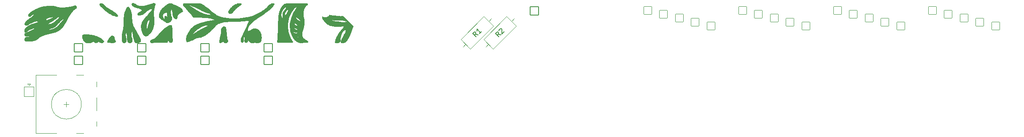
<source format=gbr>
%TF.GenerationSoftware,KiCad,Pcbnew,(6.0.5)*%
%TF.CreationDate,2022-07-29T16:13:47-06:00*%
%TF.ProjectId,kb,6b622e6b-6963-4616-945f-706362585858,rev?*%
%TF.SameCoordinates,Original*%
%TF.FileFunction,Legend,Top*%
%TF.FilePolarity,Positive*%
%FSLAX46Y46*%
G04 Gerber Fmt 4.6, Leading zero omitted, Abs format (unit mm)*
G04 Created by KiCad (PCBNEW (6.0.5)) date 2022-07-29 16:13:47*
%MOMM*%
%LPD*%
G01*
G04 APERTURE LIST*
G04 Aperture macros list*
%AMRoundRect*
0 Rectangle with rounded corners*
0 $1 Rounding radius*
0 $2 $3 $4 $5 $6 $7 $8 $9 X,Y pos of 4 corners*
0 Add a 4 corners polygon primitive as box body*
4,1,4,$2,$3,$4,$5,$6,$7,$8,$9,$2,$3,0*
0 Add four circle primitives for the rounded corners*
1,1,$1+$1,$2,$3*
1,1,$1+$1,$4,$5*
1,1,$1+$1,$6,$7*
1,1,$1+$1,$8,$9*
0 Add four rect primitives between the rounded corners*
20,1,$1+$1,$2,$3,$4,$5,0*
20,1,$1+$1,$4,$5,$6,$7,0*
20,1,$1+$1,$6,$7,$8,$9,0*
20,1,$1+$1,$8,$9,$2,$3,0*%
%AMHorizOval*
0 Thick line with rounded ends*
0 $1 width*
0 $2 $3 position (X,Y) of the first rounded end (center of the circle)*
0 $4 $5 position (X,Y) of the second rounded end (center of the circle)*
0 Add line between two ends*
20,1,$1,$2,$3,$4,$5,0*
0 Add two circle primitives to create the rounded ends*
1,1,$1,$2,$3*
1,1,$1,$4,$5*%
G04 Aperture macros list end*
%ADD10C,0.297000*%
%ADD11C,0.150000*%
%ADD12C,0.120000*%
%ADD13R,1.600000X1.600000*%
%ADD14C,1.600000*%
%ADD15C,0.300000*%
%ADD16C,1.700000*%
%ADD17HorizOval,1.700000X0.000000X0.000000X0.000000X0.000000X0*%
%ADD18C,1.850000*%
%ADD19C,3.100000*%
%ADD20C,4.087800*%
%ADD21RoundRect,0.050000X0.800000X-0.800000X0.800000X0.800000X-0.800000X0.800000X-0.800000X-0.800000X0*%
%ADD22O,3.300000X2.100000*%
%ADD23RoundRect,0.050000X-1.000000X-1.000000X1.000000X-1.000000X1.000000X1.000000X-1.000000X1.000000X0*%
%ADD24C,2.100000*%
%ADD25C,3.148000*%
%ADD26O,1.800000X1.800000*%
%ADD27RoundRect,0.050000X0.850000X-0.850000X0.850000X0.850000X-0.850000X0.850000X-0.850000X-0.850000X0*%
%ADD28O,3.925000X2.500000*%
%ADD29RoundRect,0.050000X0.850000X0.850000X-0.850000X0.850000X-0.850000X-0.850000X0.850000X-0.850000X0*%
%ADD30C,2.050000*%
%ADD31C,0.900000*%
G04 APERTURE END LIST*
D10*
G36*
X47695974Y-50867280D02*
G01*
X47705667Y-50768449D01*
X47720469Y-50670641D01*
X47740167Y-50573873D01*
X47764546Y-50478162D01*
X47793392Y-50383523D01*
X47826492Y-50289974D01*
X47863632Y-50197530D01*
X47904598Y-50106209D01*
X47949176Y-50016027D01*
X47997152Y-49927001D01*
X48102444Y-49752480D01*
X48218763Y-49582779D01*
X48344399Y-49418030D01*
X48477640Y-49258366D01*
X48616775Y-49103917D01*
X48760095Y-48954817D01*
X48905888Y-48811197D01*
X49052444Y-48673189D01*
X49642456Y-48021254D01*
X49706739Y-47931506D01*
X49735564Y-47885867D01*
X49761823Y-47839708D01*
X49785250Y-47793020D01*
X49805579Y-47745796D01*
X49822543Y-47698026D01*
X49835878Y-47649704D01*
X49845316Y-47600821D01*
X49850591Y-47551368D01*
X49851438Y-47501339D01*
X49847591Y-47450724D01*
X49838783Y-47399517D01*
X49824748Y-47347708D01*
X49805220Y-47295289D01*
X49779934Y-47242253D01*
X49682156Y-47256511D01*
X49586650Y-47277866D01*
X49493248Y-47305781D01*
X49401783Y-47339719D01*
X49312087Y-47379140D01*
X49223993Y-47423508D01*
X49137334Y-47472284D01*
X49051942Y-47524931D01*
X48884288Y-47639686D01*
X48719693Y-47763471D01*
X48394320Y-48020921D01*
X48230862Y-48145981D01*
X48065103Y-48262861D01*
X47980943Y-48316889D01*
X47895705Y-48367258D01*
X47809222Y-48413432D01*
X47721327Y-48454871D01*
X47631852Y-48491039D01*
X47540629Y-48521397D01*
X47447492Y-48545408D01*
X47352272Y-48562534D01*
X47254803Y-48572237D01*
X47154917Y-48573979D01*
X47052446Y-48567222D01*
X46947223Y-48551429D01*
X46962679Y-48511409D01*
X46980387Y-48473690D01*
X47000216Y-48438137D01*
X47022038Y-48404616D01*
X47045724Y-48372990D01*
X47071143Y-48343125D01*
X47098168Y-48314884D01*
X47126670Y-48288134D01*
X47156518Y-48262737D01*
X47187583Y-48238559D01*
X47252851Y-48193319D01*
X47321441Y-48151330D01*
X47392318Y-48111509D01*
X47536804Y-48034042D01*
X47608346Y-47994229D01*
X47678044Y-47952253D01*
X47744863Y-47907031D01*
X47776871Y-47882864D01*
X47807772Y-47857480D01*
X47837436Y-47830743D01*
X47865736Y-47802517D01*
X47892541Y-47772668D01*
X47917722Y-47741060D01*
X47877819Y-47671828D01*
X47833384Y-47608476D01*
X47784701Y-47550619D01*
X47732054Y-47497876D01*
X47675726Y-47449866D01*
X47616002Y-47406206D01*
X47553165Y-47366513D01*
X47487499Y-47330406D01*
X47419288Y-47297503D01*
X47348815Y-47267420D01*
X47202222Y-47214192D01*
X47049988Y-47167663D01*
X46894386Y-47124777D01*
X46582156Y-47037704D01*
X46430068Y-46987403D01*
X46283694Y-46928517D01*
X46213359Y-46894898D01*
X46145303Y-46857987D01*
X46079811Y-46817401D01*
X46017166Y-46772758D01*
X45957652Y-46723675D01*
X45901552Y-46669771D01*
X45849152Y-46610663D01*
X45800734Y-46545970D01*
X45799847Y-46536775D01*
X45799288Y-46527948D01*
X45799052Y-46519486D01*
X45799134Y-46511383D01*
X45799527Y-46503635D01*
X45800227Y-46496235D01*
X45801229Y-46489179D01*
X45802526Y-46482462D01*
X45804115Y-46476080D01*
X45805989Y-46470026D01*
X45808143Y-46464296D01*
X45810571Y-46458885D01*
X45813270Y-46453788D01*
X45816232Y-46449000D01*
X45819454Y-46444515D01*
X45822929Y-46440330D01*
X45826652Y-46436438D01*
X45830619Y-46432834D01*
X45834822Y-46429515D01*
X45839259Y-46426474D01*
X45843922Y-46423706D01*
X45848807Y-46421208D01*
X45853908Y-46418973D01*
X45859221Y-46416996D01*
X45864739Y-46415273D01*
X45870457Y-46413798D01*
X45876371Y-46412567D01*
X45882475Y-46411574D01*
X45888763Y-46410814D01*
X45895230Y-46410283D01*
X45908681Y-46409885D01*
X45924224Y-46410430D01*
X45940491Y-46411950D01*
X45974959Y-46417700D01*
X46011619Y-46426701D01*
X46050004Y-46438521D01*
X46089648Y-46452727D01*
X46130086Y-46468886D01*
X46170851Y-46486565D01*
X46211476Y-46505331D01*
X46290445Y-46544395D01*
X46363263Y-46582613D01*
X46475530Y-46642662D01*
X46574253Y-46714392D01*
X46674407Y-46777083D01*
X46775907Y-46831130D01*
X46878668Y-46876932D01*
X46982608Y-46914884D01*
X47087641Y-46945384D01*
X47193683Y-46968828D01*
X47300651Y-46985613D01*
X47408460Y-46996135D01*
X47517026Y-47000791D01*
X47626265Y-46999979D01*
X47736093Y-46994094D01*
X47957179Y-46968694D01*
X48179611Y-46927765D01*
X49926762Y-46422164D01*
X49971100Y-46417565D01*
X50016933Y-46413630D01*
X50040185Y-46412326D01*
X50063540Y-46411687D01*
X50086907Y-46411878D01*
X50110196Y-46413067D01*
X50133316Y-46415420D01*
X50156177Y-46419102D01*
X50178688Y-46424281D01*
X50200759Y-46431122D01*
X50211601Y-46435218D01*
X50222299Y-46439792D01*
X50232842Y-46444865D01*
X50243219Y-46450458D01*
X50253417Y-46456591D01*
X50263426Y-46463285D01*
X50273235Y-46470561D01*
X50282832Y-46478439D01*
X50196251Y-46759874D01*
X50156887Y-46904336D01*
X50120427Y-47050953D01*
X50087085Y-47199467D01*
X50057077Y-47349623D01*
X50030618Y-47501163D01*
X50007923Y-47653831D01*
X49989206Y-47807370D01*
X49974683Y-47961525D01*
X49964568Y-48116037D01*
X49959076Y-48270651D01*
X49958423Y-48425110D01*
X49962823Y-48579157D01*
X49972491Y-48732536D01*
X49987642Y-48884990D01*
X50026501Y-49153895D01*
X50053197Y-49429608D01*
X50066715Y-49710036D01*
X50066039Y-49993085D01*
X50050154Y-50276661D01*
X50018045Y-50558670D01*
X49968696Y-50837018D01*
X49901092Y-51109613D01*
X49860128Y-51243098D01*
X49814219Y-51374359D01*
X49763239Y-51503135D01*
X49707060Y-51629163D01*
X49645557Y-51752183D01*
X49578601Y-51871932D01*
X49506066Y-51988149D01*
X49427826Y-52100572D01*
X49343753Y-52208938D01*
X49253720Y-52312988D01*
X49157600Y-52412458D01*
X49055267Y-52507087D01*
X48946594Y-52596613D01*
X48831453Y-52680775D01*
X48709718Y-52759311D01*
X48581262Y-52831959D01*
X48528039Y-52816031D01*
X48476975Y-52797170D01*
X48428031Y-52775499D01*
X48381169Y-52751142D01*
X48336350Y-52724223D01*
X48293535Y-52694865D01*
X48252686Y-52663192D01*
X48213764Y-52629328D01*
X48176730Y-52593397D01*
X48141545Y-52555522D01*
X48108172Y-52515826D01*
X48076570Y-52474434D01*
X48018529Y-52387056D01*
X47967111Y-52294376D01*
X47922008Y-52197384D01*
X47882909Y-52097070D01*
X47849506Y-51994424D01*
X47821488Y-51890434D01*
X47798547Y-51786090D01*
X47780371Y-51682382D01*
X47766653Y-51580299D01*
X47757081Y-51480832D01*
X47731629Y-51376207D01*
X47712569Y-51272507D01*
X47699688Y-51169748D01*
X47692770Y-51067946D01*
X47692228Y-51021044D01*
X48522580Y-51021044D01*
X48529028Y-51171400D01*
X48543214Y-51317472D01*
X48564891Y-51457810D01*
X48557017Y-51485430D01*
X48551828Y-51512274D01*
X48549187Y-51538269D01*
X48548956Y-51563346D01*
X48550998Y-51587434D01*
X48555176Y-51610462D01*
X48561353Y-51632361D01*
X48569391Y-51653059D01*
X48579153Y-51672485D01*
X48590502Y-51690570D01*
X48603301Y-51707242D01*
X48617413Y-51722432D01*
X48632700Y-51736068D01*
X48649025Y-51748080D01*
X48666251Y-51758398D01*
X48684240Y-51766951D01*
X48702856Y-51773668D01*
X48721961Y-51778479D01*
X48741417Y-51781313D01*
X48761089Y-51782100D01*
X48780837Y-51780769D01*
X48800527Y-51777250D01*
X48820018Y-51771471D01*
X48839176Y-51763364D01*
X48857862Y-51752856D01*
X48875940Y-51739877D01*
X48893271Y-51724358D01*
X48909720Y-51706226D01*
X48925148Y-51685413D01*
X48939418Y-51661847D01*
X48952393Y-51635457D01*
X48963936Y-51606173D01*
X48963276Y-51534099D01*
X48966301Y-51462191D01*
X48972706Y-51390442D01*
X48982187Y-51318841D01*
X49009152Y-51176047D01*
X49044751Y-51033735D01*
X49086543Y-50891829D01*
X49132082Y-50750254D01*
X49224631Y-50467798D01*
X49266753Y-50326767D01*
X49302850Y-50185767D01*
X49330478Y-50044723D01*
X49340352Y-49974162D01*
X49347193Y-49903561D01*
X49350695Y-49832911D01*
X49350552Y-49762204D01*
X49346460Y-49691429D01*
X49338112Y-49620578D01*
X49325203Y-49549641D01*
X49307428Y-49478608D01*
X49284482Y-49407470D01*
X49256058Y-49336218D01*
X49196286Y-49371368D01*
X49139288Y-49410339D01*
X49085032Y-49452951D01*
X49033487Y-49499022D01*
X48984623Y-49548371D01*
X48938407Y-49600817D01*
X48894810Y-49656180D01*
X48853799Y-49714276D01*
X48779415Y-49837949D01*
X48715007Y-49970385D01*
X48660325Y-50110135D01*
X48615121Y-50255749D01*
X48579147Y-50405778D01*
X48552155Y-50558772D01*
X48533895Y-50713281D01*
X48524120Y-50867855D01*
X48522580Y-51021044D01*
X47692228Y-51021044D01*
X47691604Y-50967118D01*
X47695974Y-50867280D01*
G37*
X47695974Y-50867280D02*
X47705667Y-50768449D01*
X47720469Y-50670641D01*
X47740167Y-50573873D01*
X47764546Y-50478162D01*
X47793392Y-50383523D01*
X47826492Y-50289974D01*
X47863632Y-50197530D01*
X47904598Y-50106209D01*
X47949176Y-50016027D01*
X47997152Y-49927001D01*
X48102444Y-49752480D01*
X48218763Y-49582779D01*
X48344399Y-49418030D01*
X48477640Y-49258366D01*
X48616775Y-49103917D01*
X48760095Y-48954817D01*
X48905888Y-48811197D01*
X49052444Y-48673189D01*
X49642456Y-48021254D01*
X49706739Y-47931506D01*
X49735564Y-47885867D01*
X49761823Y-47839708D01*
X49785250Y-47793020D01*
X49805579Y-47745796D01*
X49822543Y-47698026D01*
X49835878Y-47649704D01*
X49845316Y-47600821D01*
X49850591Y-47551368D01*
X49851438Y-47501339D01*
X49847591Y-47450724D01*
X49838783Y-47399517D01*
X49824748Y-47347708D01*
X49805220Y-47295289D01*
X49779934Y-47242253D01*
X49682156Y-47256511D01*
X49586650Y-47277866D01*
X49493248Y-47305781D01*
X49401783Y-47339719D01*
X49312087Y-47379140D01*
X49223993Y-47423508D01*
X49137334Y-47472284D01*
X49051942Y-47524931D01*
X48884288Y-47639686D01*
X48719693Y-47763471D01*
X48394320Y-48020921D01*
X48230862Y-48145981D01*
X48065103Y-48262861D01*
X47980943Y-48316889D01*
X47895705Y-48367258D01*
X47809222Y-48413432D01*
X47721327Y-48454871D01*
X47631852Y-48491039D01*
X47540629Y-48521397D01*
X47447492Y-48545408D01*
X47352272Y-48562534D01*
X47254803Y-48572237D01*
X47154917Y-48573979D01*
X47052446Y-48567222D01*
X46947223Y-48551429D01*
X46962679Y-48511409D01*
X46980387Y-48473690D01*
X47000216Y-48438137D01*
X47022038Y-48404616D01*
X47045724Y-48372990D01*
X47071143Y-48343125D01*
X47098168Y-48314884D01*
X47126670Y-48288134D01*
X47156518Y-48262737D01*
X47187583Y-48238559D01*
X47252851Y-48193319D01*
X47321441Y-48151330D01*
X47392318Y-48111509D01*
X47536804Y-48034042D01*
X47608346Y-47994229D01*
X47678044Y-47952253D01*
X47744863Y-47907031D01*
X47776871Y-47882864D01*
X47807772Y-47857480D01*
X47837436Y-47830743D01*
X47865736Y-47802517D01*
X47892541Y-47772668D01*
X47917722Y-47741060D01*
X47877819Y-47671828D01*
X47833384Y-47608476D01*
X47784701Y-47550619D01*
X47732054Y-47497876D01*
X47675726Y-47449866D01*
X47616002Y-47406206D01*
X47553165Y-47366513D01*
X47487499Y-47330406D01*
X47419288Y-47297503D01*
X47348815Y-47267420D01*
X47202222Y-47214192D01*
X47049988Y-47167663D01*
X46894386Y-47124777D01*
X46582156Y-47037704D01*
X46430068Y-46987403D01*
X46283694Y-46928517D01*
X46213359Y-46894898D01*
X46145303Y-46857987D01*
X46079811Y-46817401D01*
X46017166Y-46772758D01*
X45957652Y-46723675D01*
X45901552Y-46669771D01*
X45849152Y-46610663D01*
X45800734Y-46545970D01*
X45799847Y-46536775D01*
X45799288Y-46527948D01*
X45799052Y-46519486D01*
X45799134Y-46511383D01*
X45799527Y-46503635D01*
X45800227Y-46496235D01*
X45801229Y-46489179D01*
X45802526Y-46482462D01*
X45804115Y-46476080D01*
X45805989Y-46470026D01*
X45808143Y-46464296D01*
X45810571Y-46458885D01*
X45813270Y-46453788D01*
X45816232Y-46449000D01*
X45819454Y-46444515D01*
X45822929Y-46440330D01*
X45826652Y-46436438D01*
X45830619Y-46432834D01*
X45834822Y-46429515D01*
X45839259Y-46426474D01*
X45843922Y-46423706D01*
X45848807Y-46421208D01*
X45853908Y-46418973D01*
X45859221Y-46416996D01*
X45864739Y-46415273D01*
X45870457Y-46413798D01*
X45876371Y-46412567D01*
X45882475Y-46411574D01*
X45888763Y-46410814D01*
X45895230Y-46410283D01*
X45908681Y-46409885D01*
X45924224Y-46410430D01*
X45940491Y-46411950D01*
X45974959Y-46417700D01*
X46011619Y-46426701D01*
X46050004Y-46438521D01*
X46089648Y-46452727D01*
X46130086Y-46468886D01*
X46170851Y-46486565D01*
X46211476Y-46505331D01*
X46290445Y-46544395D01*
X46363263Y-46582613D01*
X46475530Y-46642662D01*
X46574253Y-46714392D01*
X46674407Y-46777083D01*
X46775907Y-46831130D01*
X46878668Y-46876932D01*
X46982608Y-46914884D01*
X47087641Y-46945384D01*
X47193683Y-46968828D01*
X47300651Y-46985613D01*
X47408460Y-46996135D01*
X47517026Y-47000791D01*
X47626265Y-46999979D01*
X47736093Y-46994094D01*
X47957179Y-46968694D01*
X48179611Y-46927765D01*
X49926762Y-46422164D01*
X49971100Y-46417565D01*
X50016933Y-46413630D01*
X50040185Y-46412326D01*
X50063540Y-46411687D01*
X50086907Y-46411878D01*
X50110196Y-46413067D01*
X50133316Y-46415420D01*
X50156177Y-46419102D01*
X50178688Y-46424281D01*
X50200759Y-46431122D01*
X50211601Y-46435218D01*
X50222299Y-46439792D01*
X50232842Y-46444865D01*
X50243219Y-46450458D01*
X50253417Y-46456591D01*
X50263426Y-46463285D01*
X50273235Y-46470561D01*
X50282832Y-46478439D01*
X50196251Y-46759874D01*
X50156887Y-46904336D01*
X50120427Y-47050953D01*
X50087085Y-47199467D01*
X50057077Y-47349623D01*
X50030618Y-47501163D01*
X50007923Y-47653831D01*
X49989206Y-47807370D01*
X49974683Y-47961525D01*
X49964568Y-48116037D01*
X49959076Y-48270651D01*
X49958423Y-48425110D01*
X49962823Y-48579157D01*
X49972491Y-48732536D01*
X49987642Y-48884990D01*
X50026501Y-49153895D01*
X50053197Y-49429608D01*
X50066715Y-49710036D01*
X50066039Y-49993085D01*
X50050154Y-50276661D01*
X50018045Y-50558670D01*
X49968696Y-50837018D01*
X49901092Y-51109613D01*
X49860128Y-51243098D01*
X49814219Y-51374359D01*
X49763239Y-51503135D01*
X49707060Y-51629163D01*
X49645557Y-51752183D01*
X49578601Y-51871932D01*
X49506066Y-51988149D01*
X49427826Y-52100572D01*
X49343753Y-52208938D01*
X49253720Y-52312988D01*
X49157600Y-52412458D01*
X49055267Y-52507087D01*
X48946594Y-52596613D01*
X48831453Y-52680775D01*
X48709718Y-52759311D01*
X48581262Y-52831959D01*
X48528039Y-52816031D01*
X48476975Y-52797170D01*
X48428031Y-52775499D01*
X48381169Y-52751142D01*
X48336350Y-52724223D01*
X48293535Y-52694865D01*
X48252686Y-52663192D01*
X48213764Y-52629328D01*
X48176730Y-52593397D01*
X48141545Y-52555522D01*
X48108172Y-52515826D01*
X48076570Y-52474434D01*
X48018529Y-52387056D01*
X47967111Y-52294376D01*
X47922008Y-52197384D01*
X47882909Y-52097070D01*
X47849506Y-51994424D01*
X47821488Y-51890434D01*
X47798547Y-51786090D01*
X47780371Y-51682382D01*
X47766653Y-51580299D01*
X47757081Y-51480832D01*
X47731629Y-51376207D01*
X47712569Y-51272507D01*
X47699688Y-51169748D01*
X47692770Y-51067946D01*
X47692228Y-51021044D01*
X48522580Y-51021044D01*
X48529028Y-51171400D01*
X48543214Y-51317472D01*
X48564891Y-51457810D01*
X48557017Y-51485430D01*
X48551828Y-51512274D01*
X48549187Y-51538269D01*
X48548956Y-51563346D01*
X48550998Y-51587434D01*
X48555176Y-51610462D01*
X48561353Y-51632361D01*
X48569391Y-51653059D01*
X48579153Y-51672485D01*
X48590502Y-51690570D01*
X48603301Y-51707242D01*
X48617413Y-51722432D01*
X48632700Y-51736068D01*
X48649025Y-51748080D01*
X48666251Y-51758398D01*
X48684240Y-51766951D01*
X48702856Y-51773668D01*
X48721961Y-51778479D01*
X48741417Y-51781313D01*
X48761089Y-51782100D01*
X48780837Y-51780769D01*
X48800527Y-51777250D01*
X48820018Y-51771471D01*
X48839176Y-51763364D01*
X48857862Y-51752856D01*
X48875940Y-51739877D01*
X48893271Y-51724358D01*
X48909720Y-51706226D01*
X48925148Y-51685413D01*
X48939418Y-51661847D01*
X48952393Y-51635457D01*
X48963936Y-51606173D01*
X48963276Y-51534099D01*
X48966301Y-51462191D01*
X48972706Y-51390442D01*
X48982187Y-51318841D01*
X49009152Y-51176047D01*
X49044751Y-51033735D01*
X49086543Y-50891829D01*
X49132082Y-50750254D01*
X49224631Y-50467798D01*
X49266753Y-50326767D01*
X49302850Y-50185767D01*
X49330478Y-50044723D01*
X49340352Y-49974162D01*
X49347193Y-49903561D01*
X49350695Y-49832911D01*
X49350552Y-49762204D01*
X49346460Y-49691429D01*
X49338112Y-49620578D01*
X49325203Y-49549641D01*
X49307428Y-49478608D01*
X49284482Y-49407470D01*
X49256058Y-49336218D01*
X49196286Y-49371368D01*
X49139288Y-49410339D01*
X49085032Y-49452951D01*
X49033487Y-49499022D01*
X48984623Y-49548371D01*
X48938407Y-49600817D01*
X48894810Y-49656180D01*
X48853799Y-49714276D01*
X48779415Y-49837949D01*
X48715007Y-49970385D01*
X48660325Y-50110135D01*
X48615121Y-50255749D01*
X48579147Y-50405778D01*
X48552155Y-50558772D01*
X48533895Y-50713281D01*
X48524120Y-50867855D01*
X48522580Y-51021044D01*
X47692228Y-51021044D01*
X47691604Y-50967118D01*
X47695974Y-50867280D01*
G36*
X36802930Y-52749656D02*
G01*
X36892575Y-52751744D01*
X36982033Y-52755120D01*
X37071274Y-52759851D01*
X37160268Y-52766005D01*
X37248984Y-52773647D01*
X37337391Y-52782845D01*
X37515452Y-52808660D01*
X37695312Y-52839396D01*
X37876159Y-52875392D01*
X38057181Y-52916983D01*
X38237566Y-52964504D01*
X38416503Y-53018293D01*
X38593178Y-53078686D01*
X38766781Y-53146019D01*
X38936499Y-53220627D01*
X39101521Y-53302849D01*
X39261034Y-53393018D01*
X39414227Y-53491473D01*
X39560287Y-53598549D01*
X39698404Y-53714582D01*
X39827764Y-53839909D01*
X39888907Y-53906162D01*
X39947557Y-53974866D01*
X39921242Y-54017851D01*
X39894050Y-54054885D01*
X39866025Y-54086264D01*
X39837208Y-54112287D01*
X39807643Y-54133250D01*
X39777373Y-54149450D01*
X39746441Y-54161185D01*
X39714890Y-54168752D01*
X39682763Y-54172447D01*
X39650104Y-54172568D01*
X39616955Y-54169413D01*
X39583359Y-54163279D01*
X39549360Y-54154462D01*
X39515000Y-54143259D01*
X39445370Y-54114888D01*
X39374815Y-54080543D01*
X39303679Y-54042600D01*
X39161041Y-53965434D01*
X39090228Y-53930965D01*
X39020212Y-53902409D01*
X38985610Y-53891092D01*
X38951337Y-53882144D01*
X38917435Y-53875863D01*
X38883947Y-53872546D01*
X38873078Y-53894265D01*
X38861151Y-53915266D01*
X38848207Y-53935509D01*
X38834286Y-53954953D01*
X38819426Y-53973560D01*
X38803669Y-53991287D01*
X38787054Y-54008095D01*
X38769620Y-54023944D01*
X38751407Y-54038793D01*
X38732456Y-54052602D01*
X38712806Y-54065331D01*
X38692496Y-54076939D01*
X38671567Y-54087387D01*
X38650059Y-54096633D01*
X38628010Y-54104637D01*
X38605462Y-54111359D01*
X38582453Y-54116760D01*
X38559024Y-54120798D01*
X38535214Y-54123433D01*
X38511063Y-54124625D01*
X38486611Y-54124334D01*
X38461898Y-54122519D01*
X38436964Y-54119140D01*
X38411847Y-54114157D01*
X38386589Y-54107529D01*
X38361229Y-54099216D01*
X38335806Y-54089178D01*
X38310361Y-54077375D01*
X38284933Y-54063766D01*
X38259562Y-54048311D01*
X38234288Y-54030969D01*
X38209151Y-54011701D01*
X38174616Y-53974498D01*
X38140091Y-53944178D01*
X38105562Y-53920312D01*
X38071016Y-53902470D01*
X38036437Y-53890226D01*
X38001813Y-53883151D01*
X37967128Y-53880817D01*
X37932370Y-53882795D01*
X37897524Y-53888656D01*
X37862576Y-53897974D01*
X37827513Y-53910319D01*
X37792319Y-53925263D01*
X37721487Y-53961237D01*
X37649967Y-54002467D01*
X37577648Y-54045529D01*
X37504419Y-54086996D01*
X37467427Y-54106061D01*
X37430166Y-54123442D01*
X37392621Y-54138712D01*
X37354778Y-54151441D01*
X37316624Y-54161202D01*
X37278144Y-54167566D01*
X37239324Y-54170106D01*
X37200151Y-54168392D01*
X37160610Y-54161996D01*
X37120687Y-54150491D01*
X37080369Y-54133448D01*
X37039641Y-54110439D01*
X37001711Y-54126384D01*
X36963467Y-54139606D01*
X36924987Y-54150171D01*
X36886352Y-54158144D01*
X36847640Y-54163590D01*
X36808931Y-54166574D01*
X36770305Y-54167161D01*
X36731841Y-54165417D01*
X36693619Y-54161407D01*
X36655717Y-54155196D01*
X36618217Y-54146850D01*
X36581196Y-54136432D01*
X36544735Y-54124010D01*
X36508914Y-54109648D01*
X36473810Y-54093411D01*
X36439505Y-54075364D01*
X36406078Y-54055573D01*
X36373607Y-54034102D01*
X36342173Y-54011018D01*
X36311855Y-53986385D01*
X36282733Y-53960268D01*
X36254885Y-53932733D01*
X36228393Y-53903845D01*
X36203334Y-53873670D01*
X36179788Y-53842271D01*
X36157836Y-53809715D01*
X36137556Y-53776067D01*
X36119029Y-53741392D01*
X36102332Y-53705755D01*
X36087547Y-53669222D01*
X36074752Y-53631857D01*
X36064027Y-53593726D01*
X36031801Y-53542416D01*
X35999212Y-53483411D01*
X35967484Y-53418344D01*
X35937842Y-53348850D01*
X35911508Y-53276562D01*
X35889709Y-53203116D01*
X35880892Y-53166469D01*
X35873667Y-53130145D01*
X35868188Y-53094348D01*
X35864608Y-53059283D01*
X35863079Y-53025154D01*
X35863755Y-52992165D01*
X35866788Y-52960521D01*
X35872332Y-52930425D01*
X35880540Y-52902082D01*
X35891564Y-52875696D01*
X35905558Y-52851472D01*
X35922675Y-52829614D01*
X35943067Y-52810325D01*
X35966888Y-52793811D01*
X35994292Y-52780276D01*
X36025430Y-52769924D01*
X36060455Y-52762958D01*
X36099522Y-52759584D01*
X36142783Y-52760006D01*
X36190390Y-52764428D01*
X36298570Y-52758555D01*
X36406851Y-52754002D01*
X36515105Y-52750825D01*
X36623202Y-52749080D01*
X36713129Y-52748791D01*
X36802930Y-52749656D01*
G37*
X36802930Y-52749656D02*
X36892575Y-52751744D01*
X36982033Y-52755120D01*
X37071274Y-52759851D01*
X37160268Y-52766005D01*
X37248984Y-52773647D01*
X37337391Y-52782845D01*
X37515452Y-52808660D01*
X37695312Y-52839396D01*
X37876159Y-52875392D01*
X38057181Y-52916983D01*
X38237566Y-52964504D01*
X38416503Y-53018293D01*
X38593178Y-53078686D01*
X38766781Y-53146019D01*
X38936499Y-53220627D01*
X39101521Y-53302849D01*
X39261034Y-53393018D01*
X39414227Y-53491473D01*
X39560287Y-53598549D01*
X39698404Y-53714582D01*
X39827764Y-53839909D01*
X39888907Y-53906162D01*
X39947557Y-53974866D01*
X39921242Y-54017851D01*
X39894050Y-54054885D01*
X39866025Y-54086264D01*
X39837208Y-54112287D01*
X39807643Y-54133250D01*
X39777373Y-54149450D01*
X39746441Y-54161185D01*
X39714890Y-54168752D01*
X39682763Y-54172447D01*
X39650104Y-54172568D01*
X39616955Y-54169413D01*
X39583359Y-54163279D01*
X39549360Y-54154462D01*
X39515000Y-54143259D01*
X39445370Y-54114888D01*
X39374815Y-54080543D01*
X39303679Y-54042600D01*
X39161041Y-53965434D01*
X39090228Y-53930965D01*
X39020212Y-53902409D01*
X38985610Y-53891092D01*
X38951337Y-53882144D01*
X38917435Y-53875863D01*
X38883947Y-53872546D01*
X38873078Y-53894265D01*
X38861151Y-53915266D01*
X38848207Y-53935509D01*
X38834286Y-53954953D01*
X38819426Y-53973560D01*
X38803669Y-53991287D01*
X38787054Y-54008095D01*
X38769620Y-54023944D01*
X38751407Y-54038793D01*
X38732456Y-54052602D01*
X38712806Y-54065331D01*
X38692496Y-54076939D01*
X38671567Y-54087387D01*
X38650059Y-54096633D01*
X38628010Y-54104637D01*
X38605462Y-54111359D01*
X38582453Y-54116760D01*
X38559024Y-54120798D01*
X38535214Y-54123433D01*
X38511063Y-54124625D01*
X38486611Y-54124334D01*
X38461898Y-54122519D01*
X38436964Y-54119140D01*
X38411847Y-54114157D01*
X38386589Y-54107529D01*
X38361229Y-54099216D01*
X38335806Y-54089178D01*
X38310361Y-54077375D01*
X38284933Y-54063766D01*
X38259562Y-54048311D01*
X38234288Y-54030969D01*
X38209151Y-54011701D01*
X38174616Y-53974498D01*
X38140091Y-53944178D01*
X38105562Y-53920312D01*
X38071016Y-53902470D01*
X38036437Y-53890226D01*
X38001813Y-53883151D01*
X37967128Y-53880817D01*
X37932370Y-53882795D01*
X37897524Y-53888656D01*
X37862576Y-53897974D01*
X37827513Y-53910319D01*
X37792319Y-53925263D01*
X37721487Y-53961237D01*
X37649967Y-54002467D01*
X37577648Y-54045529D01*
X37504419Y-54086996D01*
X37467427Y-54106061D01*
X37430166Y-54123442D01*
X37392621Y-54138712D01*
X37354778Y-54151441D01*
X37316624Y-54161202D01*
X37278144Y-54167566D01*
X37239324Y-54170106D01*
X37200151Y-54168392D01*
X37160610Y-54161996D01*
X37120687Y-54150491D01*
X37080369Y-54133448D01*
X37039641Y-54110439D01*
X37001711Y-54126384D01*
X36963467Y-54139606D01*
X36924987Y-54150171D01*
X36886352Y-54158144D01*
X36847640Y-54163590D01*
X36808931Y-54166574D01*
X36770305Y-54167161D01*
X36731841Y-54165417D01*
X36693619Y-54161407D01*
X36655717Y-54155196D01*
X36618217Y-54146850D01*
X36581196Y-54136432D01*
X36544735Y-54124010D01*
X36508914Y-54109648D01*
X36473810Y-54093411D01*
X36439505Y-54075364D01*
X36406078Y-54055573D01*
X36373607Y-54034102D01*
X36342173Y-54011018D01*
X36311855Y-53986385D01*
X36282733Y-53960268D01*
X36254885Y-53932733D01*
X36228393Y-53903845D01*
X36203334Y-53873670D01*
X36179788Y-53842271D01*
X36157836Y-53809715D01*
X36137556Y-53776067D01*
X36119029Y-53741392D01*
X36102332Y-53705755D01*
X36087547Y-53669222D01*
X36074752Y-53631857D01*
X36064027Y-53593726D01*
X36031801Y-53542416D01*
X35999212Y-53483411D01*
X35967484Y-53418344D01*
X35937842Y-53348850D01*
X35911508Y-53276562D01*
X35889709Y-53203116D01*
X35880892Y-53166469D01*
X35873667Y-53130145D01*
X35868188Y-53094348D01*
X35864608Y-53059283D01*
X35863079Y-53025154D01*
X35863755Y-52992165D01*
X35866788Y-52960521D01*
X35872332Y-52930425D01*
X35880540Y-52902082D01*
X35891564Y-52875696D01*
X35905558Y-52851472D01*
X35922675Y-52829614D01*
X35943067Y-52810325D01*
X35966888Y-52793811D01*
X35994292Y-52780276D01*
X36025430Y-52769924D01*
X36060455Y-52762958D01*
X36099522Y-52759584D01*
X36142783Y-52760006D01*
X36190390Y-52764428D01*
X36298570Y-52758555D01*
X36406851Y-52754002D01*
X36515105Y-52750825D01*
X36623202Y-52749080D01*
X36713129Y-52748791D01*
X36802930Y-52749656D01*
G36*
X41772344Y-53005652D02*
G01*
X41811006Y-53011355D01*
X41846623Y-53020760D01*
X41879361Y-53033665D01*
X41909384Y-53049866D01*
X41936857Y-53069158D01*
X41961945Y-53091338D01*
X41984814Y-53116202D01*
X42005627Y-53143548D01*
X42024552Y-53173170D01*
X42041751Y-53204865D01*
X42057391Y-53238430D01*
X42084652Y-53310355D01*
X42107655Y-53387313D01*
X42183489Y-53712901D01*
X42205004Y-53790589D01*
X42230182Y-53863534D01*
X42244558Y-53897719D01*
X42260344Y-53930107D01*
X42277706Y-53960495D01*
X42296809Y-53988679D01*
X42258328Y-54017692D01*
X42219241Y-54043115D01*
X42179578Y-54065142D01*
X42139368Y-54083963D01*
X42098644Y-54099774D01*
X42057435Y-54112766D01*
X42015771Y-54123132D01*
X41973684Y-54131065D01*
X41931204Y-54136758D01*
X41888362Y-54140405D01*
X41801713Y-54142327D01*
X41713980Y-54138375D01*
X41625410Y-54130092D01*
X41267635Y-54084504D01*
X41178541Y-54077707D01*
X41090075Y-54075836D01*
X41002483Y-54080434D01*
X40959091Y-54085641D01*
X40916009Y-54093044D01*
X40943666Y-54013652D01*
X40973298Y-53934223D01*
X41005061Y-53855094D01*
X41039115Y-53776599D01*
X41075617Y-53699074D01*
X41114726Y-53622857D01*
X41156599Y-53548281D01*
X41201394Y-53475684D01*
X41249270Y-53405400D01*
X41300383Y-53337767D01*
X41354893Y-53273118D01*
X41412957Y-53211792D01*
X41443372Y-53182479D01*
X41474734Y-53154122D01*
X41507063Y-53126763D01*
X41540380Y-53100445D01*
X41574704Y-53075209D01*
X41610055Y-53051097D01*
X41646453Y-53028151D01*
X41683916Y-53006413D01*
X41695921Y-53005362D01*
X41701819Y-53004934D01*
X41707654Y-53004574D01*
X41713432Y-53004284D01*
X41719157Y-53004067D01*
X41724835Y-53003923D01*
X41730472Y-53003855D01*
X41772344Y-53005652D01*
G37*
X41772344Y-53005652D02*
X41811006Y-53011355D01*
X41846623Y-53020760D01*
X41879361Y-53033665D01*
X41909384Y-53049866D01*
X41936857Y-53069158D01*
X41961945Y-53091338D01*
X41984814Y-53116202D01*
X42005627Y-53143548D01*
X42024552Y-53173170D01*
X42041751Y-53204865D01*
X42057391Y-53238430D01*
X42084652Y-53310355D01*
X42107655Y-53387313D01*
X42183489Y-53712901D01*
X42205004Y-53790589D01*
X42230182Y-53863534D01*
X42244558Y-53897719D01*
X42260344Y-53930107D01*
X42277706Y-53960495D01*
X42296809Y-53988679D01*
X42258328Y-54017692D01*
X42219241Y-54043115D01*
X42179578Y-54065142D01*
X42139368Y-54083963D01*
X42098644Y-54099774D01*
X42057435Y-54112766D01*
X42015771Y-54123132D01*
X41973684Y-54131065D01*
X41931204Y-54136758D01*
X41888362Y-54140405D01*
X41801713Y-54142327D01*
X41713980Y-54138375D01*
X41625410Y-54130092D01*
X41267635Y-54084504D01*
X41178541Y-54077707D01*
X41090075Y-54075836D01*
X41002483Y-54080434D01*
X40959091Y-54085641D01*
X40916009Y-54093044D01*
X40943666Y-54013652D01*
X40973298Y-53934223D01*
X41005061Y-53855094D01*
X41039115Y-53776599D01*
X41075617Y-53699074D01*
X41114726Y-53622857D01*
X41156599Y-53548281D01*
X41201394Y-53475684D01*
X41249270Y-53405400D01*
X41300383Y-53337767D01*
X41354893Y-53273118D01*
X41412957Y-53211792D01*
X41443372Y-53182479D01*
X41474734Y-53154122D01*
X41507063Y-53126763D01*
X41540380Y-53100445D01*
X41574704Y-53075209D01*
X41610055Y-53051097D01*
X41646453Y-53028151D01*
X41683916Y-53006413D01*
X41695921Y-53005362D01*
X41701819Y-53004934D01*
X41707654Y-53004574D01*
X41713432Y-53004284D01*
X41719157Y-53004067D01*
X41724835Y-53003923D01*
X41730472Y-53003855D01*
X41772344Y-53005652D01*
G36*
X84697390Y-48722240D02*
G01*
X85131750Y-48782374D01*
X85566638Y-48837662D01*
X86002012Y-48888035D01*
X86437832Y-48933423D01*
X86874059Y-48973756D01*
X87310651Y-49008965D01*
X87747567Y-49038981D01*
X87767912Y-49035236D01*
X87788695Y-49032355D01*
X87809894Y-49030294D01*
X87831487Y-49029007D01*
X87853452Y-49028448D01*
X87875768Y-49028573D01*
X87898412Y-49029335D01*
X87921362Y-49030689D01*
X87968094Y-49034994D01*
X88015789Y-49041122D01*
X88064270Y-49048711D01*
X88113364Y-49057398D01*
X88926802Y-49870837D01*
X88762201Y-49791716D01*
X88593391Y-49726832D01*
X88420836Y-49674796D01*
X88245002Y-49634217D01*
X88066351Y-49603706D01*
X87885347Y-49581875D01*
X87702456Y-49567333D01*
X87518141Y-49558691D01*
X87147094Y-49553550D01*
X86775921Y-49555336D01*
X86408333Y-49552934D01*
X86227044Y-49546690D01*
X86048044Y-49535230D01*
X85993153Y-49539195D01*
X85938524Y-49544485D01*
X85884175Y-49551398D01*
X85830124Y-49560229D01*
X85803217Y-49565457D01*
X85776391Y-49571275D01*
X85749649Y-49577721D01*
X85722994Y-49584832D01*
X85696428Y-49592645D01*
X85669952Y-49601197D01*
X85643570Y-49610525D01*
X85617283Y-49620666D01*
X85627465Y-49653995D01*
X85640802Y-49685625D01*
X85657139Y-49715607D01*
X85676317Y-49743996D01*
X85698181Y-49770844D01*
X85722573Y-49796205D01*
X85749336Y-49820131D01*
X85778313Y-49842675D01*
X85809348Y-49863891D01*
X85842283Y-49883831D01*
X85913227Y-49920098D01*
X85989888Y-49951899D01*
X86071013Y-49979659D01*
X86155344Y-50003803D01*
X86241628Y-50024755D01*
X86328607Y-50042939D01*
X86415027Y-50058779D01*
X86730002Y-50107195D01*
X86873902Y-50109181D01*
X87020698Y-50119542D01*
X87169837Y-50136259D01*
X87320766Y-50157317D01*
X87625788Y-50204390D01*
X87778776Y-50226371D01*
X87931346Y-50244627D01*
X88082944Y-50257142D01*
X88233020Y-50261898D01*
X88381020Y-50256880D01*
X88454070Y-50250076D01*
X88526393Y-50240071D01*
X88597921Y-50226615D01*
X88668586Y-50209455D01*
X88738317Y-50188338D01*
X88807046Y-50163014D01*
X88874704Y-50133230D01*
X88941222Y-50098733D01*
X89006530Y-50059273D01*
X89070561Y-50014596D01*
X89971993Y-50916029D01*
X89914844Y-51161554D01*
X89849910Y-51404990D01*
X89777043Y-51646008D01*
X89696093Y-51884279D01*
X89606913Y-52119474D01*
X89509352Y-52351263D01*
X89403264Y-52579318D01*
X89288498Y-52803309D01*
X89188939Y-53044502D01*
X89132397Y-53170632D01*
X89070870Y-53297649D01*
X89004001Y-53423450D01*
X88931432Y-53545933D01*
X88852805Y-53662996D01*
X88811108Y-53718839D01*
X88767762Y-53772537D01*
X88722724Y-53823830D01*
X88675947Y-53872453D01*
X88627388Y-53918145D01*
X88577002Y-53960642D01*
X88524743Y-53999682D01*
X88470568Y-54035002D01*
X88414432Y-54066339D01*
X88356289Y-54093431D01*
X88296096Y-54116014D01*
X88233807Y-54133826D01*
X88169378Y-54146604D01*
X88102764Y-54154085D01*
X88033921Y-54156006D01*
X87962803Y-54152106D01*
X87889366Y-54142120D01*
X87813566Y-54125786D01*
X87831172Y-54031658D01*
X87852407Y-53938618D01*
X87877011Y-53846609D01*
X87904725Y-53755574D01*
X87935290Y-53665455D01*
X87968447Y-53576197D01*
X88003936Y-53487741D01*
X88041499Y-53400032D01*
X88121807Y-53226624D01*
X88207297Y-53055517D01*
X88385532Y-52718384D01*
X88419713Y-52654077D01*
X88461029Y-52583182D01*
X88556258Y-52425964D01*
X88605769Y-52341809D01*
X88653609Y-52255402D01*
X88697578Y-52167826D01*
X88735475Y-52080165D01*
X88751458Y-52036642D01*
X88765097Y-51993504D01*
X88776118Y-51950887D01*
X88784245Y-51908926D01*
X88789203Y-51867757D01*
X88790716Y-51827515D01*
X88788511Y-51788336D01*
X88782311Y-51750355D01*
X88771841Y-51713707D01*
X88756826Y-51678529D01*
X88736992Y-51644956D01*
X88712063Y-51613122D01*
X88681763Y-51583165D01*
X88645818Y-51555218D01*
X88603953Y-51529418D01*
X88555892Y-51505900D01*
X88477642Y-51532485D01*
X88403205Y-51563403D01*
X88332472Y-51598464D01*
X88265336Y-51637480D01*
X88201688Y-51680262D01*
X88141419Y-51726622D01*
X88084421Y-51776369D01*
X88030587Y-51829315D01*
X87979807Y-51885272D01*
X87931974Y-51944050D01*
X87886978Y-52005461D01*
X87844712Y-52069315D01*
X87767937Y-52203599D01*
X87700780Y-52345391D01*
X87642376Y-52493179D01*
X87591858Y-52645452D01*
X87548359Y-52800700D01*
X87511012Y-52957410D01*
X87478952Y-53114073D01*
X87451312Y-53269175D01*
X87405823Y-53568658D01*
X87425906Y-53610586D01*
X87440872Y-53651201D01*
X87450947Y-53690475D01*
X87456359Y-53728380D01*
X87457334Y-53764888D01*
X87454099Y-53799970D01*
X87446882Y-53833599D01*
X87435908Y-53865747D01*
X87421406Y-53896385D01*
X87403602Y-53925487D01*
X87382723Y-53953023D01*
X87358995Y-53978966D01*
X87332647Y-54003288D01*
X87303905Y-54025961D01*
X87272995Y-54046957D01*
X87240145Y-54066247D01*
X87205582Y-54083805D01*
X87169533Y-54099601D01*
X87132224Y-54113608D01*
X87093883Y-54125799D01*
X87015012Y-54144616D01*
X86934734Y-54155829D01*
X86854865Y-54159213D01*
X86815652Y-54157900D01*
X86777221Y-54154546D01*
X86739801Y-54149123D01*
X86703618Y-54141602D01*
X86668899Y-54131957D01*
X86635871Y-54120159D01*
X86644859Y-54039781D01*
X86656693Y-53960403D01*
X86671264Y-53881995D01*
X86688464Y-53804529D01*
X86730308Y-53652303D01*
X86781348Y-53503492D01*
X86840708Y-53357860D01*
X86907512Y-53215174D01*
X86980882Y-53075200D01*
X87059942Y-52937703D01*
X87143816Y-52802449D01*
X87231627Y-52669204D01*
X87415552Y-52407804D01*
X87792077Y-51898806D01*
X87807718Y-51864676D01*
X87826105Y-51830435D01*
X87846959Y-51796081D01*
X87869997Y-51761613D01*
X87921504Y-51692329D01*
X87978374Y-51622570D01*
X88099208Y-51481580D01*
X88158670Y-51410327D01*
X88214497Y-51338551D01*
X88264437Y-51266241D01*
X88286496Y-51229883D01*
X88306240Y-51193386D01*
X88323388Y-51156750D01*
X88337657Y-51119974D01*
X88348768Y-51083054D01*
X88356437Y-51045991D01*
X88360386Y-51008783D01*
X88360331Y-50971428D01*
X88355992Y-50933925D01*
X88347087Y-50896272D01*
X88333336Y-50858468D01*
X88314456Y-50820511D01*
X88290168Y-50782399D01*
X88260188Y-50744133D01*
X87359192Y-50816144D01*
X87128428Y-50827896D01*
X86897262Y-50833776D01*
X86666595Y-50832099D01*
X86437330Y-50821178D01*
X86210369Y-50799329D01*
X85986612Y-50764865D01*
X85766963Y-50716100D01*
X85552323Y-50651350D01*
X85447163Y-50612453D01*
X85343594Y-50568927D01*
X85241728Y-50520562D01*
X85141677Y-50467147D01*
X85043556Y-50408471D01*
X84947476Y-50344323D01*
X84853550Y-50274493D01*
X84761891Y-50198770D01*
X84610554Y-50048684D01*
X84529750Y-49962615D01*
X84448532Y-49870521D01*
X84369159Y-49773396D01*
X84293888Y-49672235D01*
X84224978Y-49568030D01*
X84164687Y-49461778D01*
X84138479Y-49408195D01*
X84115273Y-49354472D01*
X84095350Y-49300734D01*
X84078993Y-49247106D01*
X84066485Y-49193711D01*
X84058107Y-49140674D01*
X84054141Y-49088119D01*
X84054871Y-49036171D01*
X84060578Y-48984953D01*
X84071544Y-48934591D01*
X84088052Y-48885208D01*
X84110384Y-48836928D01*
X84138822Y-48789876D01*
X84173649Y-48744176D01*
X84215147Y-48699952D01*
X84263597Y-48657330D01*
X84697390Y-48722240D01*
G37*
X84697390Y-48722240D02*
X85131750Y-48782374D01*
X85566638Y-48837662D01*
X86002012Y-48888035D01*
X86437832Y-48933423D01*
X86874059Y-48973756D01*
X87310651Y-49008965D01*
X87747567Y-49038981D01*
X87767912Y-49035236D01*
X87788695Y-49032355D01*
X87809894Y-49030294D01*
X87831487Y-49029007D01*
X87853452Y-49028448D01*
X87875768Y-49028573D01*
X87898412Y-49029335D01*
X87921362Y-49030689D01*
X87968094Y-49034994D01*
X88015789Y-49041122D01*
X88064270Y-49048711D01*
X88113364Y-49057398D01*
X88926802Y-49870837D01*
X88762201Y-49791716D01*
X88593391Y-49726832D01*
X88420836Y-49674796D01*
X88245002Y-49634217D01*
X88066351Y-49603706D01*
X87885347Y-49581875D01*
X87702456Y-49567333D01*
X87518141Y-49558691D01*
X87147094Y-49553550D01*
X86775921Y-49555336D01*
X86408333Y-49552934D01*
X86227044Y-49546690D01*
X86048044Y-49535230D01*
X85993153Y-49539195D01*
X85938524Y-49544485D01*
X85884175Y-49551398D01*
X85830124Y-49560229D01*
X85803217Y-49565457D01*
X85776391Y-49571275D01*
X85749649Y-49577721D01*
X85722994Y-49584832D01*
X85696428Y-49592645D01*
X85669952Y-49601197D01*
X85643570Y-49610525D01*
X85617283Y-49620666D01*
X85627465Y-49653995D01*
X85640802Y-49685625D01*
X85657139Y-49715607D01*
X85676317Y-49743996D01*
X85698181Y-49770844D01*
X85722573Y-49796205D01*
X85749336Y-49820131D01*
X85778313Y-49842675D01*
X85809348Y-49863891D01*
X85842283Y-49883831D01*
X85913227Y-49920098D01*
X85989888Y-49951899D01*
X86071013Y-49979659D01*
X86155344Y-50003803D01*
X86241628Y-50024755D01*
X86328607Y-50042939D01*
X86415027Y-50058779D01*
X86730002Y-50107195D01*
X86873902Y-50109181D01*
X87020698Y-50119542D01*
X87169837Y-50136259D01*
X87320766Y-50157317D01*
X87625788Y-50204390D01*
X87778776Y-50226371D01*
X87931346Y-50244627D01*
X88082944Y-50257142D01*
X88233020Y-50261898D01*
X88381020Y-50256880D01*
X88454070Y-50250076D01*
X88526393Y-50240071D01*
X88597921Y-50226615D01*
X88668586Y-50209455D01*
X88738317Y-50188338D01*
X88807046Y-50163014D01*
X88874704Y-50133230D01*
X88941222Y-50098733D01*
X89006530Y-50059273D01*
X89070561Y-50014596D01*
X89971993Y-50916029D01*
X89914844Y-51161554D01*
X89849910Y-51404990D01*
X89777043Y-51646008D01*
X89696093Y-51884279D01*
X89606913Y-52119474D01*
X89509352Y-52351263D01*
X89403264Y-52579318D01*
X89288498Y-52803309D01*
X89188939Y-53044502D01*
X89132397Y-53170632D01*
X89070870Y-53297649D01*
X89004001Y-53423450D01*
X88931432Y-53545933D01*
X88852805Y-53662996D01*
X88811108Y-53718839D01*
X88767762Y-53772537D01*
X88722724Y-53823830D01*
X88675947Y-53872453D01*
X88627388Y-53918145D01*
X88577002Y-53960642D01*
X88524743Y-53999682D01*
X88470568Y-54035002D01*
X88414432Y-54066339D01*
X88356289Y-54093431D01*
X88296096Y-54116014D01*
X88233807Y-54133826D01*
X88169378Y-54146604D01*
X88102764Y-54154085D01*
X88033921Y-54156006D01*
X87962803Y-54152106D01*
X87889366Y-54142120D01*
X87813566Y-54125786D01*
X87831172Y-54031658D01*
X87852407Y-53938618D01*
X87877011Y-53846609D01*
X87904725Y-53755574D01*
X87935290Y-53665455D01*
X87968447Y-53576197D01*
X88003936Y-53487741D01*
X88041499Y-53400032D01*
X88121807Y-53226624D01*
X88207297Y-53055517D01*
X88385532Y-52718384D01*
X88419713Y-52654077D01*
X88461029Y-52583182D01*
X88556258Y-52425964D01*
X88605769Y-52341809D01*
X88653609Y-52255402D01*
X88697578Y-52167826D01*
X88735475Y-52080165D01*
X88751458Y-52036642D01*
X88765097Y-51993504D01*
X88776118Y-51950887D01*
X88784245Y-51908926D01*
X88789203Y-51867757D01*
X88790716Y-51827515D01*
X88788511Y-51788336D01*
X88782311Y-51750355D01*
X88771841Y-51713707D01*
X88756826Y-51678529D01*
X88736992Y-51644956D01*
X88712063Y-51613122D01*
X88681763Y-51583165D01*
X88645818Y-51555218D01*
X88603953Y-51529418D01*
X88555892Y-51505900D01*
X88477642Y-51532485D01*
X88403205Y-51563403D01*
X88332472Y-51598464D01*
X88265336Y-51637480D01*
X88201688Y-51680262D01*
X88141419Y-51726622D01*
X88084421Y-51776369D01*
X88030587Y-51829315D01*
X87979807Y-51885272D01*
X87931974Y-51944050D01*
X87886978Y-52005461D01*
X87844712Y-52069315D01*
X87767937Y-52203599D01*
X87700780Y-52345391D01*
X87642376Y-52493179D01*
X87591858Y-52645452D01*
X87548359Y-52800700D01*
X87511012Y-52957410D01*
X87478952Y-53114073D01*
X87451312Y-53269175D01*
X87405823Y-53568658D01*
X87425906Y-53610586D01*
X87440872Y-53651201D01*
X87450947Y-53690475D01*
X87456359Y-53728380D01*
X87457334Y-53764888D01*
X87454099Y-53799970D01*
X87446882Y-53833599D01*
X87435908Y-53865747D01*
X87421406Y-53896385D01*
X87403602Y-53925487D01*
X87382723Y-53953023D01*
X87358995Y-53978966D01*
X87332647Y-54003288D01*
X87303905Y-54025961D01*
X87272995Y-54046957D01*
X87240145Y-54066247D01*
X87205582Y-54083805D01*
X87169533Y-54099601D01*
X87132224Y-54113608D01*
X87093883Y-54125799D01*
X87015012Y-54144616D01*
X86934734Y-54155829D01*
X86854865Y-54159213D01*
X86815652Y-54157900D01*
X86777221Y-54154546D01*
X86739801Y-54149123D01*
X86703618Y-54141602D01*
X86668899Y-54131957D01*
X86635871Y-54120159D01*
X86644859Y-54039781D01*
X86656693Y-53960403D01*
X86671264Y-53881995D01*
X86688464Y-53804529D01*
X86730308Y-53652303D01*
X86781348Y-53503492D01*
X86840708Y-53357860D01*
X86907512Y-53215174D01*
X86980882Y-53075200D01*
X87059942Y-52937703D01*
X87143816Y-52802449D01*
X87231627Y-52669204D01*
X87415552Y-52407804D01*
X87792077Y-51898806D01*
X87807718Y-51864676D01*
X87826105Y-51830435D01*
X87846959Y-51796081D01*
X87869997Y-51761613D01*
X87921504Y-51692329D01*
X87978374Y-51622570D01*
X88099208Y-51481580D01*
X88158670Y-51410327D01*
X88214497Y-51338551D01*
X88264437Y-51266241D01*
X88286496Y-51229883D01*
X88306240Y-51193386D01*
X88323388Y-51156750D01*
X88337657Y-51119974D01*
X88348768Y-51083054D01*
X88356437Y-51045991D01*
X88360386Y-51008783D01*
X88360331Y-50971428D01*
X88355992Y-50933925D01*
X88347087Y-50896272D01*
X88333336Y-50858468D01*
X88314456Y-50820511D01*
X88290168Y-50782399D01*
X88260188Y-50744133D01*
X87359192Y-50816144D01*
X87128428Y-50827896D01*
X86897262Y-50833776D01*
X86666595Y-50832099D01*
X86437330Y-50821178D01*
X86210369Y-50799329D01*
X85986612Y-50764865D01*
X85766963Y-50716100D01*
X85552323Y-50651350D01*
X85447163Y-50612453D01*
X85343594Y-50568927D01*
X85241728Y-50520562D01*
X85141677Y-50467147D01*
X85043556Y-50408471D01*
X84947476Y-50344323D01*
X84853550Y-50274493D01*
X84761891Y-50198770D01*
X84610554Y-50048684D01*
X84529750Y-49962615D01*
X84448532Y-49870521D01*
X84369159Y-49773396D01*
X84293888Y-49672235D01*
X84224978Y-49568030D01*
X84164687Y-49461778D01*
X84138479Y-49408195D01*
X84115273Y-49354472D01*
X84095350Y-49300734D01*
X84078993Y-49247106D01*
X84066485Y-49193711D01*
X84058107Y-49140674D01*
X84054141Y-49088119D01*
X84054871Y-49036171D01*
X84060578Y-48984953D01*
X84071544Y-48934591D01*
X84088052Y-48885208D01*
X84110384Y-48836928D01*
X84138822Y-48789876D01*
X84173649Y-48744176D01*
X84215147Y-48699952D01*
X84263597Y-48657330D01*
X84697390Y-48722240D01*
G36*
X53571377Y-50824965D02*
G01*
X53605727Y-50983853D01*
X53630278Y-51144088D01*
X53646397Y-51305501D01*
X53655457Y-51467925D01*
X53658825Y-51631191D01*
X53657873Y-51795132D01*
X53648485Y-52124362D01*
X53638252Y-52454271D01*
X53636243Y-52619060D01*
X53638132Y-52783514D01*
X53645289Y-52947465D01*
X53659084Y-53110745D01*
X53680887Y-53273186D01*
X53712066Y-53434620D01*
X53731687Y-53461257D01*
X53748512Y-53489703D01*
X53762613Y-53519723D01*
X53774065Y-53551081D01*
X53782938Y-53583543D01*
X53789306Y-53616872D01*
X53793240Y-53650835D01*
X53794813Y-53685194D01*
X53794098Y-53719716D01*
X53791166Y-53754164D01*
X53786091Y-53788304D01*
X53778944Y-53821901D01*
X53769799Y-53854718D01*
X53758726Y-53886521D01*
X53745800Y-53917075D01*
X53731092Y-53946144D01*
X53714674Y-53973493D01*
X53696619Y-53998886D01*
X53677000Y-54022089D01*
X53655889Y-54042866D01*
X53633357Y-54060981D01*
X53609479Y-54076201D01*
X53584325Y-54088288D01*
X53557969Y-54097009D01*
X53530482Y-54102127D01*
X53501937Y-54103408D01*
X53472407Y-54100616D01*
X53441964Y-54093515D01*
X53410681Y-54081872D01*
X53378629Y-54065450D01*
X53345881Y-54044013D01*
X53312509Y-54017328D01*
X53313135Y-53980871D01*
X53309932Y-53947121D01*
X53303164Y-53916053D01*
X53293095Y-53887641D01*
X53279987Y-53861859D01*
X53264103Y-53838682D01*
X53245706Y-53818083D01*
X53225060Y-53800038D01*
X53202427Y-53784519D01*
X53178070Y-53771502D01*
X53152252Y-53760961D01*
X53125237Y-53752870D01*
X53097288Y-53747204D01*
X53068666Y-53743936D01*
X53039637Y-53743041D01*
X53010461Y-53744493D01*
X52981403Y-53748266D01*
X52952726Y-53754335D01*
X52924693Y-53762674D01*
X52897565Y-53773257D01*
X52871608Y-53786058D01*
X52847083Y-53801052D01*
X52824254Y-53818213D01*
X52803383Y-53837516D01*
X52784735Y-53858934D01*
X52768571Y-53882441D01*
X52755155Y-53908013D01*
X52744749Y-53935622D01*
X52737618Y-53965245D01*
X52734023Y-53996854D01*
X52734228Y-54030424D01*
X52738496Y-54065929D01*
X52591582Y-54081314D01*
X52439809Y-54093108D01*
X52123880Y-54107544D01*
X51795087Y-54112475D01*
X51457811Y-54111139D01*
X50775323Y-54102618D01*
X50438869Y-54101907D01*
X50111449Y-54107881D01*
X50055015Y-54117159D01*
X49991744Y-54124888D01*
X49923931Y-54130610D01*
X49853871Y-54133868D01*
X49783861Y-54134204D01*
X49716195Y-54131161D01*
X49653169Y-54124281D01*
X49624114Y-54119259D01*
X49597079Y-54113107D01*
X49572353Y-54105767D01*
X49550221Y-54097181D01*
X49530971Y-54087294D01*
X49514890Y-54076046D01*
X49502264Y-54063383D01*
X49493381Y-54049245D01*
X49488528Y-54033576D01*
X49487991Y-54016319D01*
X49492057Y-53997417D01*
X49501014Y-53976812D01*
X49515148Y-53954447D01*
X49534746Y-53930265D01*
X49560096Y-53904209D01*
X49591484Y-53876222D01*
X49629197Y-53846246D01*
X49673522Y-53814224D01*
X49817199Y-53756801D01*
X49955315Y-53691974D01*
X50088249Y-53620255D01*
X50216382Y-53542152D01*
X50340091Y-53458177D01*
X50459756Y-53368840D01*
X50575757Y-53274650D01*
X50688472Y-53176117D01*
X50905562Y-52968064D01*
X51114060Y-52748761D01*
X51517415Y-52292728D01*
X51718338Y-52064159D01*
X51922803Y-51840661D01*
X52133844Y-51626316D01*
X52354494Y-51425203D01*
X52469370Y-51330884D01*
X52587786Y-51241403D01*
X52710121Y-51157270D01*
X52836754Y-51078996D01*
X52968065Y-51007091D01*
X53104432Y-50942064D01*
X53246235Y-50884425D01*
X53393852Y-50834685D01*
X53486452Y-50821384D01*
X53571377Y-50824965D01*
G37*
X53571377Y-50824965D02*
X53605727Y-50983853D01*
X53630278Y-51144088D01*
X53646397Y-51305501D01*
X53655457Y-51467925D01*
X53658825Y-51631191D01*
X53657873Y-51795132D01*
X53648485Y-52124362D01*
X53638252Y-52454271D01*
X53636243Y-52619060D01*
X53638132Y-52783514D01*
X53645289Y-52947465D01*
X53659084Y-53110745D01*
X53680887Y-53273186D01*
X53712066Y-53434620D01*
X53731687Y-53461257D01*
X53748512Y-53489703D01*
X53762613Y-53519723D01*
X53774065Y-53551081D01*
X53782938Y-53583543D01*
X53789306Y-53616872D01*
X53793240Y-53650835D01*
X53794813Y-53685194D01*
X53794098Y-53719716D01*
X53791166Y-53754164D01*
X53786091Y-53788304D01*
X53778944Y-53821901D01*
X53769799Y-53854718D01*
X53758726Y-53886521D01*
X53745800Y-53917075D01*
X53731092Y-53946144D01*
X53714674Y-53973493D01*
X53696619Y-53998886D01*
X53677000Y-54022089D01*
X53655889Y-54042866D01*
X53633357Y-54060981D01*
X53609479Y-54076201D01*
X53584325Y-54088288D01*
X53557969Y-54097009D01*
X53530482Y-54102127D01*
X53501937Y-54103408D01*
X53472407Y-54100616D01*
X53441964Y-54093515D01*
X53410681Y-54081872D01*
X53378629Y-54065450D01*
X53345881Y-54044013D01*
X53312509Y-54017328D01*
X53313135Y-53980871D01*
X53309932Y-53947121D01*
X53303164Y-53916053D01*
X53293095Y-53887641D01*
X53279987Y-53861859D01*
X53264103Y-53838682D01*
X53245706Y-53818083D01*
X53225060Y-53800038D01*
X53202427Y-53784519D01*
X53178070Y-53771502D01*
X53152252Y-53760961D01*
X53125237Y-53752870D01*
X53097288Y-53747204D01*
X53068666Y-53743936D01*
X53039637Y-53743041D01*
X53010461Y-53744493D01*
X52981403Y-53748266D01*
X52952726Y-53754335D01*
X52924693Y-53762674D01*
X52897565Y-53773257D01*
X52871608Y-53786058D01*
X52847083Y-53801052D01*
X52824254Y-53818213D01*
X52803383Y-53837516D01*
X52784735Y-53858934D01*
X52768571Y-53882441D01*
X52755155Y-53908013D01*
X52744749Y-53935622D01*
X52737618Y-53965245D01*
X52734023Y-53996854D01*
X52734228Y-54030424D01*
X52738496Y-54065929D01*
X52591582Y-54081314D01*
X52439809Y-54093108D01*
X52123880Y-54107544D01*
X51795087Y-54112475D01*
X51457811Y-54111139D01*
X50775323Y-54102618D01*
X50438869Y-54101907D01*
X50111449Y-54107881D01*
X50055015Y-54117159D01*
X49991744Y-54124888D01*
X49923931Y-54130610D01*
X49853871Y-54133868D01*
X49783861Y-54134204D01*
X49716195Y-54131161D01*
X49653169Y-54124281D01*
X49624114Y-54119259D01*
X49597079Y-54113107D01*
X49572353Y-54105767D01*
X49550221Y-54097181D01*
X49530971Y-54087294D01*
X49514890Y-54076046D01*
X49502264Y-54063383D01*
X49493381Y-54049245D01*
X49488528Y-54033576D01*
X49487991Y-54016319D01*
X49492057Y-53997417D01*
X49501014Y-53976812D01*
X49515148Y-53954447D01*
X49534746Y-53930265D01*
X49560096Y-53904209D01*
X49591484Y-53876222D01*
X49629197Y-53846246D01*
X49673522Y-53814224D01*
X49817199Y-53756801D01*
X49955315Y-53691974D01*
X50088249Y-53620255D01*
X50216382Y-53542152D01*
X50340091Y-53458177D01*
X50459756Y-53368840D01*
X50575757Y-53274650D01*
X50688472Y-53176117D01*
X50905562Y-52968064D01*
X51114060Y-52748761D01*
X51517415Y-52292728D01*
X51718338Y-52064159D01*
X51922803Y-51840661D01*
X52133844Y-51626316D01*
X52354494Y-51425203D01*
X52469370Y-51330884D01*
X52587786Y-51241403D01*
X52710121Y-51157270D01*
X52836754Y-51078996D01*
X52968065Y-51007091D01*
X53104432Y-50942064D01*
X53246235Y-50884425D01*
X53393852Y-50834685D01*
X53486452Y-50821384D01*
X53571377Y-50824965D01*
G36*
X67291003Y-46455866D02*
G01*
X67391394Y-46457267D01*
X67592194Y-46461045D01*
X67473360Y-46536848D01*
X67357137Y-46616111D01*
X67243334Y-46698557D01*
X67131759Y-46783909D01*
X67022219Y-46871889D01*
X66914523Y-46962220D01*
X66808479Y-47054627D01*
X66703895Y-47148830D01*
X66498340Y-47341523D01*
X66296323Y-47538081D01*
X65896764Y-47933932D01*
X65886231Y-47963296D01*
X65872968Y-47991659D01*
X65857182Y-48018941D01*
X65839079Y-48045057D01*
X65818864Y-48069928D01*
X65796743Y-48093470D01*
X65772923Y-48115603D01*
X65747609Y-48136244D01*
X65721006Y-48155311D01*
X65693321Y-48172723D01*
X65664760Y-48188397D01*
X65635529Y-48202253D01*
X65605832Y-48214207D01*
X65575877Y-48224179D01*
X65545869Y-48232085D01*
X65516013Y-48237846D01*
X65486517Y-48241377D01*
X65457584Y-48242599D01*
X65429422Y-48241428D01*
X65402237Y-48237783D01*
X65376233Y-48231583D01*
X65351618Y-48222745D01*
X65328596Y-48211187D01*
X65307373Y-48196827D01*
X65288157Y-48179585D01*
X65271151Y-48159377D01*
X65256563Y-48136122D01*
X65244598Y-48109739D01*
X65235461Y-48080144D01*
X65229359Y-48047257D01*
X65226498Y-48010996D01*
X65227084Y-47971279D01*
X65296963Y-47840078D01*
X65374358Y-47710433D01*
X65458930Y-47583055D01*
X65550336Y-47458655D01*
X65648238Y-47337944D01*
X65752296Y-47221632D01*
X65862168Y-47110432D01*
X65977515Y-47005054D01*
X66097996Y-46906209D01*
X66223272Y-46814608D01*
X66353002Y-46730963D01*
X66486845Y-46655984D01*
X66624463Y-46590382D01*
X66765513Y-46534869D01*
X66909657Y-46490155D01*
X66982783Y-46472071D01*
X67056554Y-46456952D01*
X67090052Y-46456269D01*
X67123573Y-46455811D01*
X67190591Y-46455418D01*
X67291003Y-46455866D01*
G37*
X67291003Y-46455866D02*
X67391394Y-46457267D01*
X67592194Y-46461045D01*
X67473360Y-46536848D01*
X67357137Y-46616111D01*
X67243334Y-46698557D01*
X67131759Y-46783909D01*
X67022219Y-46871889D01*
X66914523Y-46962220D01*
X66808479Y-47054627D01*
X66703895Y-47148830D01*
X66498340Y-47341523D01*
X66296323Y-47538081D01*
X65896764Y-47933932D01*
X65886231Y-47963296D01*
X65872968Y-47991659D01*
X65857182Y-48018941D01*
X65839079Y-48045057D01*
X65818864Y-48069928D01*
X65796743Y-48093470D01*
X65772923Y-48115603D01*
X65747609Y-48136244D01*
X65721006Y-48155311D01*
X65693321Y-48172723D01*
X65664760Y-48188397D01*
X65635529Y-48202253D01*
X65605832Y-48214207D01*
X65575877Y-48224179D01*
X65545869Y-48232085D01*
X65516013Y-48237846D01*
X65486517Y-48241377D01*
X65457584Y-48242599D01*
X65429422Y-48241428D01*
X65402237Y-48237783D01*
X65376233Y-48231583D01*
X65351618Y-48222745D01*
X65328596Y-48211187D01*
X65307373Y-48196827D01*
X65288157Y-48179585D01*
X65271151Y-48159377D01*
X65256563Y-48136122D01*
X65244598Y-48109739D01*
X65235461Y-48080144D01*
X65229359Y-48047257D01*
X65226498Y-48010996D01*
X65227084Y-47971279D01*
X65296963Y-47840078D01*
X65374358Y-47710433D01*
X65458930Y-47583055D01*
X65550336Y-47458655D01*
X65648238Y-47337944D01*
X65752296Y-47221632D01*
X65862168Y-47110432D01*
X65977515Y-47005054D01*
X66097996Y-46906209D01*
X66223272Y-46814608D01*
X66353002Y-46730963D01*
X66486845Y-46655984D01*
X66624463Y-46590382D01*
X66765513Y-46534869D01*
X66909657Y-46490155D01*
X66982783Y-46472071D01*
X67056554Y-46456952D01*
X67090052Y-46456269D01*
X67123573Y-46455811D01*
X67190591Y-46455418D01*
X67291003Y-46455866D01*
G36*
X26034467Y-51623983D02*
G01*
X26181764Y-51524426D01*
X26325015Y-51418950D01*
X26463754Y-51306935D01*
X26597521Y-51187762D01*
X26725852Y-51060811D01*
X26484833Y-51095060D01*
X26244082Y-51136980D01*
X26124255Y-51161379D01*
X26005035Y-51188368D01*
X25886599Y-51218173D01*
X25769128Y-51251019D01*
X25652802Y-51287129D01*
X25537800Y-51326729D01*
X25424300Y-51370042D01*
X25312484Y-51417294D01*
X25202530Y-51468708D01*
X25094618Y-51524509D01*
X24988928Y-51584922D01*
X24885639Y-51650170D01*
X24803252Y-51723259D01*
X24753125Y-51766720D01*
X24699009Y-51811998D01*
X24642381Y-51856997D01*
X24584717Y-51899620D01*
X24527493Y-51937772D01*
X24499508Y-51954516D01*
X24472185Y-51969357D01*
X24445711Y-51982031D01*
X24420269Y-51992277D01*
X24396044Y-51999834D01*
X24373221Y-52004439D01*
X24351984Y-52005829D01*
X24332517Y-52003744D01*
X24315005Y-51997921D01*
X24307040Y-51993526D01*
X24299633Y-51988098D01*
X24292806Y-51981604D01*
X24286584Y-51974012D01*
X24276044Y-51955403D01*
X24268198Y-51932008D01*
X24263228Y-51903565D01*
X24261321Y-51869812D01*
X24262660Y-51830487D01*
X24267430Y-51785327D01*
X24275816Y-51734072D01*
X24319501Y-51629552D01*
X24369150Y-51532175D01*
X24424457Y-51441572D01*
X24485113Y-51357373D01*
X24550810Y-51279208D01*
X24621239Y-51206708D01*
X24696093Y-51139501D01*
X24775064Y-51077219D01*
X24857843Y-51019492D01*
X24944123Y-50965948D01*
X25125953Y-50869936D01*
X25318088Y-50786223D01*
X25518065Y-50711850D01*
X26055956Y-50541029D01*
X28471420Y-50541029D01*
X28534486Y-50567976D01*
X28597907Y-50590961D01*
X28661631Y-50610104D01*
X28725603Y-50625524D01*
X28789771Y-50637343D01*
X28854080Y-50645679D01*
X28918479Y-50650652D01*
X28982912Y-50652382D01*
X29047328Y-50650988D01*
X29111672Y-50646592D01*
X29175891Y-50639312D01*
X29239932Y-50629268D01*
X29303742Y-50616580D01*
X29367267Y-50601368D01*
X29493248Y-50563851D01*
X29617450Y-50517675D01*
X29739445Y-50463798D01*
X29858806Y-50403179D01*
X29975106Y-50336777D01*
X30087919Y-50265550D01*
X30196817Y-50190456D01*
X30301374Y-50112454D01*
X30401163Y-50032502D01*
X30428634Y-49999933D01*
X30458856Y-49967585D01*
X30526365Y-49903340D01*
X30601323Y-49839341D01*
X30681365Y-49775167D01*
X30847228Y-49644599D01*
X30928316Y-49577359D01*
X31005019Y-49508252D01*
X31040986Y-49472866D01*
X31074969Y-49436855D01*
X31106673Y-49400165D01*
X31135801Y-49362744D01*
X31162057Y-49324539D01*
X31185147Y-49285497D01*
X31204773Y-49245565D01*
X31220639Y-49204690D01*
X31232451Y-49162820D01*
X31239912Y-49119902D01*
X31242727Y-49075882D01*
X31240599Y-49030707D01*
X31233232Y-48984326D01*
X31220331Y-48936685D01*
X31201600Y-48887731D01*
X31176743Y-48837412D01*
X31162381Y-48836768D01*
X31155240Y-48836524D01*
X31148094Y-48836389D01*
X31135598Y-48836397D01*
X31123167Y-48836676D01*
X31110804Y-48837252D01*
X31098514Y-48838152D01*
X31086301Y-48839403D01*
X31074170Y-48841031D01*
X31062124Y-48843064D01*
X31050169Y-48845528D01*
X31038308Y-48848450D01*
X31026546Y-48851856D01*
X31014887Y-48855773D01*
X31003336Y-48860229D01*
X30991896Y-48865249D01*
X30980573Y-48870861D01*
X30969370Y-48877092D01*
X30958291Y-48883967D01*
X30812281Y-49000733D01*
X30663830Y-49113954D01*
X30360624Y-49331290D01*
X30050704Y-49539035D01*
X29736098Y-49740250D01*
X29100952Y-50135333D01*
X28784469Y-50335324D01*
X28471420Y-50541029D01*
X26055956Y-50541029D01*
X26347096Y-50448570D01*
X26549312Y-50376507D01*
X26744584Y-50296028D01*
X26930446Y-50204174D01*
X27019078Y-50153057D01*
X27104434Y-50097986D01*
X27066921Y-50042441D01*
X27027200Y-49993037D01*
X26985400Y-49949535D01*
X26941652Y-49911695D01*
X26896086Y-49879280D01*
X26848832Y-49852049D01*
X26800020Y-49829762D01*
X26749781Y-49812182D01*
X26698244Y-49799067D01*
X26645539Y-49790180D01*
X26591797Y-49785281D01*
X26537148Y-49784131D01*
X26481721Y-49786490D01*
X26425647Y-49792118D01*
X26369057Y-49800778D01*
X26312080Y-49812229D01*
X26197486Y-49842549D01*
X26082906Y-49881163D01*
X25969381Y-49926158D01*
X25857953Y-49975619D01*
X25645550Y-50080283D01*
X25454023Y-50179841D01*
X25415493Y-50182695D01*
X25377178Y-50189024D01*
X25339070Y-50198534D01*
X25301161Y-50210930D01*
X25263443Y-50225919D01*
X25225907Y-50243206D01*
X25188546Y-50262496D01*
X25151351Y-50283495D01*
X25077428Y-50329444D01*
X25004074Y-50378696D01*
X24858814Y-50477696D01*
X24786779Y-50522732D01*
X24750881Y-50543105D01*
X24715053Y-50561654D01*
X24679286Y-50578085D01*
X24643572Y-50592105D01*
X24607904Y-50603418D01*
X24572272Y-50611731D01*
X24536670Y-50616749D01*
X24501088Y-50618178D01*
X24465519Y-50615723D01*
X24429955Y-50609090D01*
X24394387Y-50597984D01*
X24358808Y-50582112D01*
X24323209Y-50561178D01*
X24287583Y-50534889D01*
X24319935Y-50444939D01*
X24357230Y-50359194D01*
X24399166Y-50277394D01*
X24445442Y-50199278D01*
X24495757Y-50124588D01*
X24549809Y-50053064D01*
X24607299Y-49984444D01*
X24667924Y-49918469D01*
X24797377Y-49793416D01*
X24935045Y-49676430D01*
X28280083Y-49676430D01*
X28309771Y-49706965D01*
X28340507Y-49733517D01*
X28372226Y-49756257D01*
X28404861Y-49775352D01*
X28438349Y-49790975D01*
X28472625Y-49803293D01*
X28507622Y-49812477D01*
X28543277Y-49818697D01*
X28579524Y-49822122D01*
X28616298Y-49822921D01*
X28653535Y-49821266D01*
X28691168Y-49817325D01*
X28729134Y-49811268D01*
X28767366Y-49803264D01*
X28844372Y-49782098D01*
X28921666Y-49755184D01*
X28998728Y-49723879D01*
X29075037Y-49689541D01*
X29150073Y-49653529D01*
X29294245Y-49581909D01*
X29362341Y-49549017D01*
X29427083Y-49519882D01*
X29453899Y-49517880D01*
X29482428Y-49513309D01*
X29512410Y-49506306D01*
X29543587Y-49497007D01*
X29575699Y-49485550D01*
X29608489Y-49472071D01*
X29641695Y-49456708D01*
X29675061Y-49439596D01*
X29708327Y-49420874D01*
X29741233Y-49400677D01*
X29773521Y-49379143D01*
X29804932Y-49356409D01*
X29835207Y-49332611D01*
X29864088Y-49307887D01*
X29891314Y-49282373D01*
X29916627Y-49256206D01*
X29939768Y-49229523D01*
X29960479Y-49202460D01*
X29978500Y-49175156D01*
X29993572Y-49147746D01*
X30005436Y-49120368D01*
X30013834Y-49093158D01*
X30018506Y-49066253D01*
X30019193Y-49039791D01*
X30015637Y-49013908D01*
X30007579Y-48988740D01*
X29994759Y-48964425D01*
X29976918Y-48941100D01*
X29953799Y-48918901D01*
X29925140Y-48897966D01*
X29890685Y-48878431D01*
X29850173Y-48860434D01*
X29801859Y-48879839D01*
X29751240Y-48897660D01*
X29643995Y-48929343D01*
X29530240Y-48957063D01*
X29411780Y-48982404D01*
X29167965Y-49032267D01*
X29046218Y-49059954D01*
X28926983Y-49091586D01*
X28812066Y-49128744D01*
X28756790Y-49149889D01*
X28703270Y-49173010D01*
X28651731Y-49198302D01*
X28602399Y-49225965D01*
X28555500Y-49256195D01*
X28511259Y-49289191D01*
X28469901Y-49325149D01*
X28431653Y-49364269D01*
X28396739Y-49406747D01*
X28365385Y-49452780D01*
X28337817Y-49502568D01*
X28314260Y-49556307D01*
X28294940Y-49614195D01*
X28280083Y-49676430D01*
X24935045Y-49676430D01*
X24935760Y-49675823D01*
X25080663Y-49563612D01*
X25229678Y-49454701D01*
X25530408Y-49238466D01*
X25677305Y-49126981D01*
X25818679Y-49010478D01*
X25952120Y-48886877D01*
X26015114Y-48821765D01*
X26075221Y-48754099D01*
X26132140Y-48683619D01*
X26185571Y-48610064D01*
X26235213Y-48533174D01*
X26280763Y-48452691D01*
X26263269Y-48431741D01*
X26244558Y-48413498D01*
X26224708Y-48397860D01*
X26203801Y-48384727D01*
X26181915Y-48373998D01*
X26159130Y-48365573D01*
X26135526Y-48359349D01*
X26111181Y-48355226D01*
X26086177Y-48353103D01*
X26060591Y-48352879D01*
X26034505Y-48354453D01*
X26007997Y-48357725D01*
X25981147Y-48362593D01*
X25954034Y-48368955D01*
X25926738Y-48376713D01*
X25899340Y-48385763D01*
X25844550Y-48407340D01*
X25790302Y-48432879D01*
X25737232Y-48461572D01*
X25685977Y-48492611D01*
X25637173Y-48525188D01*
X25591457Y-48558497D01*
X25549465Y-48591729D01*
X25511833Y-48624076D01*
X25458323Y-48667587D01*
X25408304Y-48705237D01*
X25361749Y-48737260D01*
X25318634Y-48763889D01*
X25278932Y-48785355D01*
X25242618Y-48801893D01*
X25209666Y-48813735D01*
X25180049Y-48821113D01*
X25153743Y-48824262D01*
X25130720Y-48823414D01*
X25110957Y-48818802D01*
X25094425Y-48810658D01*
X25081101Y-48799216D01*
X25070957Y-48784708D01*
X25063969Y-48767369D01*
X25060109Y-48747429D01*
X25059353Y-48725123D01*
X25061675Y-48700684D01*
X25067049Y-48674343D01*
X25075448Y-48646335D01*
X25086848Y-48616892D01*
X25101222Y-48586247D01*
X25118544Y-48554633D01*
X25138789Y-48522283D01*
X25161931Y-48489430D01*
X25187943Y-48456307D01*
X25216801Y-48423146D01*
X25248478Y-48390181D01*
X25282949Y-48357644D01*
X25320187Y-48325769D01*
X25360167Y-48294788D01*
X25402863Y-48264935D01*
X25663427Y-48076177D01*
X25934350Y-47900845D01*
X26214697Y-47739253D01*
X26503531Y-47591713D01*
X26799919Y-47458540D01*
X27102924Y-47340047D01*
X27411612Y-47236547D01*
X27725046Y-47148355D01*
X28042292Y-47075782D01*
X28362414Y-47019143D01*
X28684477Y-46978752D01*
X29007546Y-46954921D01*
X29330685Y-46947965D01*
X29652959Y-46958196D01*
X29973432Y-46985928D01*
X30291170Y-47031475D01*
X30534200Y-47115043D01*
X30779054Y-47180418D01*
X31025490Y-47228912D01*
X31273264Y-47261840D01*
X31522136Y-47280516D01*
X31771860Y-47286252D01*
X32022196Y-47280363D01*
X32272901Y-47264162D01*
X32523732Y-47238964D01*
X32774445Y-47206080D01*
X33274553Y-47122515D01*
X33771283Y-47023975D01*
X34262695Y-46920970D01*
X34268680Y-46918125D01*
X34274564Y-46915487D01*
X34280347Y-46913053D01*
X34286030Y-46910821D01*
X34291612Y-46908785D01*
X34297096Y-46906944D01*
X34302481Y-46905294D01*
X34307768Y-46903831D01*
X34312957Y-46902552D01*
X34318049Y-46901454D01*
X34323045Y-46900532D01*
X34327944Y-46899784D01*
X34332749Y-46899206D01*
X34337459Y-46898795D01*
X34342074Y-46898548D01*
X34346596Y-46898460D01*
X34358335Y-46899016D01*
X34369390Y-46900694D01*
X34379768Y-46903439D01*
X34389476Y-46907196D01*
X34398520Y-46911912D01*
X34406908Y-46917530D01*
X34414644Y-46923997D01*
X34421737Y-46931257D01*
X34428191Y-46939257D01*
X34434015Y-46947941D01*
X34439214Y-46957254D01*
X34443795Y-46967142D01*
X34447764Y-46977550D01*
X34451129Y-46988423D01*
X34453895Y-46999707D01*
X34456069Y-47011347D01*
X34458667Y-47035475D01*
X34458975Y-47060370D01*
X34457046Y-47085594D01*
X34452931Y-47110709D01*
X34446683Y-47135278D01*
X34438354Y-47158862D01*
X34433426Y-47170148D01*
X34427996Y-47181024D01*
X34422073Y-47191434D01*
X34415662Y-47201325D01*
X34296170Y-47284202D01*
X34181405Y-47371066D01*
X33965163Y-47555983D01*
X33765147Y-47754539D01*
X33579568Y-47965197D01*
X33406641Y-48186418D01*
X33244575Y-48416664D01*
X33091584Y-48654397D01*
X32945880Y-48898079D01*
X32669178Y-49397139D01*
X32400168Y-49901540D01*
X32124545Y-50398978D01*
X31979784Y-50641240D01*
X31828006Y-50877148D01*
X31721902Y-51025720D01*
X31609069Y-51162583D01*
X31489885Y-51288411D01*
X31364729Y-51403876D01*
X31233978Y-51509651D01*
X31098010Y-51606411D01*
X30957202Y-51694827D01*
X30811934Y-51775574D01*
X30509523Y-51916751D01*
X30193800Y-52035328D01*
X29867787Y-52136691D01*
X29534508Y-52226225D01*
X28858239Y-52391351D01*
X28521294Y-52477714D01*
X28189173Y-52573792D01*
X27864897Y-52684969D01*
X27551490Y-52816633D01*
X27399807Y-52891830D01*
X27251974Y-52974168D01*
X27108370Y-53064321D01*
X26969372Y-53162962D01*
X26913170Y-53225789D01*
X26855042Y-53284589D01*
X26795071Y-53339497D01*
X26733339Y-53390648D01*
X26669927Y-53438177D01*
X26604918Y-53482219D01*
X26470435Y-53560381D01*
X26330544Y-53626214D01*
X26185900Y-53680798D01*
X26037158Y-53725212D01*
X25884974Y-53760536D01*
X25730002Y-53787849D01*
X25572898Y-53808232D01*
X25414316Y-53822762D01*
X25254911Y-53832521D01*
X24936254Y-53842042D01*
X24622167Y-53845431D01*
X24578069Y-53851169D01*
X24537589Y-53852418D01*
X24500663Y-53849467D01*
X24467226Y-53842605D01*
X24437212Y-53832121D01*
X24410557Y-53818304D01*
X24387196Y-53801443D01*
X24367063Y-53781828D01*
X24350094Y-53759747D01*
X24336223Y-53735490D01*
X24325387Y-53709345D01*
X24317519Y-53681601D01*
X24312555Y-53652547D01*
X24310430Y-53622473D01*
X24311079Y-53591668D01*
X24314436Y-53560420D01*
X24320438Y-53529018D01*
X24329019Y-53497752D01*
X24340113Y-53466911D01*
X24353657Y-53436783D01*
X24369585Y-53407658D01*
X24387832Y-53379825D01*
X24408333Y-53353572D01*
X24431023Y-53329189D01*
X24455837Y-53306965D01*
X24482711Y-53287189D01*
X24511579Y-53270149D01*
X24542376Y-53256135D01*
X24575038Y-53245437D01*
X24609498Y-53238342D01*
X24645694Y-53235140D01*
X24683558Y-53236120D01*
X24775634Y-53234852D01*
X24835826Y-53231899D01*
X24902291Y-53226838D01*
X24972656Y-53219246D01*
X25044550Y-53208700D01*
X25115599Y-53194777D01*
X25183432Y-53177055D01*
X25215401Y-53166638D01*
X25245676Y-53155112D01*
X25273961Y-53142425D01*
X25299959Y-53128525D01*
X25323373Y-53113358D01*
X25343908Y-53096871D01*
X25361266Y-53079013D01*
X25375151Y-53059729D01*
X25385266Y-53038967D01*
X25391315Y-53016675D01*
X25393001Y-52992799D01*
X25390028Y-52967286D01*
X25382099Y-52940085D01*
X25368918Y-52911142D01*
X25350188Y-52880404D01*
X25325612Y-52847818D01*
X25293567Y-52838894D01*
X25259105Y-52832245D01*
X25222463Y-52827632D01*
X25183879Y-52824817D01*
X25101835Y-52823622D01*
X25014872Y-52826750D01*
X24833794Y-52838324D01*
X24743479Y-52842947D01*
X24655847Y-52844246D01*
X24613630Y-52843051D01*
X24572797Y-52840309D01*
X24533585Y-52835779D01*
X24496231Y-52829224D01*
X24460973Y-52820403D01*
X24428049Y-52809079D01*
X24397695Y-52795012D01*
X24370150Y-52777964D01*
X24345651Y-52757695D01*
X24324435Y-52733966D01*
X24306741Y-52706538D01*
X24292805Y-52675173D01*
X24282865Y-52639632D01*
X24277158Y-52599675D01*
X24275923Y-52555064D01*
X24279397Y-52505560D01*
X24928921Y-52207162D01*
X25253461Y-52054653D01*
X25414055Y-51975403D01*
X25572916Y-51893330D01*
X25729580Y-51807816D01*
X25820302Y-51755048D01*
X28860234Y-51755048D01*
X28950284Y-51765917D01*
X29039764Y-51772409D01*
X29128640Y-51774656D01*
X29216879Y-51772786D01*
X29304448Y-51766929D01*
X29391316Y-51757216D01*
X29477448Y-51743775D01*
X29562813Y-51726738D01*
X29647377Y-51706233D01*
X29731107Y-51682391D01*
X29813972Y-51655342D01*
X29895937Y-51625214D01*
X29976971Y-51592139D01*
X30057039Y-51556246D01*
X30214152Y-51476526D01*
X30367013Y-51387091D01*
X30515360Y-51288982D01*
X30658929Y-51183237D01*
X30797460Y-51070895D01*
X30930689Y-50952994D01*
X31058355Y-50830573D01*
X31180194Y-50704672D01*
X31295945Y-50576329D01*
X31318182Y-50533264D01*
X31343401Y-50491308D01*
X31371328Y-50450362D01*
X31401690Y-50410328D01*
X31434213Y-50371107D01*
X31468623Y-50332601D01*
X31542013Y-50257336D01*
X31856374Y-49965118D01*
X31929226Y-49890328D01*
X31963286Y-49852130D01*
X31995405Y-49813266D01*
X32025309Y-49773636D01*
X32052725Y-49733141D01*
X32077379Y-49691684D01*
X32098997Y-49649166D01*
X32117307Y-49605487D01*
X32132034Y-49560550D01*
X32142905Y-49514255D01*
X32149646Y-49466504D01*
X32151985Y-49417199D01*
X32149647Y-49366240D01*
X32142359Y-49313529D01*
X32129848Y-49258967D01*
X32064602Y-49273611D01*
X32000914Y-49292082D01*
X31938716Y-49314191D01*
X31877936Y-49339748D01*
X31818507Y-49368564D01*
X31760356Y-49400450D01*
X31703415Y-49435217D01*
X31647614Y-49472675D01*
X31539152Y-49554908D01*
X31434411Y-49645633D01*
X31332831Y-49743338D01*
X31233855Y-49846507D01*
X31136923Y-49953625D01*
X31041476Y-50063179D01*
X30852804Y-50283535D01*
X30758460Y-50391308D01*
X30663367Y-50495459D01*
X30566964Y-50594472D01*
X30468694Y-50686834D01*
X30432947Y-50741916D01*
X30393487Y-50792039D01*
X30350592Y-50837559D01*
X30304539Y-50878832D01*
X30255607Y-50916213D01*
X30204071Y-50950060D01*
X30150211Y-50980726D01*
X30094304Y-51008570D01*
X30036627Y-51033945D01*
X29977458Y-51057209D01*
X29855755Y-51098825D01*
X29606663Y-51172373D01*
X29483716Y-51210001D01*
X29364796Y-51251993D01*
X29307541Y-51275516D01*
X29252125Y-51301198D01*
X29198827Y-51329394D01*
X29147923Y-51360461D01*
X29099693Y-51394754D01*
X29054412Y-51432630D01*
X29012360Y-51474445D01*
X28973813Y-51520553D01*
X28939049Y-51571312D01*
X28908346Y-51627077D01*
X28881982Y-51688203D01*
X28860234Y-51755048D01*
X25820302Y-51755048D01*
X25883584Y-51718240D01*
X26034467Y-51623983D01*
G37*
X26034467Y-51623983D02*
X26181764Y-51524426D01*
X26325015Y-51418950D01*
X26463754Y-51306935D01*
X26597521Y-51187762D01*
X26725852Y-51060811D01*
X26484833Y-51095060D01*
X26244082Y-51136980D01*
X26124255Y-51161379D01*
X26005035Y-51188368D01*
X25886599Y-51218173D01*
X25769128Y-51251019D01*
X25652802Y-51287129D01*
X25537800Y-51326729D01*
X25424300Y-51370042D01*
X25312484Y-51417294D01*
X25202530Y-51468708D01*
X25094618Y-51524509D01*
X24988928Y-51584922D01*
X24885639Y-51650170D01*
X24803252Y-51723259D01*
X24753125Y-51766720D01*
X24699009Y-51811998D01*
X24642381Y-51856997D01*
X24584717Y-51899620D01*
X24527493Y-51937772D01*
X24499508Y-51954516D01*
X24472185Y-51969357D01*
X24445711Y-51982031D01*
X24420269Y-51992277D01*
X24396044Y-51999834D01*
X24373221Y-52004439D01*
X24351984Y-52005829D01*
X24332517Y-52003744D01*
X24315005Y-51997921D01*
X24307040Y-51993526D01*
X24299633Y-51988098D01*
X24292806Y-51981604D01*
X24286584Y-51974012D01*
X24276044Y-51955403D01*
X24268198Y-51932008D01*
X24263228Y-51903565D01*
X24261321Y-51869812D01*
X24262660Y-51830487D01*
X24267430Y-51785327D01*
X24275816Y-51734072D01*
X24319501Y-51629552D01*
X24369150Y-51532175D01*
X24424457Y-51441572D01*
X24485113Y-51357373D01*
X24550810Y-51279208D01*
X24621239Y-51206708D01*
X24696093Y-51139501D01*
X24775064Y-51077219D01*
X24857843Y-51019492D01*
X24944123Y-50965948D01*
X25125953Y-50869936D01*
X25318088Y-50786223D01*
X25518065Y-50711850D01*
X26055956Y-50541029D01*
X28471420Y-50541029D01*
X28534486Y-50567976D01*
X28597907Y-50590961D01*
X28661631Y-50610104D01*
X28725603Y-50625524D01*
X28789771Y-50637343D01*
X28854080Y-50645679D01*
X28918479Y-50650652D01*
X28982912Y-50652382D01*
X29047328Y-50650988D01*
X29111672Y-50646592D01*
X29175891Y-50639312D01*
X29239932Y-50629268D01*
X29303742Y-50616580D01*
X29367267Y-50601368D01*
X29493248Y-50563851D01*
X29617450Y-50517675D01*
X29739445Y-50463798D01*
X29858806Y-50403179D01*
X29975106Y-50336777D01*
X30087919Y-50265550D01*
X30196817Y-50190456D01*
X30301374Y-50112454D01*
X30401163Y-50032502D01*
X30428634Y-49999933D01*
X30458856Y-49967585D01*
X30526365Y-49903340D01*
X30601323Y-49839341D01*
X30681365Y-49775167D01*
X30847228Y-49644599D01*
X30928316Y-49577359D01*
X31005019Y-49508252D01*
X31040986Y-49472866D01*
X31074969Y-49436855D01*
X31106673Y-49400165D01*
X31135801Y-49362744D01*
X31162057Y-49324539D01*
X31185147Y-49285497D01*
X31204773Y-49245565D01*
X31220639Y-49204690D01*
X31232451Y-49162820D01*
X31239912Y-49119902D01*
X31242727Y-49075882D01*
X31240599Y-49030707D01*
X31233232Y-48984326D01*
X31220331Y-48936685D01*
X31201600Y-48887731D01*
X31176743Y-48837412D01*
X31162381Y-48836768D01*
X31155240Y-48836524D01*
X31148094Y-48836389D01*
X31135598Y-48836397D01*
X31123167Y-48836676D01*
X31110804Y-48837252D01*
X31098514Y-48838152D01*
X31086301Y-48839403D01*
X31074170Y-48841031D01*
X31062124Y-48843064D01*
X31050169Y-48845528D01*
X31038308Y-48848450D01*
X31026546Y-48851856D01*
X31014887Y-48855773D01*
X31003336Y-48860229D01*
X30991896Y-48865249D01*
X30980573Y-48870861D01*
X30969370Y-48877092D01*
X30958291Y-48883967D01*
X30812281Y-49000733D01*
X30663830Y-49113954D01*
X30360624Y-49331290D01*
X30050704Y-49539035D01*
X29736098Y-49740250D01*
X29100952Y-50135333D01*
X28784469Y-50335324D01*
X28471420Y-50541029D01*
X26055956Y-50541029D01*
X26347096Y-50448570D01*
X26549312Y-50376507D01*
X26744584Y-50296028D01*
X26930446Y-50204174D01*
X27019078Y-50153057D01*
X27104434Y-50097986D01*
X27066921Y-50042441D01*
X27027200Y-49993037D01*
X26985400Y-49949535D01*
X26941652Y-49911695D01*
X26896086Y-49879280D01*
X26848832Y-49852049D01*
X26800020Y-49829762D01*
X26749781Y-49812182D01*
X26698244Y-49799067D01*
X26645539Y-49790180D01*
X26591797Y-49785281D01*
X26537148Y-49784131D01*
X26481721Y-49786490D01*
X26425647Y-49792118D01*
X26369057Y-49800778D01*
X26312080Y-49812229D01*
X26197486Y-49842549D01*
X26082906Y-49881163D01*
X25969381Y-49926158D01*
X25857953Y-49975619D01*
X25645550Y-50080283D01*
X25454023Y-50179841D01*
X25415493Y-50182695D01*
X25377178Y-50189024D01*
X25339070Y-50198534D01*
X25301161Y-50210930D01*
X25263443Y-50225919D01*
X25225907Y-50243206D01*
X25188546Y-50262496D01*
X25151351Y-50283495D01*
X25077428Y-50329444D01*
X25004074Y-50378696D01*
X24858814Y-50477696D01*
X24786779Y-50522732D01*
X24750881Y-50543105D01*
X24715053Y-50561654D01*
X24679286Y-50578085D01*
X24643572Y-50592105D01*
X24607904Y-50603418D01*
X24572272Y-50611731D01*
X24536670Y-50616749D01*
X24501088Y-50618178D01*
X24465519Y-50615723D01*
X24429955Y-50609090D01*
X24394387Y-50597984D01*
X24358808Y-50582112D01*
X24323209Y-50561178D01*
X24287583Y-50534889D01*
X24319935Y-50444939D01*
X24357230Y-50359194D01*
X24399166Y-50277394D01*
X24445442Y-50199278D01*
X24495757Y-50124588D01*
X24549809Y-50053064D01*
X24607299Y-49984444D01*
X24667924Y-49918469D01*
X24797377Y-49793416D01*
X24935045Y-49676430D01*
X28280083Y-49676430D01*
X28309771Y-49706965D01*
X28340507Y-49733517D01*
X28372226Y-49756257D01*
X28404861Y-49775352D01*
X28438349Y-49790975D01*
X28472625Y-49803293D01*
X28507622Y-49812477D01*
X28543277Y-49818697D01*
X28579524Y-49822122D01*
X28616298Y-49822921D01*
X28653535Y-49821266D01*
X28691168Y-49817325D01*
X28729134Y-49811268D01*
X28767366Y-49803264D01*
X28844372Y-49782098D01*
X28921666Y-49755184D01*
X28998728Y-49723879D01*
X29075037Y-49689541D01*
X29150073Y-49653529D01*
X29294245Y-49581909D01*
X29362341Y-49549017D01*
X29427083Y-49519882D01*
X29453899Y-49517880D01*
X29482428Y-49513309D01*
X29512410Y-49506306D01*
X29543587Y-49497007D01*
X29575699Y-49485550D01*
X29608489Y-49472071D01*
X29641695Y-49456708D01*
X29675061Y-49439596D01*
X29708327Y-49420874D01*
X29741233Y-49400677D01*
X29773521Y-49379143D01*
X29804932Y-49356409D01*
X29835207Y-49332611D01*
X29864088Y-49307887D01*
X29891314Y-49282373D01*
X29916627Y-49256206D01*
X29939768Y-49229523D01*
X29960479Y-49202460D01*
X29978500Y-49175156D01*
X29993572Y-49147746D01*
X30005436Y-49120368D01*
X30013834Y-49093158D01*
X30018506Y-49066253D01*
X30019193Y-49039791D01*
X30015637Y-49013908D01*
X30007579Y-48988740D01*
X29994759Y-48964425D01*
X29976918Y-48941100D01*
X29953799Y-48918901D01*
X29925140Y-48897966D01*
X29890685Y-48878431D01*
X29850173Y-48860434D01*
X29801859Y-48879839D01*
X29751240Y-48897660D01*
X29643995Y-48929343D01*
X29530240Y-48957063D01*
X29411780Y-48982404D01*
X29167965Y-49032267D01*
X29046218Y-49059954D01*
X28926983Y-49091586D01*
X28812066Y-49128744D01*
X28756790Y-49149889D01*
X28703270Y-49173010D01*
X28651731Y-49198302D01*
X28602399Y-49225965D01*
X28555500Y-49256195D01*
X28511259Y-49289191D01*
X28469901Y-49325149D01*
X28431653Y-49364269D01*
X28396739Y-49406747D01*
X28365385Y-49452780D01*
X28337817Y-49502568D01*
X28314260Y-49556307D01*
X28294940Y-49614195D01*
X28280083Y-49676430D01*
X24935045Y-49676430D01*
X24935760Y-49675823D01*
X25080663Y-49563612D01*
X25229678Y-49454701D01*
X25530408Y-49238466D01*
X25677305Y-49126981D01*
X25818679Y-49010478D01*
X25952120Y-48886877D01*
X26015114Y-48821765D01*
X26075221Y-48754099D01*
X26132140Y-48683619D01*
X26185571Y-48610064D01*
X26235213Y-48533174D01*
X26280763Y-48452691D01*
X26263269Y-48431741D01*
X26244558Y-48413498D01*
X26224708Y-48397860D01*
X26203801Y-48384727D01*
X26181915Y-48373998D01*
X26159130Y-48365573D01*
X26135526Y-48359349D01*
X26111181Y-48355226D01*
X26086177Y-48353103D01*
X26060591Y-48352879D01*
X26034505Y-48354453D01*
X26007997Y-48357725D01*
X25981147Y-48362593D01*
X25954034Y-48368955D01*
X25926738Y-48376713D01*
X25899340Y-48385763D01*
X25844550Y-48407340D01*
X25790302Y-48432879D01*
X25737232Y-48461572D01*
X25685977Y-48492611D01*
X25637173Y-48525188D01*
X25591457Y-48558497D01*
X25549465Y-48591729D01*
X25511833Y-48624076D01*
X25458323Y-48667587D01*
X25408304Y-48705237D01*
X25361749Y-48737260D01*
X25318634Y-48763889D01*
X25278932Y-48785355D01*
X25242618Y-48801893D01*
X25209666Y-48813735D01*
X25180049Y-48821113D01*
X25153743Y-48824262D01*
X25130720Y-48823414D01*
X25110957Y-48818802D01*
X25094425Y-48810658D01*
X25081101Y-48799216D01*
X25070957Y-48784708D01*
X25063969Y-48767369D01*
X25060109Y-48747429D01*
X25059353Y-48725123D01*
X25061675Y-48700684D01*
X25067049Y-48674343D01*
X25075448Y-48646335D01*
X25086848Y-48616892D01*
X25101222Y-48586247D01*
X25118544Y-48554633D01*
X25138789Y-48522283D01*
X25161931Y-48489430D01*
X25187943Y-48456307D01*
X25216801Y-48423146D01*
X25248478Y-48390181D01*
X25282949Y-48357644D01*
X25320187Y-48325769D01*
X25360167Y-48294788D01*
X25402863Y-48264935D01*
X25663427Y-48076177D01*
X25934350Y-47900845D01*
X26214697Y-47739253D01*
X26503531Y-47591713D01*
X26799919Y-47458540D01*
X27102924Y-47340047D01*
X27411612Y-47236547D01*
X27725046Y-47148355D01*
X28042292Y-47075782D01*
X28362414Y-47019143D01*
X28684477Y-46978752D01*
X29007546Y-46954921D01*
X29330685Y-46947965D01*
X29652959Y-46958196D01*
X29973432Y-46985928D01*
X30291170Y-47031475D01*
X30534200Y-47115043D01*
X30779054Y-47180418D01*
X31025490Y-47228912D01*
X31273264Y-47261840D01*
X31522136Y-47280516D01*
X31771860Y-47286252D01*
X32022196Y-47280363D01*
X32272901Y-47264162D01*
X32523732Y-47238964D01*
X32774445Y-47206080D01*
X33274553Y-47122515D01*
X33771283Y-47023975D01*
X34262695Y-46920970D01*
X34268680Y-46918125D01*
X34274564Y-46915487D01*
X34280347Y-46913053D01*
X34286030Y-46910821D01*
X34291612Y-46908785D01*
X34297096Y-46906944D01*
X34302481Y-46905294D01*
X34307768Y-46903831D01*
X34312957Y-46902552D01*
X34318049Y-46901454D01*
X34323045Y-46900532D01*
X34327944Y-46899784D01*
X34332749Y-46899206D01*
X34337459Y-46898795D01*
X34342074Y-46898548D01*
X34346596Y-46898460D01*
X34358335Y-46899016D01*
X34369390Y-46900694D01*
X34379768Y-46903439D01*
X34389476Y-46907196D01*
X34398520Y-46911912D01*
X34406908Y-46917530D01*
X34414644Y-46923997D01*
X34421737Y-46931257D01*
X34428191Y-46939257D01*
X34434015Y-46947941D01*
X34439214Y-46957254D01*
X34443795Y-46967142D01*
X34447764Y-46977550D01*
X34451129Y-46988423D01*
X34453895Y-46999707D01*
X34456069Y-47011347D01*
X34458667Y-47035475D01*
X34458975Y-47060370D01*
X34457046Y-47085594D01*
X34452931Y-47110709D01*
X34446683Y-47135278D01*
X34438354Y-47158862D01*
X34433426Y-47170148D01*
X34427996Y-47181024D01*
X34422073Y-47191434D01*
X34415662Y-47201325D01*
X34296170Y-47284202D01*
X34181405Y-47371066D01*
X33965163Y-47555983D01*
X33765147Y-47754539D01*
X33579568Y-47965197D01*
X33406641Y-48186418D01*
X33244575Y-48416664D01*
X33091584Y-48654397D01*
X32945880Y-48898079D01*
X32669178Y-49397139D01*
X32400168Y-49901540D01*
X32124545Y-50398978D01*
X31979784Y-50641240D01*
X31828006Y-50877148D01*
X31721902Y-51025720D01*
X31609069Y-51162583D01*
X31489885Y-51288411D01*
X31364729Y-51403876D01*
X31233978Y-51509651D01*
X31098010Y-51606411D01*
X30957202Y-51694827D01*
X30811934Y-51775574D01*
X30509523Y-51916751D01*
X30193800Y-52035328D01*
X29867787Y-52136691D01*
X29534508Y-52226225D01*
X28858239Y-52391351D01*
X28521294Y-52477714D01*
X28189173Y-52573792D01*
X27864897Y-52684969D01*
X27551490Y-52816633D01*
X27399807Y-52891830D01*
X27251974Y-52974168D01*
X27108370Y-53064321D01*
X26969372Y-53162962D01*
X26913170Y-53225789D01*
X26855042Y-53284589D01*
X26795071Y-53339497D01*
X26733339Y-53390648D01*
X26669927Y-53438177D01*
X26604918Y-53482219D01*
X26470435Y-53560381D01*
X26330544Y-53626214D01*
X26185900Y-53680798D01*
X26037158Y-53725212D01*
X25884974Y-53760536D01*
X25730002Y-53787849D01*
X25572898Y-53808232D01*
X25414316Y-53822762D01*
X25254911Y-53832521D01*
X24936254Y-53842042D01*
X24622167Y-53845431D01*
X24578069Y-53851169D01*
X24537589Y-53852418D01*
X24500663Y-53849467D01*
X24467226Y-53842605D01*
X24437212Y-53832121D01*
X24410557Y-53818304D01*
X24387196Y-53801443D01*
X24367063Y-53781828D01*
X24350094Y-53759747D01*
X24336223Y-53735490D01*
X24325387Y-53709345D01*
X24317519Y-53681601D01*
X24312555Y-53652547D01*
X24310430Y-53622473D01*
X24311079Y-53591668D01*
X24314436Y-53560420D01*
X24320438Y-53529018D01*
X24329019Y-53497752D01*
X24340113Y-53466911D01*
X24353657Y-53436783D01*
X24369585Y-53407658D01*
X24387832Y-53379825D01*
X24408333Y-53353572D01*
X24431023Y-53329189D01*
X24455837Y-53306965D01*
X24482711Y-53287189D01*
X24511579Y-53270149D01*
X24542376Y-53256135D01*
X24575038Y-53245437D01*
X24609498Y-53238342D01*
X24645694Y-53235140D01*
X24683558Y-53236120D01*
X24775634Y-53234852D01*
X24835826Y-53231899D01*
X24902291Y-53226838D01*
X24972656Y-53219246D01*
X25044550Y-53208700D01*
X25115599Y-53194777D01*
X25183432Y-53177055D01*
X25215401Y-53166638D01*
X25245676Y-53155112D01*
X25273961Y-53142425D01*
X25299959Y-53128525D01*
X25323373Y-53113358D01*
X25343908Y-53096871D01*
X25361266Y-53079013D01*
X25375151Y-53059729D01*
X25385266Y-53038967D01*
X25391315Y-53016675D01*
X25393001Y-52992799D01*
X25390028Y-52967286D01*
X25382099Y-52940085D01*
X25368918Y-52911142D01*
X25350188Y-52880404D01*
X25325612Y-52847818D01*
X25293567Y-52838894D01*
X25259105Y-52832245D01*
X25222463Y-52827632D01*
X25183879Y-52824817D01*
X25101835Y-52823622D01*
X25014872Y-52826750D01*
X24833794Y-52838324D01*
X24743479Y-52842947D01*
X24655847Y-52844246D01*
X24613630Y-52843051D01*
X24572797Y-52840309D01*
X24533585Y-52835779D01*
X24496231Y-52829224D01*
X24460973Y-52820403D01*
X24428049Y-52809079D01*
X24397695Y-52795012D01*
X24370150Y-52777964D01*
X24345651Y-52757695D01*
X24324435Y-52733966D01*
X24306741Y-52706538D01*
X24292805Y-52675173D01*
X24282865Y-52639632D01*
X24277158Y-52599675D01*
X24275923Y-52555064D01*
X24279397Y-52505560D01*
X24928921Y-52207162D01*
X25253461Y-52054653D01*
X25414055Y-51975403D01*
X25572916Y-51893330D01*
X25729580Y-51807816D01*
X25820302Y-51755048D01*
X28860234Y-51755048D01*
X28950284Y-51765917D01*
X29039764Y-51772409D01*
X29128640Y-51774656D01*
X29216879Y-51772786D01*
X29304448Y-51766929D01*
X29391316Y-51757216D01*
X29477448Y-51743775D01*
X29562813Y-51726738D01*
X29647377Y-51706233D01*
X29731107Y-51682391D01*
X29813972Y-51655342D01*
X29895937Y-51625214D01*
X29976971Y-51592139D01*
X30057039Y-51556246D01*
X30214152Y-51476526D01*
X30367013Y-51387091D01*
X30515360Y-51288982D01*
X30658929Y-51183237D01*
X30797460Y-51070895D01*
X30930689Y-50952994D01*
X31058355Y-50830573D01*
X31180194Y-50704672D01*
X31295945Y-50576329D01*
X31318182Y-50533264D01*
X31343401Y-50491308D01*
X31371328Y-50450362D01*
X31401690Y-50410328D01*
X31434213Y-50371107D01*
X31468623Y-50332601D01*
X31542013Y-50257336D01*
X31856374Y-49965118D01*
X31929226Y-49890328D01*
X31963286Y-49852130D01*
X31995405Y-49813266D01*
X32025309Y-49773636D01*
X32052725Y-49733141D01*
X32077379Y-49691684D01*
X32098997Y-49649166D01*
X32117307Y-49605487D01*
X32132034Y-49560550D01*
X32142905Y-49514255D01*
X32149646Y-49466504D01*
X32151985Y-49417199D01*
X32149647Y-49366240D01*
X32142359Y-49313529D01*
X32129848Y-49258967D01*
X32064602Y-49273611D01*
X32000914Y-49292082D01*
X31938716Y-49314191D01*
X31877936Y-49339748D01*
X31818507Y-49368564D01*
X31760356Y-49400450D01*
X31703415Y-49435217D01*
X31647614Y-49472675D01*
X31539152Y-49554908D01*
X31434411Y-49645633D01*
X31332831Y-49743338D01*
X31233855Y-49846507D01*
X31136923Y-49953625D01*
X31041476Y-50063179D01*
X30852804Y-50283535D01*
X30758460Y-50391308D01*
X30663367Y-50495459D01*
X30566964Y-50594472D01*
X30468694Y-50686834D01*
X30432947Y-50741916D01*
X30393487Y-50792039D01*
X30350592Y-50837559D01*
X30304539Y-50878832D01*
X30255607Y-50916213D01*
X30204071Y-50950060D01*
X30150211Y-50980726D01*
X30094304Y-51008570D01*
X30036627Y-51033945D01*
X29977458Y-51057209D01*
X29855755Y-51098825D01*
X29606663Y-51172373D01*
X29483716Y-51210001D01*
X29364796Y-51251993D01*
X29307541Y-51275516D01*
X29252125Y-51301198D01*
X29198827Y-51329394D01*
X29147923Y-51360461D01*
X29099693Y-51394754D01*
X29054412Y-51432630D01*
X29012360Y-51474445D01*
X28973813Y-51520553D01*
X28939049Y-51571312D01*
X28908346Y-51627077D01*
X28881982Y-51688203D01*
X28860234Y-51755048D01*
X25820302Y-51755048D01*
X25883584Y-51718240D01*
X26034467Y-51623983D01*
G36*
X51297311Y-48721486D02*
G01*
X51309183Y-48617083D01*
X51326725Y-48514297D01*
X51349724Y-48413157D01*
X51377969Y-48313693D01*
X51411247Y-48215935D01*
X51449345Y-48119913D01*
X51492052Y-48025657D01*
X51539155Y-47933195D01*
X51590441Y-47842559D01*
X51645699Y-47753778D01*
X51704716Y-47666882D01*
X51833177Y-47498863D01*
X51974126Y-47338740D01*
X52125864Y-47186752D01*
X52286692Y-47043136D01*
X52454911Y-46908133D01*
X52628823Y-46781979D01*
X52806728Y-46664913D01*
X52986929Y-46557173D01*
X53167726Y-46458999D01*
X53188226Y-46456399D01*
X53208717Y-46454194D01*
X53229199Y-46452376D01*
X53249671Y-46450935D01*
X53270131Y-46449863D01*
X53290580Y-46449150D01*
X53311016Y-46448788D01*
X53331437Y-46448767D01*
X53362034Y-46449377D01*
X53392569Y-46450758D01*
X53423033Y-46452898D01*
X53453421Y-46455783D01*
X53483723Y-46459401D01*
X53513932Y-46463739D01*
X53544042Y-46468785D01*
X53574043Y-46474525D01*
X53603930Y-46480947D01*
X53633693Y-46488038D01*
X53663326Y-46495786D01*
X53692821Y-46504177D01*
X53722170Y-46513199D01*
X53751367Y-46522839D01*
X53809269Y-46543924D01*
X53869978Y-46581943D01*
X53933015Y-46618013D01*
X54065152Y-46685157D01*
X54203826Y-46747066D01*
X54347184Y-46805448D01*
X54640544Y-46918468D01*
X54786839Y-46976525D01*
X54930408Y-47037893D01*
X55069397Y-47104279D01*
X55201953Y-47177394D01*
X55265241Y-47217009D01*
X55326225Y-47258947D01*
X55384674Y-47303422D01*
X55440358Y-47350647D01*
X55493044Y-47400836D01*
X55542500Y-47454203D01*
X55588496Y-47510961D01*
X55630799Y-47571324D01*
X55669177Y-47635506D01*
X55703400Y-47703720D01*
X55733236Y-47776180D01*
X55758453Y-47853100D01*
X55479578Y-48027090D01*
X55340682Y-48117338D01*
X55272542Y-48164231D01*
X55205720Y-48212669D01*
X55140551Y-48262923D01*
X55077370Y-48315268D01*
X55016513Y-48369976D01*
X54958313Y-48427322D01*
X54903106Y-48487577D01*
X54851227Y-48551016D01*
X54826640Y-48584015D01*
X54803011Y-48617912D01*
X54780381Y-48652741D01*
X54758792Y-48688537D01*
X54738573Y-48704161D01*
X54721178Y-48721865D01*
X54706402Y-48741463D01*
X54694041Y-48762770D01*
X54683889Y-48785599D01*
X54675741Y-48809766D01*
X54669393Y-48835084D01*
X54664639Y-48861368D01*
X54661275Y-48888433D01*
X54659094Y-48916093D01*
X54657467Y-48972454D01*
X54659403Y-49084146D01*
X54659687Y-49136507D01*
X54657328Y-49184564D01*
X54654645Y-49206516D01*
X54650686Y-49226834D01*
X54645247Y-49245334D01*
X54638122Y-49261830D01*
X54629106Y-49276137D01*
X54617994Y-49288068D01*
X54604581Y-49297439D01*
X54588663Y-49304063D01*
X54570034Y-49307755D01*
X54548490Y-49308330D01*
X54523824Y-49305601D01*
X54495833Y-49299383D01*
X54428086Y-49260073D01*
X54367244Y-49217283D01*
X54312895Y-49171216D01*
X54264624Y-49122075D01*
X54222019Y-49070061D01*
X54184666Y-49015378D01*
X54152151Y-48958228D01*
X54124063Y-48898812D01*
X54099986Y-48837334D01*
X54079508Y-48773995D01*
X54047694Y-48642547D01*
X54025316Y-48506086D01*
X54009065Y-48366232D01*
X53981721Y-48082818D01*
X53964014Y-47942496D01*
X53939208Y-47805257D01*
X53923110Y-47738300D01*
X53903996Y-47672720D01*
X53881455Y-47608720D01*
X53855072Y-47546502D01*
X53824434Y-47486270D01*
X53789128Y-47428224D01*
X53748740Y-47372568D01*
X53702857Y-47319504D01*
X53649400Y-47347883D01*
X53600873Y-47379734D01*
X53557094Y-47414870D01*
X53517875Y-47453103D01*
X53483034Y-47494248D01*
X53452385Y-47538118D01*
X53425742Y-47584525D01*
X53402922Y-47633283D01*
X53383739Y-47684205D01*
X53368008Y-47737105D01*
X53355545Y-47791795D01*
X53346165Y-47848088D01*
X53335913Y-47964741D01*
X53335774Y-48085566D01*
X53344269Y-48209072D01*
X53359918Y-48333763D01*
X53381242Y-48458144D01*
X53406764Y-48580723D01*
X53464482Y-48814494D01*
X53521241Y-49023121D01*
X53552892Y-49074538D01*
X53578430Y-49126236D01*
X53598088Y-49178064D01*
X53612101Y-49229871D01*
X53620700Y-49281504D01*
X53624120Y-49332812D01*
X53622593Y-49383643D01*
X53616353Y-49433845D01*
X53605633Y-49483267D01*
X53590666Y-49531756D01*
X53571687Y-49579162D01*
X53548927Y-49625332D01*
X53522621Y-49670114D01*
X53493001Y-49713357D01*
X53460301Y-49754910D01*
X53424755Y-49794619D01*
X53386595Y-49832334D01*
X53346054Y-49867902D01*
X53303367Y-49901173D01*
X53258766Y-49931994D01*
X53212484Y-49960213D01*
X53164755Y-49985679D01*
X53115813Y-50008240D01*
X53065890Y-50027745D01*
X53015220Y-50044040D01*
X52964035Y-50056976D01*
X52912570Y-50066399D01*
X52861058Y-50072158D01*
X52809731Y-50074102D01*
X52758824Y-50072079D01*
X52708569Y-50065937D01*
X52659200Y-50055523D01*
X52576429Y-49993190D01*
X52490744Y-49933213D01*
X52402703Y-49875061D01*
X52312864Y-49818205D01*
X51946702Y-49593140D01*
X51856251Y-49534814D01*
X51767353Y-49474603D01*
X51680566Y-49411979D01*
X51596449Y-49346410D01*
X51515559Y-49277368D01*
X51438456Y-49204321D01*
X51365697Y-49126741D01*
X51297841Y-49044097D01*
X51291428Y-48935023D01*
X51291328Y-48833533D01*
X51762182Y-48833533D01*
X51763367Y-48889748D01*
X51767728Y-48945810D01*
X51775276Y-49001458D01*
X51786017Y-49056431D01*
X51799961Y-49110468D01*
X51817117Y-49163308D01*
X51837493Y-49214690D01*
X51861098Y-49264352D01*
X51887941Y-49312033D01*
X51918031Y-49357473D01*
X51951376Y-49400411D01*
X51987984Y-49440584D01*
X52000810Y-49474073D01*
X52015462Y-49503382D01*
X52031753Y-49528664D01*
X52049499Y-49550069D01*
X52068516Y-49567748D01*
X52088619Y-49581854D01*
X52109621Y-49592536D01*
X52131340Y-49599946D01*
X52153589Y-49604236D01*
X52176184Y-49605556D01*
X52198940Y-49604058D01*
X52221672Y-49599894D01*
X52244195Y-49593213D01*
X52266324Y-49584168D01*
X52287875Y-49572909D01*
X52308662Y-49559588D01*
X52328500Y-49544357D01*
X52347205Y-49527365D01*
X52364592Y-49508765D01*
X52380475Y-49488708D01*
X52394671Y-49467345D01*
X52406993Y-49444826D01*
X52417257Y-49421304D01*
X52425279Y-49396930D01*
X52430872Y-49371854D01*
X52433853Y-49346229D01*
X52434037Y-49320204D01*
X52431237Y-49293932D01*
X52425271Y-49267563D01*
X52415952Y-49241249D01*
X52403096Y-49215141D01*
X52386518Y-49189390D01*
X52382541Y-49149053D01*
X52381787Y-49115347D01*
X52384098Y-49087868D01*
X52389312Y-49066207D01*
X52397268Y-49049959D01*
X52407807Y-49038715D01*
X52420769Y-49032069D01*
X52435992Y-49029614D01*
X52453316Y-49030943D01*
X52472581Y-49035649D01*
X52493627Y-49043325D01*
X52516293Y-49053565D01*
X52565844Y-49080106D01*
X52619952Y-49112017D01*
X52677332Y-49146042D01*
X52736701Y-49178926D01*
X52796778Y-49207412D01*
X52826680Y-49218990D01*
X52856278Y-49228247D01*
X52885410Y-49234777D01*
X52913918Y-49238173D01*
X52941639Y-49238029D01*
X52968415Y-49233936D01*
X52994084Y-49225489D01*
X53018487Y-49212280D01*
X53041462Y-49193903D01*
X53062849Y-49169950D01*
X53041765Y-49136005D01*
X53023307Y-49100373D01*
X53007270Y-49063196D01*
X52993448Y-49024617D01*
X52981635Y-48984779D01*
X52971626Y-48943825D01*
X52956195Y-48859141D01*
X52945509Y-48771708D01*
X52937922Y-48682668D01*
X52925465Y-48504343D01*
X52917302Y-48417343D01*
X52905655Y-48333310D01*
X52888879Y-48253386D01*
X52878053Y-48215322D01*
X52865328Y-48178715D01*
X52850497Y-48143706D01*
X52833356Y-48110439D01*
X52813697Y-48079057D01*
X52791316Y-48049703D01*
X52766007Y-48022519D01*
X52737565Y-47997648D01*
X52705782Y-47975234D01*
X52670454Y-47955419D01*
X52651100Y-47958204D01*
X52632252Y-47962248D01*
X52613856Y-47967422D01*
X52595860Y-47973599D01*
X52578213Y-47980649D01*
X52560862Y-47988446D01*
X52543755Y-47996860D01*
X52526840Y-48005763D01*
X52493375Y-48024525D01*
X52460049Y-48043707D01*
X52426446Y-48062282D01*
X52409410Y-48071022D01*
X52392147Y-48079225D01*
X52331631Y-48083667D01*
X52274117Y-48093178D01*
X52219613Y-48107497D01*
X52168130Y-48126362D01*
X52119675Y-48149514D01*
X52074256Y-48176690D01*
X52031884Y-48207629D01*
X51992566Y-48242072D01*
X51956312Y-48279755D01*
X51923129Y-48320419D01*
X51893027Y-48363802D01*
X51866015Y-48409643D01*
X51842100Y-48457681D01*
X51821293Y-48507655D01*
X51803601Y-48559304D01*
X51789034Y-48612367D01*
X51777599Y-48666582D01*
X51769307Y-48721689D01*
X51764164Y-48777426D01*
X51762182Y-48833533D01*
X51291328Y-48833533D01*
X51291322Y-48827476D01*
X51297311Y-48721486D01*
G37*
X51297311Y-48721486D02*
X51309183Y-48617083D01*
X51326725Y-48514297D01*
X51349724Y-48413157D01*
X51377969Y-48313693D01*
X51411247Y-48215935D01*
X51449345Y-48119913D01*
X51492052Y-48025657D01*
X51539155Y-47933195D01*
X51590441Y-47842559D01*
X51645699Y-47753778D01*
X51704716Y-47666882D01*
X51833177Y-47498863D01*
X51974126Y-47338740D01*
X52125864Y-47186752D01*
X52286692Y-47043136D01*
X52454911Y-46908133D01*
X52628823Y-46781979D01*
X52806728Y-46664913D01*
X52986929Y-46557173D01*
X53167726Y-46458999D01*
X53188226Y-46456399D01*
X53208717Y-46454194D01*
X53229199Y-46452376D01*
X53249671Y-46450935D01*
X53270131Y-46449863D01*
X53290580Y-46449150D01*
X53311016Y-46448788D01*
X53331437Y-46448767D01*
X53362034Y-46449377D01*
X53392569Y-46450758D01*
X53423033Y-46452898D01*
X53453421Y-46455783D01*
X53483723Y-46459401D01*
X53513932Y-46463739D01*
X53544042Y-46468785D01*
X53574043Y-46474525D01*
X53603930Y-46480947D01*
X53633693Y-46488038D01*
X53663326Y-46495786D01*
X53692821Y-46504177D01*
X53722170Y-46513199D01*
X53751367Y-46522839D01*
X53809269Y-46543924D01*
X53869978Y-46581943D01*
X53933015Y-46618013D01*
X54065152Y-46685157D01*
X54203826Y-46747066D01*
X54347184Y-46805448D01*
X54640544Y-46918468D01*
X54786839Y-46976525D01*
X54930408Y-47037893D01*
X55069397Y-47104279D01*
X55201953Y-47177394D01*
X55265241Y-47217009D01*
X55326225Y-47258947D01*
X55384674Y-47303422D01*
X55440358Y-47350647D01*
X55493044Y-47400836D01*
X55542500Y-47454203D01*
X55588496Y-47510961D01*
X55630799Y-47571324D01*
X55669177Y-47635506D01*
X55703400Y-47703720D01*
X55733236Y-47776180D01*
X55758453Y-47853100D01*
X55479578Y-48027090D01*
X55340682Y-48117338D01*
X55272542Y-48164231D01*
X55205720Y-48212669D01*
X55140551Y-48262923D01*
X55077370Y-48315268D01*
X55016513Y-48369976D01*
X54958313Y-48427322D01*
X54903106Y-48487577D01*
X54851227Y-48551016D01*
X54826640Y-48584015D01*
X54803011Y-48617912D01*
X54780381Y-48652741D01*
X54758792Y-48688537D01*
X54738573Y-48704161D01*
X54721178Y-48721865D01*
X54706402Y-48741463D01*
X54694041Y-48762770D01*
X54683889Y-48785599D01*
X54675741Y-48809766D01*
X54669393Y-48835084D01*
X54664639Y-48861368D01*
X54661275Y-48888433D01*
X54659094Y-48916093D01*
X54657467Y-48972454D01*
X54659403Y-49084146D01*
X54659687Y-49136507D01*
X54657328Y-49184564D01*
X54654645Y-49206516D01*
X54650686Y-49226834D01*
X54645247Y-49245334D01*
X54638122Y-49261830D01*
X54629106Y-49276137D01*
X54617994Y-49288068D01*
X54604581Y-49297439D01*
X54588663Y-49304063D01*
X54570034Y-49307755D01*
X54548490Y-49308330D01*
X54523824Y-49305601D01*
X54495833Y-49299383D01*
X54428086Y-49260073D01*
X54367244Y-49217283D01*
X54312895Y-49171216D01*
X54264624Y-49122075D01*
X54222019Y-49070061D01*
X54184666Y-49015378D01*
X54152151Y-48958228D01*
X54124063Y-48898812D01*
X54099986Y-48837334D01*
X54079508Y-48773995D01*
X54047694Y-48642547D01*
X54025316Y-48506086D01*
X54009065Y-48366232D01*
X53981721Y-48082818D01*
X53964014Y-47942496D01*
X53939208Y-47805257D01*
X53923110Y-47738300D01*
X53903996Y-47672720D01*
X53881455Y-47608720D01*
X53855072Y-47546502D01*
X53824434Y-47486270D01*
X53789128Y-47428224D01*
X53748740Y-47372568D01*
X53702857Y-47319504D01*
X53649400Y-47347883D01*
X53600873Y-47379734D01*
X53557094Y-47414870D01*
X53517875Y-47453103D01*
X53483034Y-47494248D01*
X53452385Y-47538118D01*
X53425742Y-47584525D01*
X53402922Y-47633283D01*
X53383739Y-47684205D01*
X53368008Y-47737105D01*
X53355545Y-47791795D01*
X53346165Y-47848088D01*
X53335913Y-47964741D01*
X53335774Y-48085566D01*
X53344269Y-48209072D01*
X53359918Y-48333763D01*
X53381242Y-48458144D01*
X53406764Y-48580723D01*
X53464482Y-48814494D01*
X53521241Y-49023121D01*
X53552892Y-49074538D01*
X53578430Y-49126236D01*
X53598088Y-49178064D01*
X53612101Y-49229871D01*
X53620700Y-49281504D01*
X53624120Y-49332812D01*
X53622593Y-49383643D01*
X53616353Y-49433845D01*
X53605633Y-49483267D01*
X53590666Y-49531756D01*
X53571687Y-49579162D01*
X53548927Y-49625332D01*
X53522621Y-49670114D01*
X53493001Y-49713357D01*
X53460301Y-49754910D01*
X53424755Y-49794619D01*
X53386595Y-49832334D01*
X53346054Y-49867902D01*
X53303367Y-49901173D01*
X53258766Y-49931994D01*
X53212484Y-49960213D01*
X53164755Y-49985679D01*
X53115813Y-50008240D01*
X53065890Y-50027745D01*
X53015220Y-50044040D01*
X52964035Y-50056976D01*
X52912570Y-50066399D01*
X52861058Y-50072158D01*
X52809731Y-50074102D01*
X52758824Y-50072079D01*
X52708569Y-50065937D01*
X52659200Y-50055523D01*
X52576429Y-49993190D01*
X52490744Y-49933213D01*
X52402703Y-49875061D01*
X52312864Y-49818205D01*
X51946702Y-49593140D01*
X51856251Y-49534814D01*
X51767353Y-49474603D01*
X51680566Y-49411979D01*
X51596449Y-49346410D01*
X51515559Y-49277368D01*
X51438456Y-49204321D01*
X51365697Y-49126741D01*
X51297841Y-49044097D01*
X51291428Y-48935023D01*
X51291328Y-48833533D01*
X51762182Y-48833533D01*
X51763367Y-48889748D01*
X51767728Y-48945810D01*
X51775276Y-49001458D01*
X51786017Y-49056431D01*
X51799961Y-49110468D01*
X51817117Y-49163308D01*
X51837493Y-49214690D01*
X51861098Y-49264352D01*
X51887941Y-49312033D01*
X51918031Y-49357473D01*
X51951376Y-49400411D01*
X51987984Y-49440584D01*
X52000810Y-49474073D01*
X52015462Y-49503382D01*
X52031753Y-49528664D01*
X52049499Y-49550069D01*
X52068516Y-49567748D01*
X52088619Y-49581854D01*
X52109621Y-49592536D01*
X52131340Y-49599946D01*
X52153589Y-49604236D01*
X52176184Y-49605556D01*
X52198940Y-49604058D01*
X52221672Y-49599894D01*
X52244195Y-49593213D01*
X52266324Y-49584168D01*
X52287875Y-49572909D01*
X52308662Y-49559588D01*
X52328500Y-49544357D01*
X52347205Y-49527365D01*
X52364592Y-49508765D01*
X52380475Y-49488708D01*
X52394671Y-49467345D01*
X52406993Y-49444826D01*
X52417257Y-49421304D01*
X52425279Y-49396930D01*
X52430872Y-49371854D01*
X52433853Y-49346229D01*
X52434037Y-49320204D01*
X52431237Y-49293932D01*
X52425271Y-49267563D01*
X52415952Y-49241249D01*
X52403096Y-49215141D01*
X52386518Y-49189390D01*
X52382541Y-49149053D01*
X52381787Y-49115347D01*
X52384098Y-49087868D01*
X52389312Y-49066207D01*
X52397268Y-49049959D01*
X52407807Y-49038715D01*
X52420769Y-49032069D01*
X52435992Y-49029614D01*
X52453316Y-49030943D01*
X52472581Y-49035649D01*
X52493627Y-49043325D01*
X52516293Y-49053565D01*
X52565844Y-49080106D01*
X52619952Y-49112017D01*
X52677332Y-49146042D01*
X52736701Y-49178926D01*
X52796778Y-49207412D01*
X52826680Y-49218990D01*
X52856278Y-49228247D01*
X52885410Y-49234777D01*
X52913918Y-49238173D01*
X52941639Y-49238029D01*
X52968415Y-49233936D01*
X52994084Y-49225489D01*
X53018487Y-49212280D01*
X53041462Y-49193903D01*
X53062849Y-49169950D01*
X53041765Y-49136005D01*
X53023307Y-49100373D01*
X53007270Y-49063196D01*
X52993448Y-49024617D01*
X52981635Y-48984779D01*
X52971626Y-48943825D01*
X52956195Y-48859141D01*
X52945509Y-48771708D01*
X52937922Y-48682668D01*
X52925465Y-48504343D01*
X52917302Y-48417343D01*
X52905655Y-48333310D01*
X52888879Y-48253386D01*
X52878053Y-48215322D01*
X52865328Y-48178715D01*
X52850497Y-48143706D01*
X52833356Y-48110439D01*
X52813697Y-48079057D01*
X52791316Y-48049703D01*
X52766007Y-48022519D01*
X52737565Y-47997648D01*
X52705782Y-47975234D01*
X52670454Y-47955419D01*
X52651100Y-47958204D01*
X52632252Y-47962248D01*
X52613856Y-47967422D01*
X52595860Y-47973599D01*
X52578213Y-47980649D01*
X52560862Y-47988446D01*
X52543755Y-47996860D01*
X52526840Y-48005763D01*
X52493375Y-48024525D01*
X52460049Y-48043707D01*
X52426446Y-48062282D01*
X52409410Y-48071022D01*
X52392147Y-48079225D01*
X52331631Y-48083667D01*
X52274117Y-48093178D01*
X52219613Y-48107497D01*
X52168130Y-48126362D01*
X52119675Y-48149514D01*
X52074256Y-48176690D01*
X52031884Y-48207629D01*
X51992566Y-48242072D01*
X51956312Y-48279755D01*
X51923129Y-48320419D01*
X51893027Y-48363802D01*
X51866015Y-48409643D01*
X51842100Y-48457681D01*
X51821293Y-48507655D01*
X51803601Y-48559304D01*
X51789034Y-48612367D01*
X51777599Y-48666582D01*
X51769307Y-48721689D01*
X51764164Y-48777426D01*
X51762182Y-48833533D01*
X51291328Y-48833533D01*
X51291322Y-48827476D01*
X51297311Y-48721486D01*
G36*
X39526641Y-46433040D02*
G01*
X39549024Y-46435710D01*
X39571611Y-46439783D01*
X39594351Y-46445148D01*
X39617193Y-46451691D01*
X39640086Y-46459302D01*
X39662980Y-46467868D01*
X39685822Y-46477278D01*
X39708562Y-46487419D01*
X39731148Y-46498181D01*
X39775657Y-46521116D01*
X39818939Y-46545188D01*
X39860586Y-46569504D01*
X39936506Y-46660136D01*
X40015752Y-46746713D01*
X40098091Y-46829516D01*
X40183288Y-46908828D01*
X40361316Y-47058104D01*
X40547958Y-47196797D01*
X40741338Y-47327163D01*
X40939577Y-47451459D01*
X41343123Y-47690862D01*
X41743577Y-47933055D01*
X41937950Y-48060837D01*
X42125917Y-48196085D01*
X42305600Y-48341054D01*
X42391749Y-48417890D01*
X42475123Y-48498002D01*
X42555487Y-48581672D01*
X42632606Y-48669182D01*
X42706247Y-48760815D01*
X42776174Y-48856852D01*
X42563078Y-48814256D01*
X42353984Y-48759937D01*
X42148932Y-48694505D01*
X41947966Y-48618572D01*
X41751126Y-48532750D01*
X41558456Y-48437648D01*
X41369996Y-48333880D01*
X41185790Y-48222055D01*
X41005880Y-48102785D01*
X40830306Y-47976681D01*
X40659112Y-47844355D01*
X40492340Y-47706417D01*
X40330030Y-47563478D01*
X40172227Y-47416151D01*
X40018971Y-47265045D01*
X39870305Y-47110773D01*
X39837555Y-47076671D01*
X39794620Y-47036869D01*
X39688056Y-46944098D01*
X39570334Y-46840329D01*
X39513450Y-46786778D01*
X39461172Y-46733429D01*
X39415963Y-46681263D01*
X39396781Y-46655932D01*
X39380290Y-46631266D01*
X39366799Y-46607388D01*
X39356616Y-46584420D01*
X39350049Y-46562486D01*
X39347406Y-46541709D01*
X39348996Y-46522212D01*
X39355127Y-46504117D01*
X39366106Y-46487547D01*
X39382242Y-46472626D01*
X39403842Y-46459476D01*
X39431216Y-46448221D01*
X39464670Y-46438982D01*
X39504514Y-46431884D01*
X39526641Y-46433040D01*
G37*
X39526641Y-46433040D02*
X39549024Y-46435710D01*
X39571611Y-46439783D01*
X39594351Y-46445148D01*
X39617193Y-46451691D01*
X39640086Y-46459302D01*
X39662980Y-46467868D01*
X39685822Y-46477278D01*
X39708562Y-46487419D01*
X39731148Y-46498181D01*
X39775657Y-46521116D01*
X39818939Y-46545188D01*
X39860586Y-46569504D01*
X39936506Y-46660136D01*
X40015752Y-46746713D01*
X40098091Y-46829516D01*
X40183288Y-46908828D01*
X40361316Y-47058104D01*
X40547958Y-47196797D01*
X40741338Y-47327163D01*
X40939577Y-47451459D01*
X41343123Y-47690862D01*
X41743577Y-47933055D01*
X41937950Y-48060837D01*
X42125917Y-48196085D01*
X42305600Y-48341054D01*
X42391749Y-48417890D01*
X42475123Y-48498002D01*
X42555487Y-48581672D01*
X42632606Y-48669182D01*
X42706247Y-48760815D01*
X42776174Y-48856852D01*
X42563078Y-48814256D01*
X42353984Y-48759937D01*
X42148932Y-48694505D01*
X41947966Y-48618572D01*
X41751126Y-48532750D01*
X41558456Y-48437648D01*
X41369996Y-48333880D01*
X41185790Y-48222055D01*
X41005880Y-48102785D01*
X40830306Y-47976681D01*
X40659112Y-47844355D01*
X40492340Y-47706417D01*
X40330030Y-47563478D01*
X40172227Y-47416151D01*
X40018971Y-47265045D01*
X39870305Y-47110773D01*
X39837555Y-47076671D01*
X39794620Y-47036869D01*
X39688056Y-46944098D01*
X39570334Y-46840329D01*
X39513450Y-46786778D01*
X39461172Y-46733429D01*
X39415963Y-46681263D01*
X39396781Y-46655932D01*
X39380290Y-46631266D01*
X39366799Y-46607388D01*
X39356616Y-46584420D01*
X39350049Y-46562486D01*
X39347406Y-46541709D01*
X39348996Y-46522212D01*
X39355127Y-46504117D01*
X39366106Y-46487547D01*
X39382242Y-46472626D01*
X39403842Y-46459476D01*
X39431216Y-46448221D01*
X39464670Y-46438982D01*
X39504514Y-46431884D01*
X39526641Y-46433040D01*
G36*
X64195785Y-51150154D02*
G01*
X64211212Y-51151005D01*
X64226637Y-51152315D01*
X64242060Y-51154018D01*
X64272898Y-51158337D01*
X64303727Y-51163435D01*
X64365357Y-51173852D01*
X64396157Y-51178112D01*
X64411553Y-51179774D01*
X64426946Y-51181036D01*
X64499219Y-51826258D01*
X64575388Y-52471009D01*
X64617421Y-52792839D01*
X64663412Y-53114107D01*
X64714357Y-53434666D01*
X64771250Y-53754367D01*
X64792991Y-53787154D01*
X64810061Y-53818777D01*
X64822677Y-53849203D01*
X64831058Y-53878397D01*
X64835421Y-53906329D01*
X64835983Y-53932963D01*
X64832962Y-53958268D01*
X64826575Y-53982210D01*
X64817041Y-54004755D01*
X64804577Y-54025872D01*
X64789400Y-54045526D01*
X64771729Y-54063685D01*
X64751780Y-54080315D01*
X64729771Y-54095384D01*
X64705920Y-54108858D01*
X64680445Y-54120704D01*
X64653563Y-54130889D01*
X64625491Y-54139381D01*
X64596448Y-54146145D01*
X64566651Y-54151148D01*
X64536317Y-54154358D01*
X64505664Y-54155742D01*
X64474910Y-54155266D01*
X64444272Y-54152898D01*
X64413968Y-54148603D01*
X64384216Y-54142350D01*
X64355233Y-54134104D01*
X64327237Y-54123834D01*
X64300444Y-54111505D01*
X64275074Y-54097085D01*
X64251344Y-54080540D01*
X64229470Y-54061837D01*
X64213681Y-54023130D01*
X64196555Y-53989743D01*
X64178165Y-53961415D01*
X64158581Y-53937886D01*
X64137877Y-53918892D01*
X64116125Y-53904174D01*
X64093398Y-53893470D01*
X64069767Y-53886518D01*
X64045305Y-53883058D01*
X64020085Y-53882829D01*
X63994177Y-53885568D01*
X63967656Y-53891014D01*
X63940593Y-53898908D01*
X63913060Y-53908986D01*
X63885130Y-53920988D01*
X63856876Y-53934653D01*
X63799681Y-53965925D01*
X63742053Y-54000712D01*
X63627817Y-54072470D01*
X63572364Y-54105262D01*
X63518794Y-54133208D01*
X63492895Y-54144711D01*
X63467683Y-54154218D01*
X63443231Y-54161469D01*
X63419612Y-54166203D01*
X63414448Y-54078235D01*
X63415334Y-53988017D01*
X63421563Y-53895791D01*
X63432426Y-53801797D01*
X63447213Y-53706278D01*
X63465216Y-53609472D01*
X63508035Y-53412969D01*
X63601080Y-53015141D01*
X63621750Y-52916086D01*
X63639966Y-52817673D01*
X63655020Y-52720143D01*
X63666201Y-52623739D01*
X63685129Y-52579292D01*
X63701078Y-52533299D01*
X63714313Y-52485905D01*
X63725094Y-52437257D01*
X63733686Y-52387501D01*
X63740351Y-52336783D01*
X63748950Y-52233047D01*
X63758813Y-51808874D01*
X63765656Y-51706373D01*
X63778452Y-51607628D01*
X63787741Y-51560029D01*
X63799306Y-51513809D01*
X63813410Y-51469112D01*
X63830318Y-51426086D01*
X63850290Y-51384876D01*
X63873590Y-51345628D01*
X63900481Y-51308490D01*
X63931225Y-51273607D01*
X63966085Y-51241125D01*
X64005324Y-51211190D01*
X64049205Y-51183949D01*
X64097990Y-51159549D01*
X64108314Y-51157070D01*
X64118626Y-51154996D01*
X64128926Y-51153304D01*
X64139218Y-51151974D01*
X64149504Y-51150982D01*
X64159788Y-51150309D01*
X64170071Y-51149932D01*
X64180356Y-51149829D01*
X64195785Y-51150154D01*
G37*
X64195785Y-51150154D02*
X64211212Y-51151005D01*
X64226637Y-51152315D01*
X64242060Y-51154018D01*
X64272898Y-51158337D01*
X64303727Y-51163435D01*
X64365357Y-51173852D01*
X64396157Y-51178112D01*
X64411553Y-51179774D01*
X64426946Y-51181036D01*
X64499219Y-51826258D01*
X64575388Y-52471009D01*
X64617421Y-52792839D01*
X64663412Y-53114107D01*
X64714357Y-53434666D01*
X64771250Y-53754367D01*
X64792991Y-53787154D01*
X64810061Y-53818777D01*
X64822677Y-53849203D01*
X64831058Y-53878397D01*
X64835421Y-53906329D01*
X64835983Y-53932963D01*
X64832962Y-53958268D01*
X64826575Y-53982210D01*
X64817041Y-54004755D01*
X64804577Y-54025872D01*
X64789400Y-54045526D01*
X64771729Y-54063685D01*
X64751780Y-54080315D01*
X64729771Y-54095384D01*
X64705920Y-54108858D01*
X64680445Y-54120704D01*
X64653563Y-54130889D01*
X64625491Y-54139381D01*
X64596448Y-54146145D01*
X64566651Y-54151148D01*
X64536317Y-54154358D01*
X64505664Y-54155742D01*
X64474910Y-54155266D01*
X64444272Y-54152898D01*
X64413968Y-54148603D01*
X64384216Y-54142350D01*
X64355233Y-54134104D01*
X64327237Y-54123834D01*
X64300444Y-54111505D01*
X64275074Y-54097085D01*
X64251344Y-54080540D01*
X64229470Y-54061837D01*
X64213681Y-54023130D01*
X64196555Y-53989743D01*
X64178165Y-53961415D01*
X64158581Y-53937886D01*
X64137877Y-53918892D01*
X64116125Y-53904174D01*
X64093398Y-53893470D01*
X64069767Y-53886518D01*
X64045305Y-53883058D01*
X64020085Y-53882829D01*
X63994177Y-53885568D01*
X63967656Y-53891014D01*
X63940593Y-53898908D01*
X63913060Y-53908986D01*
X63885130Y-53920988D01*
X63856876Y-53934653D01*
X63799681Y-53965925D01*
X63742053Y-54000712D01*
X63627817Y-54072470D01*
X63572364Y-54105262D01*
X63518794Y-54133208D01*
X63492895Y-54144711D01*
X63467683Y-54154218D01*
X63443231Y-54161469D01*
X63419612Y-54166203D01*
X63414448Y-54078235D01*
X63415334Y-53988017D01*
X63421563Y-53895791D01*
X63432426Y-53801797D01*
X63447213Y-53706278D01*
X63465216Y-53609472D01*
X63508035Y-53412969D01*
X63601080Y-53015141D01*
X63621750Y-52916086D01*
X63639966Y-52817673D01*
X63655020Y-52720143D01*
X63666201Y-52623739D01*
X63685129Y-52579292D01*
X63701078Y-52533299D01*
X63714313Y-52485905D01*
X63725094Y-52437257D01*
X63733686Y-52387501D01*
X63740351Y-52336783D01*
X63748950Y-52233047D01*
X63758813Y-51808874D01*
X63765656Y-51706373D01*
X63778452Y-51607628D01*
X63787741Y-51560029D01*
X63799306Y-51513809D01*
X63813410Y-51469112D01*
X63830318Y-51426086D01*
X63850290Y-51384876D01*
X63873590Y-51345628D01*
X63900481Y-51308490D01*
X63931225Y-51273607D01*
X63966085Y-51241125D01*
X64005324Y-51211190D01*
X64049205Y-51183949D01*
X64097990Y-51159549D01*
X64108314Y-51157070D01*
X64118626Y-51154996D01*
X64128926Y-51153304D01*
X64139218Y-51151974D01*
X64149504Y-51150982D01*
X64159788Y-51150309D01*
X64170071Y-51149932D01*
X64180356Y-51149829D01*
X64195785Y-51150154D01*
G36*
X56930936Y-52710717D02*
G01*
X56975990Y-52610164D01*
X57024319Y-52511227D01*
X57075478Y-52414063D01*
X57129019Y-52318827D01*
X57205877Y-52160799D01*
X57289825Y-52010309D01*
X57380570Y-51867139D01*
X57477813Y-51731075D01*
X57581259Y-51601901D01*
X57690610Y-51479402D01*
X57805572Y-51363361D01*
X57925846Y-51253563D01*
X58051137Y-51149793D01*
X58181149Y-51051835D01*
X58454147Y-50872491D01*
X58742470Y-50713807D01*
X59043745Y-50574057D01*
X59355601Y-50451517D01*
X59675668Y-50344462D01*
X60001573Y-50251165D01*
X60330945Y-50169903D01*
X60661412Y-50098950D01*
X60990604Y-50036581D01*
X61635675Y-49930694D01*
X61663095Y-49921248D01*
X61692690Y-49913012D01*
X61757545Y-49899568D01*
X61828518Y-49889154D01*
X61903886Y-49880566D01*
X62060921Y-49864043D01*
X62139143Y-49853697D01*
X62214873Y-49840353D01*
X62251265Y-49832180D01*
X62286387Y-49822806D01*
X62320026Y-49812079D01*
X62351965Y-49799850D01*
X62381990Y-49785967D01*
X62409884Y-49770279D01*
X62435433Y-49752636D01*
X62458422Y-49732887D01*
X62478634Y-49710882D01*
X62495856Y-49686469D01*
X62509872Y-49659499D01*
X62520465Y-49629819D01*
X62527422Y-49597281D01*
X62530527Y-49561732D01*
X62529565Y-49523022D01*
X62524320Y-49481000D01*
X62259949Y-49387375D01*
X61992127Y-49309239D01*
X61721220Y-49245026D01*
X61447600Y-49193165D01*
X61171634Y-49152087D01*
X60893692Y-49120225D01*
X60614142Y-49096009D01*
X60333353Y-49077869D01*
X59205192Y-49034706D01*
X58643273Y-49008796D01*
X58364145Y-48989267D01*
X58086730Y-48963265D01*
X57908576Y-48741489D01*
X57726885Y-48522719D01*
X57542520Y-48306219D01*
X57356344Y-48091254D01*
X56982006Y-47662984D01*
X56610771Y-47232021D01*
X56530976Y-47147470D01*
X56453479Y-47062328D01*
X56380234Y-46977766D01*
X56313194Y-46894952D01*
X56254314Y-46815056D01*
X56205547Y-46739246D01*
X56185566Y-46703239D01*
X56168846Y-46668691D01*
X56155631Y-46635750D01*
X56146165Y-46604561D01*
X56140693Y-46575271D01*
X56139458Y-46548025D01*
X56142705Y-46522969D01*
X56150679Y-46500251D01*
X56163622Y-46480015D01*
X56181780Y-46462409D01*
X56205397Y-46447577D01*
X56234717Y-46435667D01*
X56269983Y-46426825D01*
X56311441Y-46421196D01*
X56359335Y-46418927D01*
X56413908Y-46420163D01*
X56475405Y-46425052D01*
X56544070Y-46433739D01*
X56620148Y-46446370D01*
X56703882Y-46463092D01*
X57210927Y-46850656D01*
X57730354Y-47231857D01*
X57995381Y-47416485D01*
X58264306Y-47595218D01*
X58537398Y-47766623D01*
X58814925Y-47929264D01*
X59097153Y-48081707D01*
X59384352Y-48222517D01*
X59676789Y-48350261D01*
X59974730Y-48463503D01*
X60278446Y-48560809D01*
X60588202Y-48640745D01*
X60904267Y-48701875D01*
X61226909Y-48742766D01*
X61273758Y-48762766D01*
X61317398Y-48777977D01*
X61357873Y-48788646D01*
X61395226Y-48795021D01*
X61429502Y-48797352D01*
X61460744Y-48795885D01*
X61488996Y-48790870D01*
X61514303Y-48782554D01*
X61536708Y-48771185D01*
X61556255Y-48757011D01*
X61572989Y-48740281D01*
X61586952Y-48721243D01*
X61598190Y-48700144D01*
X61606746Y-48677234D01*
X61612664Y-48652759D01*
X61615987Y-48626969D01*
X61616761Y-48600110D01*
X61615029Y-48572432D01*
X61610834Y-48544183D01*
X61604221Y-48515610D01*
X61595234Y-48486961D01*
X61583917Y-48458486D01*
X61570313Y-48430431D01*
X61554467Y-48403046D01*
X61536423Y-48376578D01*
X61516224Y-48351274D01*
X61493914Y-48327385D01*
X61469539Y-48305156D01*
X61443140Y-48284838D01*
X61414763Y-48266677D01*
X61384451Y-48250922D01*
X61352249Y-48237820D01*
X61050594Y-48157463D01*
X60755079Y-48059740D01*
X60464717Y-47947500D01*
X60178521Y-47823590D01*
X59895504Y-47690860D01*
X59614681Y-47552155D01*
X59055667Y-47268216D01*
X58493587Y-46994558D01*
X58208930Y-46868703D01*
X57920548Y-46753962D01*
X57627452Y-46653183D01*
X57328657Y-46569212D01*
X57023176Y-46504899D01*
X56867620Y-46481004D01*
X56710022Y-46463092D01*
X59403065Y-46463092D01*
X59537254Y-46516778D01*
X59668476Y-46575556D01*
X59796928Y-46639096D01*
X59922809Y-46707066D01*
X60167643Y-46854976D01*
X60404560Y-47016643D01*
X60635140Y-47189422D01*
X60860963Y-47370669D01*
X61304660Y-47747989D01*
X61748294Y-48127448D01*
X61974039Y-48311370D01*
X62204510Y-48487893D01*
X62441286Y-48654373D01*
X62685949Y-48808168D01*
X62811731Y-48879481D01*
X62940078Y-48946631D01*
X63071187Y-49009287D01*
X63205255Y-49067119D01*
X63749629Y-49210133D01*
X64302377Y-49327101D01*
X64861729Y-49417543D01*
X65425918Y-49480980D01*
X65993173Y-49516931D01*
X66561726Y-49524916D01*
X67129809Y-49504455D01*
X67695652Y-49455069D01*
X68257487Y-49376276D01*
X68813544Y-49267598D01*
X69362056Y-49128554D01*
X69901252Y-48958664D01*
X70429365Y-48757449D01*
X70944625Y-48524427D01*
X71445264Y-48259120D01*
X71929512Y-47961047D01*
X72006070Y-47928623D01*
X72079937Y-47892089D01*
X72151306Y-47851756D01*
X72220374Y-47807934D01*
X72287334Y-47760932D01*
X72352381Y-47711062D01*
X72415710Y-47658634D01*
X72477515Y-47603957D01*
X72597332Y-47489102D01*
X72713389Y-47368979D01*
X72940452Y-47122860D01*
X73054571Y-47001830D01*
X73171157Y-46885462D01*
X73291767Y-46776241D01*
X73354067Y-46725085D01*
X73417957Y-46676647D01*
X73483632Y-46631237D01*
X73551285Y-46589165D01*
X73621113Y-46550741D01*
X73693308Y-46516276D01*
X73768066Y-46486080D01*
X73845581Y-46460463D01*
X73926049Y-46439737D01*
X74009663Y-46424210D01*
X74017342Y-46424436D01*
X74025068Y-46424395D01*
X74032834Y-46424123D01*
X74040633Y-46423659D01*
X74056308Y-46422299D01*
X74072038Y-46420612D01*
X74087774Y-46418895D01*
X74103463Y-46417446D01*
X74111274Y-46416914D01*
X74119053Y-46416561D01*
X74126795Y-46416422D01*
X74134493Y-46416536D01*
X74139088Y-46416745D01*
X74143665Y-46417072D01*
X74148223Y-46417524D01*
X74152761Y-46418109D01*
X74157276Y-46418834D01*
X74161768Y-46419705D01*
X74166235Y-46420730D01*
X74170677Y-46421916D01*
X74175090Y-46423269D01*
X74179475Y-46424797D01*
X74183829Y-46426506D01*
X74188151Y-46428404D01*
X74192441Y-46430498D01*
X74196695Y-46432794D01*
X74200914Y-46435300D01*
X74205096Y-46438023D01*
X74107556Y-46580619D01*
X74005125Y-46718464D01*
X73786626Y-46980920D01*
X73551678Y-47227417D01*
X73302356Y-47459985D01*
X73040739Y-47680652D01*
X72768903Y-47891445D01*
X72488926Y-48094394D01*
X72202885Y-48291526D01*
X71039631Y-49062448D01*
X70754430Y-49260918D01*
X70475630Y-49465741D01*
X70205308Y-49678944D01*
X69945540Y-49902556D01*
X69512491Y-50348483D01*
X69400241Y-50470111D01*
X69291284Y-50595546D01*
X69188061Y-50724665D01*
X69093018Y-50857341D01*
X69008596Y-50993450D01*
X68971132Y-51062753D01*
X68937240Y-51132867D01*
X68907224Y-51203777D01*
X68881392Y-51275466D01*
X68860047Y-51347920D01*
X68843496Y-51421123D01*
X68832044Y-51495059D01*
X68825996Y-51569712D01*
X68825657Y-51645067D01*
X68831334Y-51721108D01*
X68843331Y-51797820D01*
X68861955Y-51875186D01*
X68887509Y-51953192D01*
X68920301Y-52031821D01*
X68966642Y-52037767D01*
X69012364Y-52040491D01*
X69057502Y-52040173D01*
X69102094Y-52036997D01*
X69146179Y-52031143D01*
X69189793Y-52022792D01*
X69232974Y-52012127D01*
X69275760Y-51999329D01*
X69318188Y-51984580D01*
X69360296Y-51968060D01*
X69443701Y-51930438D01*
X69526275Y-51887915D01*
X69608321Y-51841943D01*
X69772023Y-51745463D01*
X69854281Y-51697861D01*
X69937211Y-51652620D01*
X70021114Y-51611192D01*
X70106289Y-51575031D01*
X70149448Y-51559379D01*
X70193038Y-51545589D01*
X70237096Y-51533841D01*
X70281660Y-51524317D01*
X70380120Y-51520290D01*
X70474671Y-51524428D01*
X70565321Y-51536367D01*
X70652079Y-51555744D01*
X70734953Y-51582194D01*
X70813951Y-51615353D01*
X70889083Y-51654856D01*
X70960356Y-51700338D01*
X71027780Y-51751437D01*
X71091362Y-51807787D01*
X71151112Y-51869024D01*
X71207037Y-51934784D01*
X71259147Y-52004703D01*
X71307450Y-52078415D01*
X71351954Y-52155558D01*
X71392667Y-52235766D01*
X71462759Y-52403922D01*
X71517792Y-52579969D01*
X71557835Y-52760991D01*
X71582956Y-52944076D01*
X71593223Y-53126309D01*
X71588705Y-53304774D01*
X71569469Y-53476558D01*
X71535584Y-53638746D01*
X71532606Y-53700295D01*
X71525367Y-53756861D01*
X71514067Y-53808637D01*
X71498904Y-53855811D01*
X71480079Y-53898574D01*
X71457790Y-53937115D01*
X71432237Y-53971624D01*
X71403618Y-54002292D01*
X71372133Y-54029309D01*
X71337981Y-54052863D01*
X71301360Y-54073146D01*
X71262471Y-54090348D01*
X71221512Y-54104657D01*
X71178683Y-54116265D01*
X71134182Y-54125361D01*
X71088209Y-54132134D01*
X70992642Y-54139476D01*
X70893576Y-54139810D01*
X70792604Y-54134655D01*
X70691319Y-54125532D01*
X70314913Y-54079743D01*
X70270191Y-54095207D01*
X70224908Y-54108654D01*
X70179170Y-54120080D01*
X70133085Y-54129480D01*
X70086760Y-54136852D01*
X70040302Y-54142191D01*
X69993819Y-54145495D01*
X69947417Y-54146758D01*
X69901204Y-54145977D01*
X69855288Y-54143149D01*
X69809776Y-54138270D01*
X69764774Y-54131336D01*
X69720391Y-54122343D01*
X69676732Y-54111288D01*
X69633907Y-54098166D01*
X69592021Y-54082975D01*
X69551183Y-54065710D01*
X69511499Y-54046368D01*
X69473077Y-54024944D01*
X69436024Y-54001436D01*
X69400448Y-53975839D01*
X69366454Y-53948150D01*
X69334152Y-53918364D01*
X69303648Y-53886479D01*
X69275049Y-53852491D01*
X69248463Y-53816395D01*
X69223996Y-53778188D01*
X69201757Y-53737866D01*
X69181853Y-53695426D01*
X69164390Y-53650863D01*
X69149476Y-53604175D01*
X69137218Y-53555356D01*
X69099560Y-53536141D01*
X69065138Y-53522065D01*
X69033787Y-53512852D01*
X69005340Y-53508224D01*
X68979632Y-53507904D01*
X68956496Y-53511614D01*
X68935766Y-53519078D01*
X68917276Y-53530017D01*
X68900860Y-53544154D01*
X68886352Y-53561212D01*
X68873586Y-53580914D01*
X68862395Y-53602982D01*
X68852613Y-53627138D01*
X68844075Y-53653106D01*
X68830064Y-53709365D01*
X68790528Y-53951375D01*
X68778126Y-54005025D01*
X68770634Y-54029296D01*
X68762059Y-54051495D01*
X68752236Y-54071344D01*
X68740998Y-54088566D01*
X68728179Y-54102884D01*
X68713614Y-54114020D01*
X68661744Y-54107102D01*
X68616555Y-54095579D01*
X68577638Y-54079720D01*
X68544583Y-54059796D01*
X68516982Y-54036074D01*
X68494425Y-54008826D01*
X68476504Y-53978318D01*
X68462809Y-53944822D01*
X68452932Y-53908607D01*
X68446463Y-53869941D01*
X68442993Y-53829094D01*
X68442114Y-53786336D01*
X68446491Y-53696162D01*
X68456320Y-53601574D01*
X68479251Y-53407773D01*
X68485807Y-53312870D01*
X68486426Y-53266861D01*
X68484728Y-53222171D01*
X68480303Y-53179072D01*
X68472741Y-53137831D01*
X68461635Y-53098719D01*
X68446575Y-53062004D01*
X68427151Y-53027957D01*
X68402956Y-52996846D01*
X68373580Y-52968940D01*
X68338614Y-52944510D01*
X68290273Y-52943126D01*
X68246471Y-52946005D01*
X68206998Y-52952927D01*
X68171645Y-52963673D01*
X68140203Y-52978022D01*
X68112462Y-52995755D01*
X68088213Y-53016653D01*
X68067246Y-53040495D01*
X68049351Y-53067061D01*
X68034320Y-53096133D01*
X68021942Y-53127490D01*
X68012009Y-53160913D01*
X68004310Y-53196181D01*
X67998636Y-53233075D01*
X67992527Y-53310863D01*
X67992005Y-53392518D01*
X67995395Y-53476283D01*
X68007206Y-53643109D01*
X68012275Y-53722655D01*
X68014553Y-53797279D01*
X68012363Y-53865223D01*
X68009069Y-53896141D01*
X68004030Y-53924729D01*
X67981058Y-53966656D01*
X67958857Y-54001577D01*
X67937448Y-54029823D01*
X67916854Y-54051723D01*
X67897097Y-54067609D01*
X67878198Y-54077809D01*
X67860180Y-54082655D01*
X67843065Y-54082476D01*
X67826875Y-54077604D01*
X67811632Y-54068367D01*
X67797358Y-54055097D01*
X67784074Y-54038123D01*
X67771804Y-54017776D01*
X67760570Y-53994387D01*
X67741294Y-53939799D01*
X67726424Y-53877003D01*
X67716136Y-53808640D01*
X67710606Y-53737352D01*
X67710011Y-53665781D01*
X67714528Y-53596568D01*
X67724332Y-53532357D01*
X67739601Y-53475788D01*
X67749340Y-53451195D01*
X67760511Y-53429503D01*
X67852381Y-53196798D01*
X67949304Y-52966184D01*
X68155047Y-52509874D01*
X68591330Y-51607444D01*
X68808846Y-51155906D01*
X69017261Y-50700541D01*
X69116021Y-50470577D01*
X69210063Y-50238640D01*
X69298573Y-50004392D01*
X69380738Y-49767494D01*
X69291962Y-49742707D01*
X69198863Y-49724176D01*
X69101935Y-49711281D01*
X69001673Y-49703402D01*
X68898571Y-49699921D01*
X68793125Y-49700217D01*
X68685830Y-49703672D01*
X68577179Y-49709665D01*
X68357791Y-49726789D01*
X68138920Y-49746633D01*
X67924524Y-49764241D01*
X67718561Y-49774657D01*
X67411310Y-49812685D01*
X67100520Y-49837675D01*
X66786926Y-49852553D01*
X66471264Y-49860247D01*
X65202652Y-49877719D01*
X64887687Y-49893396D01*
X64575068Y-49919452D01*
X64265532Y-49958812D01*
X63959814Y-50014405D01*
X63658650Y-50089157D01*
X63362775Y-50185995D01*
X63217051Y-50243611D01*
X63072926Y-50307846D01*
X62930491Y-50379067D01*
X62789838Y-50457638D01*
X62594811Y-50632348D01*
X62403286Y-50814344D01*
X62026294Y-51192601D01*
X61649967Y-51577221D01*
X61459274Y-51767171D01*
X61265412Y-51953018D01*
X61067268Y-52132861D01*
X60863733Y-52304803D01*
X60653693Y-52466946D01*
X60436037Y-52617391D01*
X60209653Y-52754239D01*
X60092841Y-52816972D01*
X59973430Y-52875593D01*
X59851281Y-52929866D01*
X59726255Y-52979554D01*
X59598214Y-53024419D01*
X59467017Y-53064224D01*
X59376056Y-53065556D01*
X59286352Y-53071128D01*
X59197831Y-53080695D01*
X59110419Y-53094008D01*
X59024039Y-53110822D01*
X58938618Y-53130890D01*
X58770350Y-53179800D01*
X58605014Y-53238766D01*
X58442010Y-53305813D01*
X58280738Y-53378969D01*
X58120599Y-53456259D01*
X57801318Y-53615352D01*
X57640975Y-53693206D01*
X57479365Y-53767303D01*
X57315887Y-53835667D01*
X57149942Y-53896325D01*
X56980928Y-53947305D01*
X56808247Y-53986632D01*
X56779180Y-53878853D01*
X56758746Y-53770818D01*
X56746496Y-53662683D01*
X56741985Y-53554605D01*
X56744767Y-53446738D01*
X56754394Y-53339240D01*
X56770422Y-53232265D01*
X56792403Y-53125971D01*
X56819891Y-53020513D01*
X56852441Y-52916048D01*
X56854716Y-52909721D01*
X57616572Y-52909721D01*
X58351965Y-52449056D01*
X58722215Y-52222440D01*
X59095044Y-51999983D01*
X59471108Y-51782944D01*
X59851062Y-51572585D01*
X60235564Y-51370164D01*
X60625270Y-51176943D01*
X60648951Y-51172771D01*
X60674312Y-51166289D01*
X60701103Y-51157634D01*
X60729076Y-51146941D01*
X60757979Y-51134346D01*
X60787566Y-51119985D01*
X60817584Y-51103993D01*
X60847787Y-51086507D01*
X60877923Y-51067663D01*
X60907745Y-51047596D01*
X60937001Y-51026442D01*
X60965444Y-51004336D01*
X60992823Y-50981416D01*
X61018889Y-50957816D01*
X61043393Y-50933673D01*
X61066085Y-50909123D01*
X61086717Y-50884300D01*
X61105038Y-50859342D01*
X61120799Y-50834383D01*
X61133752Y-50809560D01*
X61143646Y-50785009D01*
X61150232Y-50760865D01*
X61153260Y-50737265D01*
X61152482Y-50714343D01*
X61147649Y-50692237D01*
X61138509Y-50671082D01*
X61124815Y-50651013D01*
X61106317Y-50632167D01*
X61082765Y-50614679D01*
X61053911Y-50598685D01*
X61019504Y-50584322D01*
X60979295Y-50571724D01*
X60881786Y-50574664D01*
X60784405Y-50580756D01*
X60687246Y-50589963D01*
X60590405Y-50602248D01*
X60493978Y-50617575D01*
X60398062Y-50635906D01*
X60302751Y-50657206D01*
X60208141Y-50681437D01*
X60114328Y-50708562D01*
X60021408Y-50738545D01*
X59929476Y-50771349D01*
X59838628Y-50806937D01*
X59748960Y-50845273D01*
X59660568Y-50886319D01*
X59573547Y-50930040D01*
X59487992Y-50976397D01*
X59214594Y-51171936D01*
X58931367Y-51370272D01*
X58789364Y-51472111D01*
X58648862Y-51576595D01*
X58511180Y-51684375D01*
X58377636Y-51796098D01*
X58249549Y-51912414D01*
X58128240Y-52033971D01*
X58015026Y-52161419D01*
X57961868Y-52227554D01*
X57911228Y-52295406D01*
X57863272Y-52365054D01*
X57818164Y-52436580D01*
X57776070Y-52510066D01*
X57737154Y-52585592D01*
X57701582Y-52663239D01*
X57669517Y-52743089D01*
X57641126Y-52825223D01*
X57616572Y-52909721D01*
X56854716Y-52909721D01*
X56889604Y-52812730D01*
X56930936Y-52710717D01*
G37*
X56930936Y-52710717D02*
X56975990Y-52610164D01*
X57024319Y-52511227D01*
X57075478Y-52414063D01*
X57129019Y-52318827D01*
X57205877Y-52160799D01*
X57289825Y-52010309D01*
X57380570Y-51867139D01*
X57477813Y-51731075D01*
X57581259Y-51601901D01*
X57690610Y-51479402D01*
X57805572Y-51363361D01*
X57925846Y-51253563D01*
X58051137Y-51149793D01*
X58181149Y-51051835D01*
X58454147Y-50872491D01*
X58742470Y-50713807D01*
X59043745Y-50574057D01*
X59355601Y-50451517D01*
X59675668Y-50344462D01*
X60001573Y-50251165D01*
X60330945Y-50169903D01*
X60661412Y-50098950D01*
X60990604Y-50036581D01*
X61635675Y-49930694D01*
X61663095Y-49921248D01*
X61692690Y-49913012D01*
X61757545Y-49899568D01*
X61828518Y-49889154D01*
X61903886Y-49880566D01*
X62060921Y-49864043D01*
X62139143Y-49853697D01*
X62214873Y-49840353D01*
X62251265Y-49832180D01*
X62286387Y-49822806D01*
X62320026Y-49812079D01*
X62351965Y-49799850D01*
X62381990Y-49785967D01*
X62409884Y-49770279D01*
X62435433Y-49752636D01*
X62458422Y-49732887D01*
X62478634Y-49710882D01*
X62495856Y-49686469D01*
X62509872Y-49659499D01*
X62520465Y-49629819D01*
X62527422Y-49597281D01*
X62530527Y-49561732D01*
X62529565Y-49523022D01*
X62524320Y-49481000D01*
X62259949Y-49387375D01*
X61992127Y-49309239D01*
X61721220Y-49245026D01*
X61447600Y-49193165D01*
X61171634Y-49152087D01*
X60893692Y-49120225D01*
X60614142Y-49096009D01*
X60333353Y-49077869D01*
X59205192Y-49034706D01*
X58643273Y-49008796D01*
X58364145Y-48989267D01*
X58086730Y-48963265D01*
X57908576Y-48741489D01*
X57726885Y-48522719D01*
X57542520Y-48306219D01*
X57356344Y-48091254D01*
X56982006Y-47662984D01*
X56610771Y-47232021D01*
X56530976Y-47147470D01*
X56453479Y-47062328D01*
X56380234Y-46977766D01*
X56313194Y-46894952D01*
X56254314Y-46815056D01*
X56205547Y-46739246D01*
X56185566Y-46703239D01*
X56168846Y-46668691D01*
X56155631Y-46635750D01*
X56146165Y-46604561D01*
X56140693Y-46575271D01*
X56139458Y-46548025D01*
X56142705Y-46522969D01*
X56150679Y-46500251D01*
X56163622Y-46480015D01*
X56181780Y-46462409D01*
X56205397Y-46447577D01*
X56234717Y-46435667D01*
X56269983Y-46426825D01*
X56311441Y-46421196D01*
X56359335Y-46418927D01*
X56413908Y-46420163D01*
X56475405Y-46425052D01*
X56544070Y-46433739D01*
X56620148Y-46446370D01*
X56703882Y-46463092D01*
X57210927Y-46850656D01*
X57730354Y-47231857D01*
X57995381Y-47416485D01*
X58264306Y-47595218D01*
X58537398Y-47766623D01*
X58814925Y-47929264D01*
X59097153Y-48081707D01*
X59384352Y-48222517D01*
X59676789Y-48350261D01*
X59974730Y-48463503D01*
X60278446Y-48560809D01*
X60588202Y-48640745D01*
X60904267Y-48701875D01*
X61226909Y-48742766D01*
X61273758Y-48762766D01*
X61317398Y-48777977D01*
X61357873Y-48788646D01*
X61395226Y-48795021D01*
X61429502Y-48797352D01*
X61460744Y-48795885D01*
X61488996Y-48790870D01*
X61514303Y-48782554D01*
X61536708Y-48771185D01*
X61556255Y-48757011D01*
X61572989Y-48740281D01*
X61586952Y-48721243D01*
X61598190Y-48700144D01*
X61606746Y-48677234D01*
X61612664Y-48652759D01*
X61615987Y-48626969D01*
X61616761Y-48600110D01*
X61615029Y-48572432D01*
X61610834Y-48544183D01*
X61604221Y-48515610D01*
X61595234Y-48486961D01*
X61583917Y-48458486D01*
X61570313Y-48430431D01*
X61554467Y-48403046D01*
X61536423Y-48376578D01*
X61516224Y-48351274D01*
X61493914Y-48327385D01*
X61469539Y-48305156D01*
X61443140Y-48284838D01*
X61414763Y-48266677D01*
X61384451Y-48250922D01*
X61352249Y-48237820D01*
X61050594Y-48157463D01*
X60755079Y-48059740D01*
X60464717Y-47947500D01*
X60178521Y-47823590D01*
X59895504Y-47690860D01*
X59614681Y-47552155D01*
X59055667Y-47268216D01*
X58493587Y-46994558D01*
X58208930Y-46868703D01*
X57920548Y-46753962D01*
X57627452Y-46653183D01*
X57328657Y-46569212D01*
X57023176Y-46504899D01*
X56867620Y-46481004D01*
X56710022Y-46463092D01*
X59403065Y-46463092D01*
X59537254Y-46516778D01*
X59668476Y-46575556D01*
X59796928Y-46639096D01*
X59922809Y-46707066D01*
X60167643Y-46854976D01*
X60404560Y-47016643D01*
X60635140Y-47189422D01*
X60860963Y-47370669D01*
X61304660Y-47747989D01*
X61748294Y-48127448D01*
X61974039Y-48311370D01*
X62204510Y-48487893D01*
X62441286Y-48654373D01*
X62685949Y-48808168D01*
X62811731Y-48879481D01*
X62940078Y-48946631D01*
X63071187Y-49009287D01*
X63205255Y-49067119D01*
X63749629Y-49210133D01*
X64302377Y-49327101D01*
X64861729Y-49417543D01*
X65425918Y-49480980D01*
X65993173Y-49516931D01*
X66561726Y-49524916D01*
X67129809Y-49504455D01*
X67695652Y-49455069D01*
X68257487Y-49376276D01*
X68813544Y-49267598D01*
X69362056Y-49128554D01*
X69901252Y-48958664D01*
X70429365Y-48757449D01*
X70944625Y-48524427D01*
X71445264Y-48259120D01*
X71929512Y-47961047D01*
X72006070Y-47928623D01*
X72079937Y-47892089D01*
X72151306Y-47851756D01*
X72220374Y-47807934D01*
X72287334Y-47760932D01*
X72352381Y-47711062D01*
X72415710Y-47658634D01*
X72477515Y-47603957D01*
X72597332Y-47489102D01*
X72713389Y-47368979D01*
X72940452Y-47122860D01*
X73054571Y-47001830D01*
X73171157Y-46885462D01*
X73291767Y-46776241D01*
X73354067Y-46725085D01*
X73417957Y-46676647D01*
X73483632Y-46631237D01*
X73551285Y-46589165D01*
X73621113Y-46550741D01*
X73693308Y-46516276D01*
X73768066Y-46486080D01*
X73845581Y-46460463D01*
X73926049Y-46439737D01*
X74009663Y-46424210D01*
X74017342Y-46424436D01*
X74025068Y-46424395D01*
X74032834Y-46424123D01*
X74040633Y-46423659D01*
X74056308Y-46422299D01*
X74072038Y-46420612D01*
X74087774Y-46418895D01*
X74103463Y-46417446D01*
X74111274Y-46416914D01*
X74119053Y-46416561D01*
X74126795Y-46416422D01*
X74134493Y-46416536D01*
X74139088Y-46416745D01*
X74143665Y-46417072D01*
X74148223Y-46417524D01*
X74152761Y-46418109D01*
X74157276Y-46418834D01*
X74161768Y-46419705D01*
X74166235Y-46420730D01*
X74170677Y-46421916D01*
X74175090Y-46423269D01*
X74179475Y-46424797D01*
X74183829Y-46426506D01*
X74188151Y-46428404D01*
X74192441Y-46430498D01*
X74196695Y-46432794D01*
X74200914Y-46435300D01*
X74205096Y-46438023D01*
X74107556Y-46580619D01*
X74005125Y-46718464D01*
X73786626Y-46980920D01*
X73551678Y-47227417D01*
X73302356Y-47459985D01*
X73040739Y-47680652D01*
X72768903Y-47891445D01*
X72488926Y-48094394D01*
X72202885Y-48291526D01*
X71039631Y-49062448D01*
X70754430Y-49260918D01*
X70475630Y-49465741D01*
X70205308Y-49678944D01*
X69945540Y-49902556D01*
X69512491Y-50348483D01*
X69400241Y-50470111D01*
X69291284Y-50595546D01*
X69188061Y-50724665D01*
X69093018Y-50857341D01*
X69008596Y-50993450D01*
X68971132Y-51062753D01*
X68937240Y-51132867D01*
X68907224Y-51203777D01*
X68881392Y-51275466D01*
X68860047Y-51347920D01*
X68843496Y-51421123D01*
X68832044Y-51495059D01*
X68825996Y-51569712D01*
X68825657Y-51645067D01*
X68831334Y-51721108D01*
X68843331Y-51797820D01*
X68861955Y-51875186D01*
X68887509Y-51953192D01*
X68920301Y-52031821D01*
X68966642Y-52037767D01*
X69012364Y-52040491D01*
X69057502Y-52040173D01*
X69102094Y-52036997D01*
X69146179Y-52031143D01*
X69189793Y-52022792D01*
X69232974Y-52012127D01*
X69275760Y-51999329D01*
X69318188Y-51984580D01*
X69360296Y-51968060D01*
X69443701Y-51930438D01*
X69526275Y-51887915D01*
X69608321Y-51841943D01*
X69772023Y-51745463D01*
X69854281Y-51697861D01*
X69937211Y-51652620D01*
X70021114Y-51611192D01*
X70106289Y-51575031D01*
X70149448Y-51559379D01*
X70193038Y-51545589D01*
X70237096Y-51533841D01*
X70281660Y-51524317D01*
X70380120Y-51520290D01*
X70474671Y-51524428D01*
X70565321Y-51536367D01*
X70652079Y-51555744D01*
X70734953Y-51582194D01*
X70813951Y-51615353D01*
X70889083Y-51654856D01*
X70960356Y-51700338D01*
X71027780Y-51751437D01*
X71091362Y-51807787D01*
X71151112Y-51869024D01*
X71207037Y-51934784D01*
X71259147Y-52004703D01*
X71307450Y-52078415D01*
X71351954Y-52155558D01*
X71392667Y-52235766D01*
X71462759Y-52403922D01*
X71517792Y-52579969D01*
X71557835Y-52760991D01*
X71582956Y-52944076D01*
X71593223Y-53126309D01*
X71588705Y-53304774D01*
X71569469Y-53476558D01*
X71535584Y-53638746D01*
X71532606Y-53700295D01*
X71525367Y-53756861D01*
X71514067Y-53808637D01*
X71498904Y-53855811D01*
X71480079Y-53898574D01*
X71457790Y-53937115D01*
X71432237Y-53971624D01*
X71403618Y-54002292D01*
X71372133Y-54029309D01*
X71337981Y-54052863D01*
X71301360Y-54073146D01*
X71262471Y-54090348D01*
X71221512Y-54104657D01*
X71178683Y-54116265D01*
X71134182Y-54125361D01*
X71088209Y-54132134D01*
X70992642Y-54139476D01*
X70893576Y-54139810D01*
X70792604Y-54134655D01*
X70691319Y-54125532D01*
X70314913Y-54079743D01*
X70270191Y-54095207D01*
X70224908Y-54108654D01*
X70179170Y-54120080D01*
X70133085Y-54129480D01*
X70086760Y-54136852D01*
X70040302Y-54142191D01*
X69993819Y-54145495D01*
X69947417Y-54146758D01*
X69901204Y-54145977D01*
X69855288Y-54143149D01*
X69809776Y-54138270D01*
X69764774Y-54131336D01*
X69720391Y-54122343D01*
X69676732Y-54111288D01*
X69633907Y-54098166D01*
X69592021Y-54082975D01*
X69551183Y-54065710D01*
X69511499Y-54046368D01*
X69473077Y-54024944D01*
X69436024Y-54001436D01*
X69400448Y-53975839D01*
X69366454Y-53948150D01*
X69334152Y-53918364D01*
X69303648Y-53886479D01*
X69275049Y-53852491D01*
X69248463Y-53816395D01*
X69223996Y-53778188D01*
X69201757Y-53737866D01*
X69181853Y-53695426D01*
X69164390Y-53650863D01*
X69149476Y-53604175D01*
X69137218Y-53555356D01*
X69099560Y-53536141D01*
X69065138Y-53522065D01*
X69033787Y-53512852D01*
X69005340Y-53508224D01*
X68979632Y-53507904D01*
X68956496Y-53511614D01*
X68935766Y-53519078D01*
X68917276Y-53530017D01*
X68900860Y-53544154D01*
X68886352Y-53561212D01*
X68873586Y-53580914D01*
X68862395Y-53602982D01*
X68852613Y-53627138D01*
X68844075Y-53653106D01*
X68830064Y-53709365D01*
X68790528Y-53951375D01*
X68778126Y-54005025D01*
X68770634Y-54029296D01*
X68762059Y-54051495D01*
X68752236Y-54071344D01*
X68740998Y-54088566D01*
X68728179Y-54102884D01*
X68713614Y-54114020D01*
X68661744Y-54107102D01*
X68616555Y-54095579D01*
X68577638Y-54079720D01*
X68544583Y-54059796D01*
X68516982Y-54036074D01*
X68494425Y-54008826D01*
X68476504Y-53978318D01*
X68462809Y-53944822D01*
X68452932Y-53908607D01*
X68446463Y-53869941D01*
X68442993Y-53829094D01*
X68442114Y-53786336D01*
X68446491Y-53696162D01*
X68456320Y-53601574D01*
X68479251Y-53407773D01*
X68485807Y-53312870D01*
X68486426Y-53266861D01*
X68484728Y-53222171D01*
X68480303Y-53179072D01*
X68472741Y-53137831D01*
X68461635Y-53098719D01*
X68446575Y-53062004D01*
X68427151Y-53027957D01*
X68402956Y-52996846D01*
X68373580Y-52968940D01*
X68338614Y-52944510D01*
X68290273Y-52943126D01*
X68246471Y-52946005D01*
X68206998Y-52952927D01*
X68171645Y-52963673D01*
X68140203Y-52978022D01*
X68112462Y-52995755D01*
X68088213Y-53016653D01*
X68067246Y-53040495D01*
X68049351Y-53067061D01*
X68034320Y-53096133D01*
X68021942Y-53127490D01*
X68012009Y-53160913D01*
X68004310Y-53196181D01*
X67998636Y-53233075D01*
X67992527Y-53310863D01*
X67992005Y-53392518D01*
X67995395Y-53476283D01*
X68007206Y-53643109D01*
X68012275Y-53722655D01*
X68014553Y-53797279D01*
X68012363Y-53865223D01*
X68009069Y-53896141D01*
X68004030Y-53924729D01*
X67981058Y-53966656D01*
X67958857Y-54001577D01*
X67937448Y-54029823D01*
X67916854Y-54051723D01*
X67897097Y-54067609D01*
X67878198Y-54077809D01*
X67860180Y-54082655D01*
X67843065Y-54082476D01*
X67826875Y-54077604D01*
X67811632Y-54068367D01*
X67797358Y-54055097D01*
X67784074Y-54038123D01*
X67771804Y-54017776D01*
X67760570Y-53994387D01*
X67741294Y-53939799D01*
X67726424Y-53877003D01*
X67716136Y-53808640D01*
X67710606Y-53737352D01*
X67710011Y-53665781D01*
X67714528Y-53596568D01*
X67724332Y-53532357D01*
X67739601Y-53475788D01*
X67749340Y-53451195D01*
X67760511Y-53429503D01*
X67852381Y-53196798D01*
X67949304Y-52966184D01*
X68155047Y-52509874D01*
X68591330Y-51607444D01*
X68808846Y-51155906D01*
X69017261Y-50700541D01*
X69116021Y-50470577D01*
X69210063Y-50238640D01*
X69298573Y-50004392D01*
X69380738Y-49767494D01*
X69291962Y-49742707D01*
X69198863Y-49724176D01*
X69101935Y-49711281D01*
X69001673Y-49703402D01*
X68898571Y-49699921D01*
X68793125Y-49700217D01*
X68685830Y-49703672D01*
X68577179Y-49709665D01*
X68357791Y-49726789D01*
X68138920Y-49746633D01*
X67924524Y-49764241D01*
X67718561Y-49774657D01*
X67411310Y-49812685D01*
X67100520Y-49837675D01*
X66786926Y-49852553D01*
X66471264Y-49860247D01*
X65202652Y-49877719D01*
X64887687Y-49893396D01*
X64575068Y-49919452D01*
X64265532Y-49958812D01*
X63959814Y-50014405D01*
X63658650Y-50089157D01*
X63362775Y-50185995D01*
X63217051Y-50243611D01*
X63072926Y-50307846D01*
X62930491Y-50379067D01*
X62789838Y-50457638D01*
X62594811Y-50632348D01*
X62403286Y-50814344D01*
X62026294Y-51192601D01*
X61649967Y-51577221D01*
X61459274Y-51767171D01*
X61265412Y-51953018D01*
X61067268Y-52132861D01*
X60863733Y-52304803D01*
X60653693Y-52466946D01*
X60436037Y-52617391D01*
X60209653Y-52754239D01*
X60092841Y-52816972D01*
X59973430Y-52875593D01*
X59851281Y-52929866D01*
X59726255Y-52979554D01*
X59598214Y-53024419D01*
X59467017Y-53064224D01*
X59376056Y-53065556D01*
X59286352Y-53071128D01*
X59197831Y-53080695D01*
X59110419Y-53094008D01*
X59024039Y-53110822D01*
X58938618Y-53130890D01*
X58770350Y-53179800D01*
X58605014Y-53238766D01*
X58442010Y-53305813D01*
X58280738Y-53378969D01*
X58120599Y-53456259D01*
X57801318Y-53615352D01*
X57640975Y-53693206D01*
X57479365Y-53767303D01*
X57315887Y-53835667D01*
X57149942Y-53896325D01*
X56980928Y-53947305D01*
X56808247Y-53986632D01*
X56779180Y-53878853D01*
X56758746Y-53770818D01*
X56746496Y-53662683D01*
X56741985Y-53554605D01*
X56744767Y-53446738D01*
X56754394Y-53339240D01*
X56770422Y-53232265D01*
X56792403Y-53125971D01*
X56819891Y-53020513D01*
X56852441Y-52916048D01*
X56854716Y-52909721D01*
X57616572Y-52909721D01*
X58351965Y-52449056D01*
X58722215Y-52222440D01*
X59095044Y-51999983D01*
X59471108Y-51782944D01*
X59851062Y-51572585D01*
X60235564Y-51370164D01*
X60625270Y-51176943D01*
X60648951Y-51172771D01*
X60674312Y-51166289D01*
X60701103Y-51157634D01*
X60729076Y-51146941D01*
X60757979Y-51134346D01*
X60787566Y-51119985D01*
X60817584Y-51103993D01*
X60847787Y-51086507D01*
X60877923Y-51067663D01*
X60907745Y-51047596D01*
X60937001Y-51026442D01*
X60965444Y-51004336D01*
X60992823Y-50981416D01*
X61018889Y-50957816D01*
X61043393Y-50933673D01*
X61066085Y-50909123D01*
X61086717Y-50884300D01*
X61105038Y-50859342D01*
X61120799Y-50834383D01*
X61133752Y-50809560D01*
X61143646Y-50785009D01*
X61150232Y-50760865D01*
X61153260Y-50737265D01*
X61152482Y-50714343D01*
X61147649Y-50692237D01*
X61138509Y-50671082D01*
X61124815Y-50651013D01*
X61106317Y-50632167D01*
X61082765Y-50614679D01*
X61053911Y-50598685D01*
X61019504Y-50584322D01*
X60979295Y-50571724D01*
X60881786Y-50574664D01*
X60784405Y-50580756D01*
X60687246Y-50589963D01*
X60590405Y-50602248D01*
X60493978Y-50617575D01*
X60398062Y-50635906D01*
X60302751Y-50657206D01*
X60208141Y-50681437D01*
X60114328Y-50708562D01*
X60021408Y-50738545D01*
X59929476Y-50771349D01*
X59838628Y-50806937D01*
X59748960Y-50845273D01*
X59660568Y-50886319D01*
X59573547Y-50930040D01*
X59487992Y-50976397D01*
X59214594Y-51171936D01*
X58931367Y-51370272D01*
X58789364Y-51472111D01*
X58648862Y-51576595D01*
X58511180Y-51684375D01*
X58377636Y-51796098D01*
X58249549Y-51912414D01*
X58128240Y-52033971D01*
X58015026Y-52161419D01*
X57961868Y-52227554D01*
X57911228Y-52295406D01*
X57863272Y-52365054D01*
X57818164Y-52436580D01*
X57776070Y-52510066D01*
X57737154Y-52585592D01*
X57701582Y-52663239D01*
X57669517Y-52743089D01*
X57641126Y-52825223D01*
X57616572Y-52909721D01*
X56854716Y-52909721D01*
X56889604Y-52812730D01*
X56930936Y-52710717D01*
G36*
X44986340Y-47165615D02*
G01*
X45043925Y-47229117D01*
X45097303Y-47295018D01*
X45146655Y-47363193D01*
X45192159Y-47433517D01*
X45233996Y-47505866D01*
X45307383Y-47656146D01*
X45368252Y-47813038D01*
X45418038Y-47975549D01*
X45458177Y-48142687D01*
X45490105Y-48313458D01*
X45515257Y-48486870D01*
X45535069Y-48661929D01*
X45564414Y-49013016D01*
X45589626Y-49358777D01*
X45622188Y-49691267D01*
X45622962Y-49831654D01*
X45630905Y-49969398D01*
X45645630Y-50104643D01*
X45666752Y-50237537D01*
X45693883Y-50368224D01*
X45726636Y-50496849D01*
X45764626Y-50623558D01*
X45807465Y-50748497D01*
X45906146Y-50993646D01*
X46019586Y-51233460D01*
X46144694Y-51469102D01*
X46278375Y-51701737D01*
X46836992Y-52625484D01*
X46967155Y-52860543D01*
X47087338Y-53099578D01*
X47194446Y-53343755D01*
X47285388Y-53594237D01*
X47306764Y-53645844D01*
X47322140Y-53694409D01*
X47331798Y-53740007D01*
X47336017Y-53782713D01*
X47335078Y-53822603D01*
X47329263Y-53859752D01*
X47318853Y-53894236D01*
X47304128Y-53926130D01*
X47285368Y-53955508D01*
X47262856Y-53982448D01*
X47236872Y-54007023D01*
X47207696Y-54029309D01*
X47175609Y-54049383D01*
X47140893Y-54067318D01*
X47103829Y-54083190D01*
X47064696Y-54097075D01*
X46981350Y-54119184D01*
X46893103Y-54134248D01*
X46802201Y-54142870D01*
X46710891Y-54145652D01*
X46621421Y-54143197D01*
X46536036Y-54136108D01*
X46456985Y-54124987D01*
X46386512Y-54110439D01*
X46302210Y-53815269D01*
X46225178Y-53518131D01*
X46155603Y-53219184D01*
X46093670Y-52918586D01*
X46039565Y-52616496D01*
X45993474Y-52313073D01*
X45955582Y-52008476D01*
X45926075Y-51702865D01*
X45896842Y-51708097D01*
X45868171Y-51716465D01*
X45840097Y-51727823D01*
X45812657Y-51742029D01*
X45785889Y-51758939D01*
X45759828Y-51778409D01*
X45734511Y-51800296D01*
X45709974Y-51824454D01*
X45663389Y-51879014D01*
X45620365Y-51940939D01*
X45581194Y-52009078D01*
X45546169Y-52082283D01*
X45515581Y-52159402D01*
X45489724Y-52239285D01*
X45468890Y-52320784D01*
X45453370Y-52402747D01*
X45443458Y-52484025D01*
X45439446Y-52563467D01*
X45441626Y-52639924D01*
X45450291Y-52712245D01*
X45446180Y-52756267D01*
X45445508Y-52801135D01*
X45447960Y-52846763D01*
X45453224Y-52893070D01*
X45460984Y-52939969D01*
X45470928Y-52987378D01*
X45496109Y-53083389D01*
X45621398Y-53471014D01*
X45646308Y-53565457D01*
X45656075Y-53611847D01*
X45663633Y-53657572D01*
X45668666Y-53702546D01*
X45670861Y-53746686D01*
X45669904Y-53789908D01*
X45665482Y-53832128D01*
X45657280Y-53873262D01*
X45644985Y-53913226D01*
X45628283Y-53951937D01*
X45606861Y-53989309D01*
X45580403Y-54025259D01*
X45548598Y-54059704D01*
X45511130Y-54092559D01*
X45467685Y-54123740D01*
X45416726Y-54143628D01*
X45368804Y-54158044D01*
X45323831Y-54167235D01*
X45281719Y-54171448D01*
X45242380Y-54170930D01*
X45205724Y-54165928D01*
X45171664Y-54156689D01*
X45140110Y-54143460D01*
X45110975Y-54126489D01*
X45084170Y-54106022D01*
X45059607Y-54082306D01*
X45037196Y-54055589D01*
X45016851Y-54026117D01*
X44998481Y-53994139D01*
X44982000Y-53959899D01*
X44967317Y-53923647D01*
X44942997Y-53846091D01*
X44924812Y-53763447D01*
X44912055Y-53677691D01*
X44904019Y-53590801D01*
X44899996Y-53504752D01*
X44899279Y-53421521D01*
X44904928Y-53271420D01*
X44893423Y-53234696D01*
X44883540Y-53196628D01*
X44868002Y-53116941D01*
X44857040Y-53033309D01*
X44849381Y-52946684D01*
X44838876Y-52768261D01*
X44833482Y-52678366D01*
X44826296Y-52589284D01*
X44816043Y-52501965D01*
X44801450Y-52417363D01*
X44792128Y-52376377D01*
X44781243Y-52336427D01*
X44768636Y-52297632D01*
X44754148Y-52260110D01*
X44737620Y-52223981D01*
X44718892Y-52189363D01*
X44697805Y-52156375D01*
X44674200Y-52125137D01*
X44647918Y-52095767D01*
X44618799Y-52068384D01*
X44586685Y-52043107D01*
X44551415Y-52020055D01*
X44515804Y-52046245D01*
X44483429Y-52074721D01*
X44454163Y-52105362D01*
X44427880Y-52138045D01*
X44404456Y-52172648D01*
X44383765Y-52209047D01*
X44365680Y-52247122D01*
X44350077Y-52286750D01*
X44336829Y-52327807D01*
X44325811Y-52370173D01*
X44309963Y-52458339D01*
X44301528Y-52550268D01*
X44299500Y-52644982D01*
X44302874Y-52741502D01*
X44310646Y-52838850D01*
X44321810Y-52936047D01*
X44335360Y-53032114D01*
X44393332Y-53385506D01*
X44409688Y-53416598D01*
X44424073Y-53449286D01*
X44436490Y-53483357D01*
X44446943Y-53518597D01*
X44455434Y-53554794D01*
X44461967Y-53591735D01*
X44466543Y-53629208D01*
X44469167Y-53666998D01*
X44469841Y-53704895D01*
X44468567Y-53742684D01*
X44465350Y-53780152D01*
X44460191Y-53817088D01*
X44453094Y-53853278D01*
X44444062Y-53888509D01*
X44433097Y-53922569D01*
X44420203Y-53955244D01*
X44405382Y-53986321D01*
X44388638Y-54015589D01*
X44369973Y-54042833D01*
X44349390Y-54067842D01*
X44326892Y-54090402D01*
X44302482Y-54110300D01*
X44276163Y-54127324D01*
X44247938Y-54141260D01*
X44217810Y-54151896D01*
X44185782Y-54159020D01*
X44151856Y-54162417D01*
X44116036Y-54161876D01*
X44078325Y-54157183D01*
X44038724Y-54148125D01*
X43997239Y-54134491D01*
X43953870Y-54116066D01*
X43916039Y-53999640D01*
X43885742Y-53880699D01*
X43862426Y-53759542D01*
X43845541Y-53636466D01*
X43834534Y-53511769D01*
X43828854Y-53385749D01*
X43827949Y-53258704D01*
X43831266Y-53130931D01*
X43838256Y-53002728D01*
X43848365Y-52874393D01*
X43875736Y-52618518D01*
X43943640Y-52118281D01*
X44024563Y-51807094D01*
X44083723Y-51490624D01*
X44125222Y-51169941D01*
X44153163Y-50846116D01*
X44211406Y-49540791D01*
X44233101Y-49217305D01*
X44265854Y-48897097D01*
X44313769Y-48581239D01*
X44380949Y-48270799D01*
X44471496Y-47966848D01*
X44526814Y-47817641D01*
X44589513Y-47670457D01*
X44660105Y-47525431D01*
X44739104Y-47382696D01*
X44827021Y-47242385D01*
X44924370Y-47104634D01*
X44986340Y-47165615D01*
G37*
X44986340Y-47165615D02*
X45043925Y-47229117D01*
X45097303Y-47295018D01*
X45146655Y-47363193D01*
X45192159Y-47433517D01*
X45233996Y-47505866D01*
X45307383Y-47656146D01*
X45368252Y-47813038D01*
X45418038Y-47975549D01*
X45458177Y-48142687D01*
X45490105Y-48313458D01*
X45515257Y-48486870D01*
X45535069Y-48661929D01*
X45564414Y-49013016D01*
X45589626Y-49358777D01*
X45622188Y-49691267D01*
X45622962Y-49831654D01*
X45630905Y-49969398D01*
X45645630Y-50104643D01*
X45666752Y-50237537D01*
X45693883Y-50368224D01*
X45726636Y-50496849D01*
X45764626Y-50623558D01*
X45807465Y-50748497D01*
X45906146Y-50993646D01*
X46019586Y-51233460D01*
X46144694Y-51469102D01*
X46278375Y-51701737D01*
X46836992Y-52625484D01*
X46967155Y-52860543D01*
X47087338Y-53099578D01*
X47194446Y-53343755D01*
X47285388Y-53594237D01*
X47306764Y-53645844D01*
X47322140Y-53694409D01*
X47331798Y-53740007D01*
X47336017Y-53782713D01*
X47335078Y-53822603D01*
X47329263Y-53859752D01*
X47318853Y-53894236D01*
X47304128Y-53926130D01*
X47285368Y-53955508D01*
X47262856Y-53982448D01*
X47236872Y-54007023D01*
X47207696Y-54029309D01*
X47175609Y-54049383D01*
X47140893Y-54067318D01*
X47103829Y-54083190D01*
X47064696Y-54097075D01*
X46981350Y-54119184D01*
X46893103Y-54134248D01*
X46802201Y-54142870D01*
X46710891Y-54145652D01*
X46621421Y-54143197D01*
X46536036Y-54136108D01*
X46456985Y-54124987D01*
X46386512Y-54110439D01*
X46302210Y-53815269D01*
X46225178Y-53518131D01*
X46155603Y-53219184D01*
X46093670Y-52918586D01*
X46039565Y-52616496D01*
X45993474Y-52313073D01*
X45955582Y-52008476D01*
X45926075Y-51702865D01*
X45896842Y-51708097D01*
X45868171Y-51716465D01*
X45840097Y-51727823D01*
X45812657Y-51742029D01*
X45785889Y-51758939D01*
X45759828Y-51778409D01*
X45734511Y-51800296D01*
X45709974Y-51824454D01*
X45663389Y-51879014D01*
X45620365Y-51940939D01*
X45581194Y-52009078D01*
X45546169Y-52082283D01*
X45515581Y-52159402D01*
X45489724Y-52239285D01*
X45468890Y-52320784D01*
X45453370Y-52402747D01*
X45443458Y-52484025D01*
X45439446Y-52563467D01*
X45441626Y-52639924D01*
X45450291Y-52712245D01*
X45446180Y-52756267D01*
X45445508Y-52801135D01*
X45447960Y-52846763D01*
X45453224Y-52893070D01*
X45460984Y-52939969D01*
X45470928Y-52987378D01*
X45496109Y-53083389D01*
X45621398Y-53471014D01*
X45646308Y-53565457D01*
X45656075Y-53611847D01*
X45663633Y-53657572D01*
X45668666Y-53702546D01*
X45670861Y-53746686D01*
X45669904Y-53789908D01*
X45665482Y-53832128D01*
X45657280Y-53873262D01*
X45644985Y-53913226D01*
X45628283Y-53951937D01*
X45606861Y-53989309D01*
X45580403Y-54025259D01*
X45548598Y-54059704D01*
X45511130Y-54092559D01*
X45467685Y-54123740D01*
X45416726Y-54143628D01*
X45368804Y-54158044D01*
X45323831Y-54167235D01*
X45281719Y-54171448D01*
X45242380Y-54170930D01*
X45205724Y-54165928D01*
X45171664Y-54156689D01*
X45140110Y-54143460D01*
X45110975Y-54126489D01*
X45084170Y-54106022D01*
X45059607Y-54082306D01*
X45037196Y-54055589D01*
X45016851Y-54026117D01*
X44998481Y-53994139D01*
X44982000Y-53959899D01*
X44967317Y-53923647D01*
X44942997Y-53846091D01*
X44924812Y-53763447D01*
X44912055Y-53677691D01*
X44904019Y-53590801D01*
X44899996Y-53504752D01*
X44899279Y-53421521D01*
X44904928Y-53271420D01*
X44893423Y-53234696D01*
X44883540Y-53196628D01*
X44868002Y-53116941D01*
X44857040Y-53033309D01*
X44849381Y-52946684D01*
X44838876Y-52768261D01*
X44833482Y-52678366D01*
X44826296Y-52589284D01*
X44816043Y-52501965D01*
X44801450Y-52417363D01*
X44792128Y-52376377D01*
X44781243Y-52336427D01*
X44768636Y-52297632D01*
X44754148Y-52260110D01*
X44737620Y-52223981D01*
X44718892Y-52189363D01*
X44697805Y-52156375D01*
X44674200Y-52125137D01*
X44647918Y-52095767D01*
X44618799Y-52068384D01*
X44586685Y-52043107D01*
X44551415Y-52020055D01*
X44515804Y-52046245D01*
X44483429Y-52074721D01*
X44454163Y-52105362D01*
X44427880Y-52138045D01*
X44404456Y-52172648D01*
X44383765Y-52209047D01*
X44365680Y-52247122D01*
X44350077Y-52286750D01*
X44336829Y-52327807D01*
X44325811Y-52370173D01*
X44309963Y-52458339D01*
X44301528Y-52550268D01*
X44299500Y-52644982D01*
X44302874Y-52741502D01*
X44310646Y-52838850D01*
X44321810Y-52936047D01*
X44335360Y-53032114D01*
X44393332Y-53385506D01*
X44409688Y-53416598D01*
X44424073Y-53449286D01*
X44436490Y-53483357D01*
X44446943Y-53518597D01*
X44455434Y-53554794D01*
X44461967Y-53591735D01*
X44466543Y-53629208D01*
X44469167Y-53666998D01*
X44469841Y-53704895D01*
X44468567Y-53742684D01*
X44465350Y-53780152D01*
X44460191Y-53817088D01*
X44453094Y-53853278D01*
X44444062Y-53888509D01*
X44433097Y-53922569D01*
X44420203Y-53955244D01*
X44405382Y-53986321D01*
X44388638Y-54015589D01*
X44369973Y-54042833D01*
X44349390Y-54067842D01*
X44326892Y-54090402D01*
X44302482Y-54110300D01*
X44276163Y-54127324D01*
X44247938Y-54141260D01*
X44217810Y-54151896D01*
X44185782Y-54159020D01*
X44151856Y-54162417D01*
X44116036Y-54161876D01*
X44078325Y-54157183D01*
X44038724Y-54148125D01*
X43997239Y-54134491D01*
X43953870Y-54116066D01*
X43916039Y-53999640D01*
X43885742Y-53880699D01*
X43862426Y-53759542D01*
X43845541Y-53636466D01*
X43834534Y-53511769D01*
X43828854Y-53385749D01*
X43827949Y-53258704D01*
X43831266Y-53130931D01*
X43838256Y-53002728D01*
X43848365Y-52874393D01*
X43875736Y-52618518D01*
X43943640Y-52118281D01*
X44024563Y-51807094D01*
X44083723Y-51490624D01*
X44125222Y-51169941D01*
X44153163Y-50846116D01*
X44211406Y-49540791D01*
X44233101Y-49217305D01*
X44265854Y-48897097D01*
X44313769Y-48581239D01*
X44380949Y-48270799D01*
X44471496Y-47966848D01*
X44526814Y-47817641D01*
X44589513Y-47670457D01*
X44660105Y-47525431D01*
X44739104Y-47382696D01*
X44827021Y-47242385D01*
X44924370Y-47104634D01*
X44986340Y-47165615D01*
G36*
X78007153Y-52834977D02*
G01*
X77931687Y-52673084D01*
X77863771Y-52509082D01*
X77803284Y-52343154D01*
X77750105Y-52175480D01*
X77732302Y-52104234D01*
X77969154Y-52104234D01*
X77975725Y-52150090D01*
X77989601Y-52193957D01*
X78010249Y-52235704D01*
X78037135Y-52275200D01*
X78069726Y-52312315D01*
X78107487Y-52346917D01*
X78149884Y-52378876D01*
X78196383Y-52408061D01*
X78246450Y-52434341D01*
X78299552Y-52457586D01*
X78355155Y-52477664D01*
X78412724Y-52494444D01*
X78471725Y-52507797D01*
X78531626Y-52517591D01*
X78591891Y-52523694D01*
X78651986Y-52525978D01*
X78711379Y-52524310D01*
X78769535Y-52518560D01*
X78825919Y-52508597D01*
X78879999Y-52494290D01*
X78931239Y-52475508D01*
X78979107Y-52452122D01*
X79023068Y-52423999D01*
X79062589Y-52391009D01*
X79097135Y-52353021D01*
X79126172Y-52309904D01*
X79149166Y-52261528D01*
X79130409Y-52224301D01*
X79109281Y-52191149D01*
X79085923Y-52161824D01*
X79060473Y-52136074D01*
X79033071Y-52113648D01*
X79003856Y-52094297D01*
X78972968Y-52077770D01*
X78940546Y-52063817D01*
X78906729Y-52052186D01*
X78871657Y-52042628D01*
X78798305Y-52028727D01*
X78721604Y-52020109D01*
X78642670Y-52014772D01*
X78482560Y-52005922D01*
X78403615Y-51998402D01*
X78326896Y-51986147D01*
X78289719Y-51977617D01*
X78253517Y-51967152D01*
X78218430Y-51954501D01*
X78184595Y-51939414D01*
X78152154Y-51921640D01*
X78121244Y-51900929D01*
X78092006Y-51877030D01*
X78064579Y-51849693D01*
X78026611Y-51903533D01*
X77998618Y-51956038D01*
X77980067Y-52007077D01*
X77970424Y-52056519D01*
X77969154Y-52104234D01*
X77732302Y-52104234D01*
X77665183Y-51835630D01*
X77608033Y-51490989D01*
X77577687Y-51143016D01*
X77577024Y-51091704D01*
X78065967Y-51091704D01*
X78067738Y-51142059D01*
X78073312Y-51190873D01*
X78082526Y-51238116D01*
X78095220Y-51283759D01*
X78111231Y-51327774D01*
X78130398Y-51370130D01*
X78152559Y-51410799D01*
X78177554Y-51449752D01*
X78205221Y-51486960D01*
X78235398Y-51522393D01*
X78267924Y-51556023D01*
X78302636Y-51587821D01*
X78339375Y-51617758D01*
X78377978Y-51645804D01*
X78418284Y-51671930D01*
X78460130Y-51696108D01*
X78503357Y-51718308D01*
X78547802Y-51738502D01*
X78593304Y-51756659D01*
X78686832Y-51786751D01*
X78782650Y-51808351D01*
X78879465Y-51821227D01*
X78975986Y-51825146D01*
X79023732Y-51823674D01*
X79070921Y-51819876D01*
X79117389Y-51813722D01*
X79162977Y-51805184D01*
X79162108Y-51764442D01*
X79157407Y-51725054D01*
X79149050Y-51687000D01*
X79137215Y-51650259D01*
X79122079Y-51614813D01*
X79103819Y-51580641D01*
X79082612Y-51547724D01*
X79058636Y-51516041D01*
X79032066Y-51485574D01*
X79003081Y-51456301D01*
X78971858Y-51428204D01*
X78938573Y-51401263D01*
X78866526Y-51350768D01*
X78788359Y-51304658D01*
X78705488Y-51262774D01*
X78619329Y-51224959D01*
X78531299Y-51191052D01*
X78442814Y-51160898D01*
X78355293Y-51134336D01*
X78270150Y-51111209D01*
X78112669Y-51074624D01*
X78068159Y-51039835D01*
X78065967Y-51091704D01*
X77577024Y-51091704D01*
X77573171Y-50793170D01*
X77592589Y-50458882D01*
X78197667Y-50458882D01*
X78202176Y-50499521D01*
X78212359Y-50540075D01*
X78227845Y-50580318D01*
X78248261Y-50620023D01*
X78273236Y-50658965D01*
X78302400Y-50696916D01*
X78335379Y-50733651D01*
X78371804Y-50768943D01*
X78411302Y-50802567D01*
X78453503Y-50834296D01*
X78498033Y-50863904D01*
X78544523Y-50891165D01*
X78592601Y-50915852D01*
X78641895Y-50937739D01*
X78692033Y-50956601D01*
X78742645Y-50972210D01*
X78793359Y-50984341D01*
X78843803Y-50992768D01*
X78893606Y-50997263D01*
X78942397Y-50997602D01*
X78989803Y-50993558D01*
X79035454Y-50984904D01*
X79078978Y-50971415D01*
X79120004Y-50952864D01*
X79125690Y-50915914D01*
X79128145Y-50879972D01*
X79127513Y-50845015D01*
X79123937Y-50811022D01*
X79117560Y-50777968D01*
X79108526Y-50745833D01*
X79096977Y-50714591D01*
X79083058Y-50684222D01*
X79066912Y-50654702D01*
X79048681Y-50626009D01*
X79028510Y-50598119D01*
X79006541Y-50571010D01*
X78982919Y-50544660D01*
X78957785Y-50519045D01*
X78903558Y-50469931D01*
X78845009Y-50423486D01*
X78783282Y-50379529D01*
X78719525Y-50337878D01*
X78654885Y-50298351D01*
X78410420Y-50157843D01*
X78356167Y-50191020D01*
X78310560Y-50225923D01*
X78273227Y-50262323D01*
X78243796Y-50299996D01*
X78221896Y-50338714D01*
X78207155Y-50378252D01*
X78199203Y-50418383D01*
X78197667Y-50458882D01*
X77592589Y-50458882D01*
X77593517Y-50442910D01*
X77637751Y-50093693D01*
X77704904Y-49746979D01*
X77794005Y-49404225D01*
X77872564Y-49163477D01*
X78480176Y-49163477D01*
X78484896Y-49216745D01*
X78495128Y-49269741D01*
X78510578Y-49322287D01*
X78530951Y-49374204D01*
X78555952Y-49425314D01*
X78585288Y-49475437D01*
X78618662Y-49524396D01*
X78655782Y-49572012D01*
X78696352Y-49618105D01*
X78740077Y-49662498D01*
X78786663Y-49705012D01*
X78835815Y-49745468D01*
X78887239Y-49783687D01*
X78940640Y-49819491D01*
X78995723Y-49852702D01*
X79052194Y-49883140D01*
X79109759Y-49910627D01*
X79168122Y-49934985D01*
X79226988Y-49956035D01*
X79286065Y-49973597D01*
X79345056Y-49987494D01*
X79403667Y-49997547D01*
X79461603Y-50003578D01*
X79518571Y-50005407D01*
X79574274Y-50002856D01*
X79628420Y-49995747D01*
X79680712Y-49983900D01*
X79679880Y-49933393D01*
X79674940Y-49884348D01*
X79666081Y-49836726D01*
X79653491Y-49790489D01*
X79637357Y-49745597D01*
X79617867Y-49702011D01*
X79595211Y-49659692D01*
X79569575Y-49618602D01*
X79541149Y-49578700D01*
X79510119Y-49539948D01*
X79476674Y-49502308D01*
X79441003Y-49465739D01*
X79363732Y-49395661D01*
X79279810Y-49329401D01*
X79190743Y-49266649D01*
X79098034Y-49207090D01*
X79003189Y-49150412D01*
X78907711Y-49096304D01*
X78549575Y-48899315D01*
X78522313Y-48951261D01*
X78502037Y-49003830D01*
X78488452Y-49056841D01*
X78481263Y-49110116D01*
X78480176Y-49163477D01*
X77872564Y-49163477D01*
X77904082Y-49066891D01*
X78034165Y-48736434D01*
X78183282Y-48414314D01*
X78350463Y-48101989D01*
X78534737Y-47800917D01*
X78600934Y-47703372D01*
X78680483Y-47582625D01*
X78721385Y-47516116D01*
X78760969Y-47446883D01*
X78797684Y-47375952D01*
X78829978Y-47304349D01*
X78843982Y-47268616D01*
X78856299Y-47233100D01*
X78866735Y-47197929D01*
X78875095Y-47163231D01*
X78881187Y-47129134D01*
X78884816Y-47095766D01*
X78885787Y-47063256D01*
X78883907Y-47031732D01*
X78878983Y-47001322D01*
X78870819Y-46972155D01*
X78859223Y-46944358D01*
X78843999Y-46918060D01*
X78824955Y-46893388D01*
X78801896Y-46870472D01*
X78774628Y-46849439D01*
X78742957Y-46830418D01*
X78542522Y-46991769D01*
X78353413Y-47162963D01*
X78175618Y-47343441D01*
X78009124Y-47532643D01*
X77853918Y-47730011D01*
X77709986Y-47934987D01*
X77577316Y-48147011D01*
X77455894Y-48365526D01*
X77345708Y-48589972D01*
X77246745Y-48819791D01*
X77158991Y-49054424D01*
X77082433Y-49293312D01*
X77017058Y-49535897D01*
X76962854Y-49781619D01*
X76919808Y-50029921D01*
X76887905Y-50280243D01*
X76857481Y-50784715D01*
X76871478Y-51290564D01*
X76929791Y-51793322D01*
X76975533Y-52042145D01*
X77032316Y-52288518D01*
X77100125Y-52531884D01*
X77178948Y-52771684D01*
X77268773Y-53007358D01*
X77369585Y-53238349D01*
X77481372Y-53464097D01*
X77604120Y-53684044D01*
X77737818Y-53897631D01*
X77882451Y-54104300D01*
X76462210Y-54095585D01*
X75752114Y-54094647D01*
X75042066Y-54104300D01*
X75085110Y-53386232D01*
X75123321Y-52667929D01*
X75157100Y-51949401D01*
X75186848Y-51230661D01*
X75207066Y-50616026D01*
X75218511Y-49981114D01*
X75228232Y-49660391D01*
X75244506Y-49339803D01*
X75270249Y-49021084D01*
X75308375Y-48705969D01*
X75323762Y-48616750D01*
X75542648Y-48616750D01*
X75544839Y-48717851D01*
X75553637Y-48817896D01*
X75569258Y-48916515D01*
X75591917Y-49013337D01*
X75621830Y-49107990D01*
X75659212Y-49200103D01*
X75704278Y-49289306D01*
X75757243Y-49375227D01*
X75818323Y-49457496D01*
X75887734Y-49535741D01*
X75924688Y-49567764D01*
X75957488Y-49591058D01*
X75986357Y-49606074D01*
X76011516Y-49613263D01*
X76033188Y-49613077D01*
X76051596Y-49605968D01*
X76066962Y-49592387D01*
X76079509Y-49572785D01*
X76089460Y-49547614D01*
X76097036Y-49517326D01*
X76105955Y-49443203D01*
X76108046Y-49354028D01*
X76105091Y-49253413D01*
X76078398Y-48808791D01*
X76076907Y-48705155D01*
X76081048Y-48611751D01*
X76092602Y-48532190D01*
X76093804Y-48527777D01*
X76263866Y-48527777D01*
X76265602Y-48578406D01*
X76270810Y-48628784D01*
X76279619Y-48678817D01*
X76290508Y-48719940D01*
X76303062Y-48755103D01*
X76317174Y-48784576D01*
X76332736Y-48808628D01*
X76349642Y-48827527D01*
X76367784Y-48841542D01*
X76387054Y-48850944D01*
X76407346Y-48856000D01*
X76428552Y-48856980D01*
X76450564Y-48854153D01*
X76473276Y-48847788D01*
X76496579Y-48838154D01*
X76520368Y-48825520D01*
X76544533Y-48810156D01*
X76568969Y-48792330D01*
X76593567Y-48772311D01*
X76642822Y-48726773D01*
X76691439Y-48675693D01*
X76738560Y-48621224D01*
X76783327Y-48565519D01*
X76862362Y-48459013D01*
X76921674Y-48373393D01*
X76944855Y-48317495D01*
X76974337Y-48258228D01*
X77008515Y-48196132D01*
X77045783Y-48131748D01*
X77123171Y-47998276D01*
X77160081Y-47930269D01*
X77193661Y-47862135D01*
X77222307Y-47794414D01*
X77234278Y-47760877D01*
X77244414Y-47727646D01*
X77252513Y-47694788D01*
X77258376Y-47662372D01*
X77261801Y-47630464D01*
X77262588Y-47599131D01*
X77260537Y-47568443D01*
X77255447Y-47538465D01*
X77247116Y-47509266D01*
X77235346Y-47480914D01*
X77219934Y-47453475D01*
X77200680Y-47427017D01*
X77177384Y-47401608D01*
X77149846Y-47377315D01*
X77062814Y-47413002D01*
X76975366Y-47458322D01*
X76888524Y-47512516D01*
X76803310Y-47574822D01*
X76720745Y-47644483D01*
X76641851Y-47720737D01*
X76567649Y-47802826D01*
X76499163Y-47889990D01*
X76437413Y-47981468D01*
X76383421Y-48076501D01*
X76359654Y-48125114D01*
X76338210Y-48174330D01*
X76319216Y-48224056D01*
X76302800Y-48274195D01*
X76289091Y-48324653D01*
X76278215Y-48375336D01*
X76270300Y-48426147D01*
X76265475Y-48476993D01*
X76263866Y-48527777D01*
X76093804Y-48527777D01*
X76101715Y-48498730D01*
X76113349Y-48470085D01*
X76110577Y-48411606D01*
X76113903Y-48354815D01*
X76122859Y-48299600D01*
X76136977Y-48245849D01*
X76155790Y-48193448D01*
X76178830Y-48142284D01*
X76205631Y-48092245D01*
X76235724Y-48043218D01*
X76268641Y-47995089D01*
X76303917Y-47947745D01*
X76379671Y-47854965D01*
X76538903Y-47673864D01*
X76614901Y-47583738D01*
X76683502Y-47492690D01*
X76713859Y-47446538D01*
X76740965Y-47399817D01*
X76764351Y-47352413D01*
X76783551Y-47304215D01*
X76798097Y-47255109D01*
X76807521Y-47204982D01*
X76811356Y-47153722D01*
X76809135Y-47101215D01*
X76800389Y-47047348D01*
X76784653Y-46992009D01*
X76761457Y-46935084D01*
X76730335Y-46876462D01*
X76641638Y-46906913D01*
X76554812Y-46944471D01*
X76470071Y-46988765D01*
X76387631Y-47039424D01*
X76307707Y-47096078D01*
X76230515Y-47158354D01*
X76156270Y-47225883D01*
X76085187Y-47298292D01*
X76017481Y-47375211D01*
X75953369Y-47456269D01*
X75893065Y-47541096D01*
X75836784Y-47629318D01*
X75784743Y-47720567D01*
X75737155Y-47814471D01*
X75694237Y-47910658D01*
X75656204Y-48008758D01*
X75623272Y-48108400D01*
X75595654Y-48209213D01*
X75573568Y-48310825D01*
X75557228Y-48412866D01*
X75546850Y-48514965D01*
X75542648Y-48616750D01*
X75323762Y-48616750D01*
X75361800Y-48396192D01*
X75433440Y-48093489D01*
X75526210Y-47799594D01*
X75581430Y-47656491D01*
X75643025Y-47516241D01*
X75711361Y-47379060D01*
X75786802Y-47245165D01*
X75869712Y-47114774D01*
X75960455Y-46988102D01*
X76059396Y-46865366D01*
X76166900Y-46746785D01*
X76283331Y-46632573D01*
X76409052Y-46522948D01*
X76933859Y-46486428D01*
X77459188Y-46466207D01*
X77984908Y-46458147D01*
X78510892Y-46458109D01*
X79563135Y-46465548D01*
X80089137Y-46464748D01*
X80614887Y-46455418D01*
X80621458Y-46457547D01*
X80629145Y-46458941D01*
X80637838Y-46459681D01*
X80647431Y-46459850D01*
X80657815Y-46459529D01*
X80668883Y-46458801D01*
X80692639Y-46456453D01*
X80743607Y-46450493D01*
X80769095Y-46448196D01*
X80781462Y-46447506D01*
X80793435Y-46447232D01*
X80802401Y-46447356D01*
X80811007Y-46447814D01*
X80819205Y-46448644D01*
X80826945Y-46449888D01*
X80830628Y-46450676D01*
X80834177Y-46451582D01*
X80837588Y-46452611D01*
X80840852Y-46453767D01*
X80843966Y-46455055D01*
X80846921Y-46456481D01*
X80849713Y-46458049D01*
X80852334Y-46459764D01*
X80854779Y-46461631D01*
X80857041Y-46463654D01*
X80859115Y-46465840D01*
X80860994Y-46468192D01*
X80862671Y-46470715D01*
X80864142Y-46473414D01*
X80865398Y-46476295D01*
X80866436Y-46479362D01*
X80867247Y-46482620D01*
X80867826Y-46486073D01*
X80868168Y-46489728D01*
X80868264Y-46493588D01*
X80868111Y-46497658D01*
X80867700Y-46501944D01*
X80867027Y-46506450D01*
X80866084Y-46511182D01*
X80786741Y-46565417D01*
X80711790Y-46622910D01*
X80641142Y-46683517D01*
X80574711Y-46747092D01*
X80512409Y-46813491D01*
X80454149Y-46882571D01*
X80399842Y-46954187D01*
X80349403Y-47028195D01*
X80302743Y-47104450D01*
X80259775Y-47182809D01*
X80184565Y-47345260D01*
X80123073Y-47514394D01*
X80074601Y-47689057D01*
X80038448Y-47868094D01*
X80013916Y-48050353D01*
X80000304Y-48234679D01*
X79996913Y-48419918D01*
X80003044Y-48604916D01*
X80017998Y-48788520D01*
X80041074Y-48969575D01*
X80071574Y-49146928D01*
X80128824Y-49335577D01*
X80170711Y-49524109D01*
X80198401Y-49712507D01*
X80213060Y-49900754D01*
X80215852Y-50088833D01*
X80207945Y-50276728D01*
X80190504Y-50464421D01*
X80164694Y-50651895D01*
X80131681Y-50839135D01*
X80092632Y-51026123D01*
X80001086Y-51399275D01*
X79796845Y-52141814D01*
X79772405Y-52208151D01*
X79752218Y-52274380D01*
X79736179Y-52340433D01*
X79724185Y-52406236D01*
X79716133Y-52471720D01*
X79711917Y-52536813D01*
X79711436Y-52601444D01*
X79714584Y-52665541D01*
X79721258Y-52729033D01*
X79731354Y-52791850D01*
X79744769Y-52853919D01*
X79761398Y-52915171D01*
X79781139Y-52975533D01*
X79803887Y-53034934D01*
X79829537Y-53093303D01*
X79857988Y-53150570D01*
X79889134Y-53206662D01*
X79922873Y-53261509D01*
X79959099Y-53315040D01*
X79997711Y-53367182D01*
X80038602Y-53417866D01*
X80081671Y-53467019D01*
X80126813Y-53514571D01*
X80173925Y-53560451D01*
X80222901Y-53604587D01*
X80273640Y-53646908D01*
X80326037Y-53687343D01*
X80379988Y-53725820D01*
X80435390Y-53762269D01*
X80492138Y-53796619D01*
X80550130Y-53828797D01*
X80609260Y-53858733D01*
X80734269Y-53918212D01*
X80822123Y-53966773D01*
X80853196Y-53987302D01*
X80876275Y-54005512D01*
X80891792Y-54021541D01*
X80900178Y-54035526D01*
X80901866Y-54047604D01*
X80897288Y-54057911D01*
X80886874Y-54066584D01*
X80871057Y-54073761D01*
X80824940Y-54084174D01*
X80762390Y-54090245D01*
X80601807Y-54093745D01*
X80416940Y-54093030D01*
X80235419Y-54096865D01*
X80154548Y-54103230D01*
X80084875Y-54114020D01*
X80011021Y-54127294D01*
X79937407Y-54137323D01*
X79864103Y-54144150D01*
X79791177Y-54147821D01*
X79718697Y-54148380D01*
X79646732Y-54145873D01*
X79575351Y-54140345D01*
X79504623Y-54131840D01*
X79434615Y-54120403D01*
X79365397Y-54106080D01*
X79297037Y-54088916D01*
X79229603Y-54068955D01*
X79163165Y-54046242D01*
X79097791Y-54020823D01*
X79033550Y-53992742D01*
X78970510Y-53962044D01*
X78908740Y-53928775D01*
X78848308Y-53892979D01*
X78789283Y-53854701D01*
X78731734Y-53813986D01*
X78675729Y-53770879D01*
X78621337Y-53725426D01*
X78568627Y-53677670D01*
X78517666Y-53627658D01*
X78468525Y-53575434D01*
X78421271Y-53521043D01*
X78375972Y-53464529D01*
X78332698Y-53405939D01*
X78291518Y-53345316D01*
X78252499Y-53282707D01*
X78215711Y-53218155D01*
X78181221Y-53151706D01*
X78166885Y-53126933D01*
X78759657Y-53126933D01*
X78761005Y-53141474D01*
X78763851Y-53156121D01*
X78768263Y-53170843D01*
X78774306Y-53185609D01*
X78782049Y-53200387D01*
X78791557Y-53215144D01*
X78810387Y-53254796D01*
X78831096Y-53287570D01*
X78853434Y-53313831D01*
X78877149Y-53333946D01*
X78901989Y-53348282D01*
X78927703Y-53357204D01*
X78954039Y-53361078D01*
X78980745Y-53360271D01*
X79007569Y-53355150D01*
X79034261Y-53346080D01*
X79060568Y-53333427D01*
X79086239Y-53317558D01*
X79111022Y-53298839D01*
X79134666Y-53277636D01*
X79156919Y-53254315D01*
X79177529Y-53229244D01*
X79196245Y-53202787D01*
X79212815Y-53175311D01*
X79226987Y-53147182D01*
X79238511Y-53118767D01*
X79247133Y-53090432D01*
X79252603Y-53062542D01*
X79254669Y-53035465D01*
X79253079Y-53009566D01*
X79247582Y-52985212D01*
X79237927Y-52962769D01*
X79223860Y-52942603D01*
X79205132Y-52925080D01*
X79181490Y-52910567D01*
X79152682Y-52899429D01*
X79118457Y-52892033D01*
X79078564Y-52888746D01*
X79073004Y-52888648D01*
X79067368Y-52888643D01*
X79061648Y-52888725D01*
X79055836Y-52888889D01*
X79049923Y-52889132D01*
X79043901Y-52889448D01*
X79031497Y-52890280D01*
X79017357Y-52890913D01*
X79002977Y-52892476D01*
X78988423Y-52894939D01*
X78973764Y-52898270D01*
X78959064Y-52902437D01*
X78944392Y-52907408D01*
X78929814Y-52913152D01*
X78915397Y-52919637D01*
X78901208Y-52926832D01*
X78887314Y-52934703D01*
X78873781Y-52943221D01*
X78860677Y-52952353D01*
X78848068Y-52962067D01*
X78836021Y-52972332D01*
X78824604Y-52983116D01*
X78813882Y-52994388D01*
X78803924Y-53006115D01*
X78794795Y-53018266D01*
X78786562Y-53030810D01*
X78779293Y-53043713D01*
X78773055Y-53056946D01*
X78767914Y-53070476D01*
X78763936Y-53084272D01*
X78761190Y-53098301D01*
X78759741Y-53112532D01*
X78759657Y-53126933D01*
X78166885Y-53126933D01*
X78090291Y-52994579D01*
X78007153Y-52834977D01*
G37*
X78007153Y-52834977D02*
X77931687Y-52673084D01*
X77863771Y-52509082D01*
X77803284Y-52343154D01*
X77750105Y-52175480D01*
X77732302Y-52104234D01*
X77969154Y-52104234D01*
X77975725Y-52150090D01*
X77989601Y-52193957D01*
X78010249Y-52235704D01*
X78037135Y-52275200D01*
X78069726Y-52312315D01*
X78107487Y-52346917D01*
X78149884Y-52378876D01*
X78196383Y-52408061D01*
X78246450Y-52434341D01*
X78299552Y-52457586D01*
X78355155Y-52477664D01*
X78412724Y-52494444D01*
X78471725Y-52507797D01*
X78531626Y-52517591D01*
X78591891Y-52523694D01*
X78651986Y-52525978D01*
X78711379Y-52524310D01*
X78769535Y-52518560D01*
X78825919Y-52508597D01*
X78879999Y-52494290D01*
X78931239Y-52475508D01*
X78979107Y-52452122D01*
X79023068Y-52423999D01*
X79062589Y-52391009D01*
X79097135Y-52353021D01*
X79126172Y-52309904D01*
X79149166Y-52261528D01*
X79130409Y-52224301D01*
X79109281Y-52191149D01*
X79085923Y-52161824D01*
X79060473Y-52136074D01*
X79033071Y-52113648D01*
X79003856Y-52094297D01*
X78972968Y-52077770D01*
X78940546Y-52063817D01*
X78906729Y-52052186D01*
X78871657Y-52042628D01*
X78798305Y-52028727D01*
X78721604Y-52020109D01*
X78642670Y-52014772D01*
X78482560Y-52005922D01*
X78403615Y-51998402D01*
X78326896Y-51986147D01*
X78289719Y-51977617D01*
X78253517Y-51967152D01*
X78218430Y-51954501D01*
X78184595Y-51939414D01*
X78152154Y-51921640D01*
X78121244Y-51900929D01*
X78092006Y-51877030D01*
X78064579Y-51849693D01*
X78026611Y-51903533D01*
X77998618Y-51956038D01*
X77980067Y-52007077D01*
X77970424Y-52056519D01*
X77969154Y-52104234D01*
X77732302Y-52104234D01*
X77665183Y-51835630D01*
X77608033Y-51490989D01*
X77577687Y-51143016D01*
X77577024Y-51091704D01*
X78065967Y-51091704D01*
X78067738Y-51142059D01*
X78073312Y-51190873D01*
X78082526Y-51238116D01*
X78095220Y-51283759D01*
X78111231Y-51327774D01*
X78130398Y-51370130D01*
X78152559Y-51410799D01*
X78177554Y-51449752D01*
X78205221Y-51486960D01*
X78235398Y-51522393D01*
X78267924Y-51556023D01*
X78302636Y-51587821D01*
X78339375Y-51617758D01*
X78377978Y-51645804D01*
X78418284Y-51671930D01*
X78460130Y-51696108D01*
X78503357Y-51718308D01*
X78547802Y-51738502D01*
X78593304Y-51756659D01*
X78686832Y-51786751D01*
X78782650Y-51808351D01*
X78879465Y-51821227D01*
X78975986Y-51825146D01*
X79023732Y-51823674D01*
X79070921Y-51819876D01*
X79117389Y-51813722D01*
X79162977Y-51805184D01*
X79162108Y-51764442D01*
X79157407Y-51725054D01*
X79149050Y-51687000D01*
X79137215Y-51650259D01*
X79122079Y-51614813D01*
X79103819Y-51580641D01*
X79082612Y-51547724D01*
X79058636Y-51516041D01*
X79032066Y-51485574D01*
X79003081Y-51456301D01*
X78971858Y-51428204D01*
X78938573Y-51401263D01*
X78866526Y-51350768D01*
X78788359Y-51304658D01*
X78705488Y-51262774D01*
X78619329Y-51224959D01*
X78531299Y-51191052D01*
X78442814Y-51160898D01*
X78355293Y-51134336D01*
X78270150Y-51111209D01*
X78112669Y-51074624D01*
X78068159Y-51039835D01*
X78065967Y-51091704D01*
X77577024Y-51091704D01*
X77573171Y-50793170D01*
X77592589Y-50458882D01*
X78197667Y-50458882D01*
X78202176Y-50499521D01*
X78212359Y-50540075D01*
X78227845Y-50580318D01*
X78248261Y-50620023D01*
X78273236Y-50658965D01*
X78302400Y-50696916D01*
X78335379Y-50733651D01*
X78371804Y-50768943D01*
X78411302Y-50802567D01*
X78453503Y-50834296D01*
X78498033Y-50863904D01*
X78544523Y-50891165D01*
X78592601Y-50915852D01*
X78641895Y-50937739D01*
X78692033Y-50956601D01*
X78742645Y-50972210D01*
X78793359Y-50984341D01*
X78843803Y-50992768D01*
X78893606Y-50997263D01*
X78942397Y-50997602D01*
X78989803Y-50993558D01*
X79035454Y-50984904D01*
X79078978Y-50971415D01*
X79120004Y-50952864D01*
X79125690Y-50915914D01*
X79128145Y-50879972D01*
X79127513Y-50845015D01*
X79123937Y-50811022D01*
X79117560Y-50777968D01*
X79108526Y-50745833D01*
X79096977Y-50714591D01*
X79083058Y-50684222D01*
X79066912Y-50654702D01*
X79048681Y-50626009D01*
X79028510Y-50598119D01*
X79006541Y-50571010D01*
X78982919Y-50544660D01*
X78957785Y-50519045D01*
X78903558Y-50469931D01*
X78845009Y-50423486D01*
X78783282Y-50379529D01*
X78719525Y-50337878D01*
X78654885Y-50298351D01*
X78410420Y-50157843D01*
X78356167Y-50191020D01*
X78310560Y-50225923D01*
X78273227Y-50262323D01*
X78243796Y-50299996D01*
X78221896Y-50338714D01*
X78207155Y-50378252D01*
X78199203Y-50418383D01*
X78197667Y-50458882D01*
X77592589Y-50458882D01*
X77593517Y-50442910D01*
X77637751Y-50093693D01*
X77704904Y-49746979D01*
X77794005Y-49404225D01*
X77872564Y-49163477D01*
X78480176Y-49163477D01*
X78484896Y-49216745D01*
X78495128Y-49269741D01*
X78510578Y-49322287D01*
X78530951Y-49374204D01*
X78555952Y-49425314D01*
X78585288Y-49475437D01*
X78618662Y-49524396D01*
X78655782Y-49572012D01*
X78696352Y-49618105D01*
X78740077Y-49662498D01*
X78786663Y-49705012D01*
X78835815Y-49745468D01*
X78887239Y-49783687D01*
X78940640Y-49819491D01*
X78995723Y-49852702D01*
X79052194Y-49883140D01*
X79109759Y-49910627D01*
X79168122Y-49934985D01*
X79226988Y-49956035D01*
X79286065Y-49973597D01*
X79345056Y-49987494D01*
X79403667Y-49997547D01*
X79461603Y-50003578D01*
X79518571Y-50005407D01*
X79574274Y-50002856D01*
X79628420Y-49995747D01*
X79680712Y-49983900D01*
X79679880Y-49933393D01*
X79674940Y-49884348D01*
X79666081Y-49836726D01*
X79653491Y-49790489D01*
X79637357Y-49745597D01*
X79617867Y-49702011D01*
X79595211Y-49659692D01*
X79569575Y-49618602D01*
X79541149Y-49578700D01*
X79510119Y-49539948D01*
X79476674Y-49502308D01*
X79441003Y-49465739D01*
X79363732Y-49395661D01*
X79279810Y-49329401D01*
X79190743Y-49266649D01*
X79098034Y-49207090D01*
X79003189Y-49150412D01*
X78907711Y-49096304D01*
X78549575Y-48899315D01*
X78522313Y-48951261D01*
X78502037Y-49003830D01*
X78488452Y-49056841D01*
X78481263Y-49110116D01*
X78480176Y-49163477D01*
X77872564Y-49163477D01*
X77904082Y-49066891D01*
X78034165Y-48736434D01*
X78183282Y-48414314D01*
X78350463Y-48101989D01*
X78534737Y-47800917D01*
X78600934Y-47703372D01*
X78680483Y-47582625D01*
X78721385Y-47516116D01*
X78760969Y-47446883D01*
X78797684Y-47375952D01*
X78829978Y-47304349D01*
X78843982Y-47268616D01*
X78856299Y-47233100D01*
X78866735Y-47197929D01*
X78875095Y-47163231D01*
X78881187Y-47129134D01*
X78884816Y-47095766D01*
X78885787Y-47063256D01*
X78883907Y-47031732D01*
X78878983Y-47001322D01*
X78870819Y-46972155D01*
X78859223Y-46944358D01*
X78843999Y-46918060D01*
X78824955Y-46893388D01*
X78801896Y-46870472D01*
X78774628Y-46849439D01*
X78742957Y-46830418D01*
X78542522Y-46991769D01*
X78353413Y-47162963D01*
X78175618Y-47343441D01*
X78009124Y-47532643D01*
X77853918Y-47730011D01*
X77709986Y-47934987D01*
X77577316Y-48147011D01*
X77455894Y-48365526D01*
X77345708Y-48589972D01*
X77246745Y-48819791D01*
X77158991Y-49054424D01*
X77082433Y-49293312D01*
X77017058Y-49535897D01*
X76962854Y-49781619D01*
X76919808Y-50029921D01*
X76887905Y-50280243D01*
X76857481Y-50784715D01*
X76871478Y-51290564D01*
X76929791Y-51793322D01*
X76975533Y-52042145D01*
X77032316Y-52288518D01*
X77100125Y-52531884D01*
X77178948Y-52771684D01*
X77268773Y-53007358D01*
X77369585Y-53238349D01*
X77481372Y-53464097D01*
X77604120Y-53684044D01*
X77737818Y-53897631D01*
X77882451Y-54104300D01*
X76462210Y-54095585D01*
X75752114Y-54094647D01*
X75042066Y-54104300D01*
X75085110Y-53386232D01*
X75123321Y-52667929D01*
X75157100Y-51949401D01*
X75186848Y-51230661D01*
X75207066Y-50616026D01*
X75218511Y-49981114D01*
X75228232Y-49660391D01*
X75244506Y-49339803D01*
X75270249Y-49021084D01*
X75308375Y-48705969D01*
X75323762Y-48616750D01*
X75542648Y-48616750D01*
X75544839Y-48717851D01*
X75553637Y-48817896D01*
X75569258Y-48916515D01*
X75591917Y-49013337D01*
X75621830Y-49107990D01*
X75659212Y-49200103D01*
X75704278Y-49289306D01*
X75757243Y-49375227D01*
X75818323Y-49457496D01*
X75887734Y-49535741D01*
X75924688Y-49567764D01*
X75957488Y-49591058D01*
X75986357Y-49606074D01*
X76011516Y-49613263D01*
X76033188Y-49613077D01*
X76051596Y-49605968D01*
X76066962Y-49592387D01*
X76079509Y-49572785D01*
X76089460Y-49547614D01*
X76097036Y-49517326D01*
X76105955Y-49443203D01*
X76108046Y-49354028D01*
X76105091Y-49253413D01*
X76078398Y-48808791D01*
X76076907Y-48705155D01*
X76081048Y-48611751D01*
X76092602Y-48532190D01*
X76093804Y-48527777D01*
X76263866Y-48527777D01*
X76265602Y-48578406D01*
X76270810Y-48628784D01*
X76279619Y-48678817D01*
X76290508Y-48719940D01*
X76303062Y-48755103D01*
X76317174Y-48784576D01*
X76332736Y-48808628D01*
X76349642Y-48827527D01*
X76367784Y-48841542D01*
X76387054Y-48850944D01*
X76407346Y-48856000D01*
X76428552Y-48856980D01*
X76450564Y-48854153D01*
X76473276Y-48847788D01*
X76496579Y-48838154D01*
X76520368Y-48825520D01*
X76544533Y-48810156D01*
X76568969Y-48792330D01*
X76593567Y-48772311D01*
X76642822Y-48726773D01*
X76691439Y-48675693D01*
X76738560Y-48621224D01*
X76783327Y-48565519D01*
X76862362Y-48459013D01*
X76921674Y-48373393D01*
X76944855Y-48317495D01*
X76974337Y-48258228D01*
X77008515Y-48196132D01*
X77045783Y-48131748D01*
X77123171Y-47998276D01*
X77160081Y-47930269D01*
X77193661Y-47862135D01*
X77222307Y-47794414D01*
X77234278Y-47760877D01*
X77244414Y-47727646D01*
X77252513Y-47694788D01*
X77258376Y-47662372D01*
X77261801Y-47630464D01*
X77262588Y-47599131D01*
X77260537Y-47568443D01*
X77255447Y-47538465D01*
X77247116Y-47509266D01*
X77235346Y-47480914D01*
X77219934Y-47453475D01*
X77200680Y-47427017D01*
X77177384Y-47401608D01*
X77149846Y-47377315D01*
X77062814Y-47413002D01*
X76975366Y-47458322D01*
X76888524Y-47512516D01*
X76803310Y-47574822D01*
X76720745Y-47644483D01*
X76641851Y-47720737D01*
X76567649Y-47802826D01*
X76499163Y-47889990D01*
X76437413Y-47981468D01*
X76383421Y-48076501D01*
X76359654Y-48125114D01*
X76338210Y-48174330D01*
X76319216Y-48224056D01*
X76302800Y-48274195D01*
X76289091Y-48324653D01*
X76278215Y-48375336D01*
X76270300Y-48426147D01*
X76265475Y-48476993D01*
X76263866Y-48527777D01*
X76093804Y-48527777D01*
X76101715Y-48498730D01*
X76113349Y-48470085D01*
X76110577Y-48411606D01*
X76113903Y-48354815D01*
X76122859Y-48299600D01*
X76136977Y-48245849D01*
X76155790Y-48193448D01*
X76178830Y-48142284D01*
X76205631Y-48092245D01*
X76235724Y-48043218D01*
X76268641Y-47995089D01*
X76303917Y-47947745D01*
X76379671Y-47854965D01*
X76538903Y-47673864D01*
X76614901Y-47583738D01*
X76683502Y-47492690D01*
X76713859Y-47446538D01*
X76740965Y-47399817D01*
X76764351Y-47352413D01*
X76783551Y-47304215D01*
X76798097Y-47255109D01*
X76807521Y-47204982D01*
X76811356Y-47153722D01*
X76809135Y-47101215D01*
X76800389Y-47047348D01*
X76784653Y-46992009D01*
X76761457Y-46935084D01*
X76730335Y-46876462D01*
X76641638Y-46906913D01*
X76554812Y-46944471D01*
X76470071Y-46988765D01*
X76387631Y-47039424D01*
X76307707Y-47096078D01*
X76230515Y-47158354D01*
X76156270Y-47225883D01*
X76085187Y-47298292D01*
X76017481Y-47375211D01*
X75953369Y-47456269D01*
X75893065Y-47541096D01*
X75836784Y-47629318D01*
X75784743Y-47720567D01*
X75737155Y-47814471D01*
X75694237Y-47910658D01*
X75656204Y-48008758D01*
X75623272Y-48108400D01*
X75595654Y-48209213D01*
X75573568Y-48310825D01*
X75557228Y-48412866D01*
X75546850Y-48514965D01*
X75542648Y-48616750D01*
X75323762Y-48616750D01*
X75361800Y-48396192D01*
X75433440Y-48093489D01*
X75526210Y-47799594D01*
X75581430Y-47656491D01*
X75643025Y-47516241D01*
X75711361Y-47379060D01*
X75786802Y-47245165D01*
X75869712Y-47114774D01*
X75960455Y-46988102D01*
X76059396Y-46865366D01*
X76166900Y-46746785D01*
X76283331Y-46632573D01*
X76409052Y-46522948D01*
X76933859Y-46486428D01*
X77459188Y-46466207D01*
X77984908Y-46458147D01*
X78510892Y-46458109D01*
X79563135Y-46465548D01*
X80089137Y-46464748D01*
X80614887Y-46455418D01*
X80621458Y-46457547D01*
X80629145Y-46458941D01*
X80637838Y-46459681D01*
X80647431Y-46459850D01*
X80657815Y-46459529D01*
X80668883Y-46458801D01*
X80692639Y-46456453D01*
X80743607Y-46450493D01*
X80769095Y-46448196D01*
X80781462Y-46447506D01*
X80793435Y-46447232D01*
X80802401Y-46447356D01*
X80811007Y-46447814D01*
X80819205Y-46448644D01*
X80826945Y-46449888D01*
X80830628Y-46450676D01*
X80834177Y-46451582D01*
X80837588Y-46452611D01*
X80840852Y-46453767D01*
X80843966Y-46455055D01*
X80846921Y-46456481D01*
X80849713Y-46458049D01*
X80852334Y-46459764D01*
X80854779Y-46461631D01*
X80857041Y-46463654D01*
X80859115Y-46465840D01*
X80860994Y-46468192D01*
X80862671Y-46470715D01*
X80864142Y-46473414D01*
X80865398Y-46476295D01*
X80866436Y-46479362D01*
X80867247Y-46482620D01*
X80867826Y-46486073D01*
X80868168Y-46489728D01*
X80868264Y-46493588D01*
X80868111Y-46497658D01*
X80867700Y-46501944D01*
X80867027Y-46506450D01*
X80866084Y-46511182D01*
X80786741Y-46565417D01*
X80711790Y-46622910D01*
X80641142Y-46683517D01*
X80574711Y-46747092D01*
X80512409Y-46813491D01*
X80454149Y-46882571D01*
X80399842Y-46954187D01*
X80349403Y-47028195D01*
X80302743Y-47104450D01*
X80259775Y-47182809D01*
X80184565Y-47345260D01*
X80123073Y-47514394D01*
X80074601Y-47689057D01*
X80038448Y-47868094D01*
X80013916Y-48050353D01*
X80000304Y-48234679D01*
X79996913Y-48419918D01*
X80003044Y-48604916D01*
X80017998Y-48788520D01*
X80041074Y-48969575D01*
X80071574Y-49146928D01*
X80128824Y-49335577D01*
X80170711Y-49524109D01*
X80198401Y-49712507D01*
X80213060Y-49900754D01*
X80215852Y-50088833D01*
X80207945Y-50276728D01*
X80190504Y-50464421D01*
X80164694Y-50651895D01*
X80131681Y-50839135D01*
X80092632Y-51026123D01*
X80001086Y-51399275D01*
X79796845Y-52141814D01*
X79772405Y-52208151D01*
X79752218Y-52274380D01*
X79736179Y-52340433D01*
X79724185Y-52406236D01*
X79716133Y-52471720D01*
X79711917Y-52536813D01*
X79711436Y-52601444D01*
X79714584Y-52665541D01*
X79721258Y-52729033D01*
X79731354Y-52791850D01*
X79744769Y-52853919D01*
X79761398Y-52915171D01*
X79781139Y-52975533D01*
X79803887Y-53034934D01*
X79829537Y-53093303D01*
X79857988Y-53150570D01*
X79889134Y-53206662D01*
X79922873Y-53261509D01*
X79959099Y-53315040D01*
X79997711Y-53367182D01*
X80038602Y-53417866D01*
X80081671Y-53467019D01*
X80126813Y-53514571D01*
X80173925Y-53560451D01*
X80222901Y-53604587D01*
X80273640Y-53646908D01*
X80326037Y-53687343D01*
X80379988Y-53725820D01*
X80435390Y-53762269D01*
X80492138Y-53796619D01*
X80550130Y-53828797D01*
X80609260Y-53858733D01*
X80734269Y-53918212D01*
X80822123Y-53966773D01*
X80853196Y-53987302D01*
X80876275Y-54005512D01*
X80891792Y-54021541D01*
X80900178Y-54035526D01*
X80901866Y-54047604D01*
X80897288Y-54057911D01*
X80886874Y-54066584D01*
X80871057Y-54073761D01*
X80824940Y-54084174D01*
X80762390Y-54090245D01*
X80601807Y-54093745D01*
X80416940Y-54093030D01*
X80235419Y-54096865D01*
X80154548Y-54103230D01*
X80084875Y-54114020D01*
X80011021Y-54127294D01*
X79937407Y-54137323D01*
X79864103Y-54144150D01*
X79791177Y-54147821D01*
X79718697Y-54148380D01*
X79646732Y-54145873D01*
X79575351Y-54140345D01*
X79504623Y-54131840D01*
X79434615Y-54120403D01*
X79365397Y-54106080D01*
X79297037Y-54088916D01*
X79229603Y-54068955D01*
X79163165Y-54046242D01*
X79097791Y-54020823D01*
X79033550Y-53992742D01*
X78970510Y-53962044D01*
X78908740Y-53928775D01*
X78848308Y-53892979D01*
X78789283Y-53854701D01*
X78731734Y-53813986D01*
X78675729Y-53770879D01*
X78621337Y-53725426D01*
X78568627Y-53677670D01*
X78517666Y-53627658D01*
X78468525Y-53575434D01*
X78421271Y-53521043D01*
X78375972Y-53464529D01*
X78332698Y-53405939D01*
X78291518Y-53345316D01*
X78252499Y-53282707D01*
X78215711Y-53218155D01*
X78181221Y-53151706D01*
X78166885Y-53126933D01*
X78759657Y-53126933D01*
X78761005Y-53141474D01*
X78763851Y-53156121D01*
X78768263Y-53170843D01*
X78774306Y-53185609D01*
X78782049Y-53200387D01*
X78791557Y-53215144D01*
X78810387Y-53254796D01*
X78831096Y-53287570D01*
X78853434Y-53313831D01*
X78877149Y-53333946D01*
X78901989Y-53348282D01*
X78927703Y-53357204D01*
X78954039Y-53361078D01*
X78980745Y-53360271D01*
X79007569Y-53355150D01*
X79034261Y-53346080D01*
X79060568Y-53333427D01*
X79086239Y-53317558D01*
X79111022Y-53298839D01*
X79134666Y-53277636D01*
X79156919Y-53254315D01*
X79177529Y-53229244D01*
X79196245Y-53202787D01*
X79212815Y-53175311D01*
X79226987Y-53147182D01*
X79238511Y-53118767D01*
X79247133Y-53090432D01*
X79252603Y-53062542D01*
X79254669Y-53035465D01*
X79253079Y-53009566D01*
X79247582Y-52985212D01*
X79237927Y-52962769D01*
X79223860Y-52942603D01*
X79205132Y-52925080D01*
X79181490Y-52910567D01*
X79152682Y-52899429D01*
X79118457Y-52892033D01*
X79078564Y-52888746D01*
X79073004Y-52888648D01*
X79067368Y-52888643D01*
X79061648Y-52888725D01*
X79055836Y-52888889D01*
X79049923Y-52889132D01*
X79043901Y-52889448D01*
X79031497Y-52890280D01*
X79017357Y-52890913D01*
X79002977Y-52892476D01*
X78988423Y-52894939D01*
X78973764Y-52898270D01*
X78959064Y-52902437D01*
X78944392Y-52907408D01*
X78929814Y-52913152D01*
X78915397Y-52919637D01*
X78901208Y-52926832D01*
X78887314Y-52934703D01*
X78873781Y-52943221D01*
X78860677Y-52952353D01*
X78848068Y-52962067D01*
X78836021Y-52972332D01*
X78824604Y-52983116D01*
X78813882Y-52994388D01*
X78803924Y-53006115D01*
X78794795Y-53018266D01*
X78786562Y-53030810D01*
X78779293Y-53043713D01*
X78773055Y-53056946D01*
X78767914Y-53070476D01*
X78763936Y-53084272D01*
X78761190Y-53098301D01*
X78759741Y-53112532D01*
X78759657Y-53126933D01*
X78166885Y-53126933D01*
X78090291Y-52994579D01*
X78007153Y-52834977D01*
D11*
%TO.C,R1*%
X115200530Y-52666483D02*
X114628110Y-52565468D01*
X114796469Y-53070544D02*
X114089362Y-52363438D01*
X114358736Y-52094063D01*
X114459751Y-52060392D01*
X114527095Y-52060392D01*
X114628110Y-52094063D01*
X114729125Y-52195079D01*
X114762797Y-52296094D01*
X114762797Y-52363438D01*
X114729125Y-52464453D01*
X114459751Y-52733827D01*
X115873965Y-51993048D02*
X115469904Y-52397109D01*
X115671935Y-52195079D02*
X114964828Y-51487972D01*
X114998500Y-51656331D01*
X114998500Y-51791018D01*
X114964828Y-51892033D01*
%TO.C,R2*%
X119772530Y-52666483D02*
X119200110Y-52565468D01*
X119368469Y-53070544D02*
X118661362Y-52363438D01*
X118930736Y-52094063D01*
X119031751Y-52060392D01*
X119099095Y-52060392D01*
X119200110Y-52094063D01*
X119301125Y-52195079D01*
X119334797Y-52296094D01*
X119334797Y-52363438D01*
X119301125Y-52464453D01*
X119031751Y-52733827D01*
X119402141Y-51757346D02*
X119402141Y-51690002D01*
X119435812Y-51588987D01*
X119604171Y-51420628D01*
X119705187Y-51386957D01*
X119772530Y-51386957D01*
X119873545Y-51420628D01*
X119940889Y-51487972D01*
X120008232Y-51622659D01*
X120008232Y-52430781D01*
X120445965Y-51993048D01*
D12*
%TO.C,R1*%
X116342003Y-48947775D02*
X111717525Y-53572253D01*
X111717525Y-53572253D02*
X113654998Y-55509726D01*
X118279476Y-50885248D02*
X116342003Y-48947775D01*
X113654998Y-55509726D02*
X118279476Y-50885248D01*
X112141789Y-55085462D02*
X112686261Y-54540990D01*
X117855212Y-49372039D02*
X117310740Y-49916511D01*
%TO.C,SW1*%
X30543750Y-60775000D02*
X26443750Y-60775000D01*
X32043750Y-66675000D02*
X33043750Y-66675000D01*
X25343750Y-62575000D02*
X25043750Y-62875000D01*
X34543750Y-60775000D02*
X38643750Y-60775000D01*
X38643750Y-60775000D02*
X38643750Y-63175000D01*
X26443750Y-60775000D02*
X26443750Y-72575000D01*
X38643750Y-70175000D02*
X38643750Y-72575000D01*
X38643750Y-65375000D02*
X38643750Y-67975000D01*
X38643750Y-72575000D02*
X34543750Y-72575000D01*
X24743750Y-62575000D02*
X25343750Y-62575000D01*
X32543750Y-66175000D02*
X32543750Y-67175000D01*
X25043750Y-62875000D02*
X24743750Y-62575000D01*
X30543750Y-72575000D02*
X26443750Y-72575000D01*
X35543750Y-66675000D02*
G75*
G03*
X35543750Y-66675000I-3000000J0D01*
G01*
%TO.C,R2*%
X122427212Y-49372039D02*
X121882740Y-49916511D01*
X122851476Y-50885248D02*
X120914003Y-48947775D01*
X118226998Y-55509726D02*
X122851476Y-50885248D01*
X116713789Y-55085462D02*
X117258261Y-54540990D01*
X116289525Y-53572253D02*
X118226998Y-55509726D01*
X120914003Y-48947775D02*
X116289525Y-53572253D01*
%TD*%
D13*
%TO.C,D26*%
X212725000Y-49281250D03*
D14*
X212725000Y-57081250D03*
%TD*%
D13*
%TO.C,D25*%
X193675000Y-49281250D03*
D14*
X193675000Y-57081250D03*
%TD*%
D13*
%TO.C,D8*%
X206375000Y-47693750D03*
D14*
X206375000Y-55493750D03*
%TD*%
D13*
%TO.C,D5*%
X149225000Y-47693750D03*
D14*
X149225000Y-55493750D03*
%TD*%
D13*
%TO.C,D32*%
X158750000Y-50075000D03*
D14*
X158750000Y-57875000D03*
%TD*%
D13*
%TO.C,D35*%
X215900000Y-50075000D03*
D14*
X215900000Y-57875000D03*
%TD*%
D13*
%TO.C,D44*%
X219075000Y-50868750D03*
D14*
X219075000Y-58668750D03*
%TD*%
D13*
%TO.C,D41*%
X161925000Y-50868750D03*
D14*
X161925000Y-58668750D03*
%TD*%
D13*
%TO.C,D42*%
X180975000Y-50868750D03*
D14*
X180975000Y-58668750D03*
%TD*%
D13*
%TO.C,D33*%
X177800000Y-50075000D03*
D14*
X177800000Y-57875000D03*
%TD*%
D13*
%TO.C,D14*%
X152400000Y-48487500D03*
D14*
X152400000Y-56287500D03*
%TD*%
D13*
%TO.C,D7*%
X187325000Y-47693750D03*
D14*
X187325000Y-55493750D03*
%TD*%
D13*
%TO.C,D17*%
X209550000Y-48487500D03*
D14*
X209550000Y-56287500D03*
%TD*%
D13*
%TO.C,D6*%
X168275000Y-47693750D03*
D14*
X168275000Y-55493750D03*
%TD*%
D13*
%TO.C,D23*%
X155575000Y-49281250D03*
D14*
X155575000Y-57081250D03*
%TD*%
D13*
%TO.C,D16*%
X190500000Y-48487500D03*
D14*
X190500000Y-56287500D03*
%TD*%
D13*
%TO.C,D24*%
X174625000Y-49281250D03*
D14*
X174625000Y-57081250D03*
%TD*%
D13*
%TO.C,D34*%
X196850000Y-50075000D03*
D14*
X196850000Y-57875000D03*
%TD*%
D13*
%TO.C,D43*%
X200025000Y-50868750D03*
D14*
X200025000Y-58668750D03*
%TD*%
D13*
%TO.C,D15*%
X171450000Y-48487500D03*
D14*
X171450000Y-56287500D03*
%TD*%
%LPC*%
D15*
G36*
X34704219Y-49407356D02*
G01*
X34694020Y-49337139D01*
X34690501Y-49269000D01*
X34693359Y-49202926D01*
X34702294Y-49138902D01*
X34717006Y-49076914D01*
X34737194Y-49016947D01*
X34762557Y-48958988D01*
X34792796Y-48903021D01*
X34827608Y-48849034D01*
X34866695Y-48797010D01*
X34909755Y-48746937D01*
X34956488Y-48698800D01*
X35006593Y-48652584D01*
X35115717Y-48565859D01*
X35234724Y-48486650D01*
X35361208Y-48414840D01*
X35492766Y-48350316D01*
X35626992Y-48292963D01*
X35761483Y-48242667D01*
X35893834Y-48199314D01*
X36021640Y-48162790D01*
X36142497Y-48132979D01*
X36175719Y-48129047D01*
X36208091Y-48124559D01*
X36270754Y-48115279D01*
X36301281Y-48111171D01*
X36331429Y-48107873D01*
X36346398Y-48106635D01*
X36361316Y-48105727D01*
X36376199Y-48105192D01*
X36391060Y-48105074D01*
X36391062Y-48105072D01*
X36400965Y-48105248D01*
X36410871Y-48105640D01*
X36420784Y-48106264D01*
X36430710Y-48107134D01*
X36440653Y-48108262D01*
X36450620Y-48109664D01*
X36460614Y-48111353D01*
X36470642Y-48113342D01*
X36660049Y-48162014D01*
X36846400Y-48220769D01*
X37030231Y-48287905D01*
X37212075Y-48361721D01*
X37571941Y-48522580D01*
X37930274Y-48689731D01*
X38291349Y-48849558D01*
X38474250Y-48922471D01*
X38659439Y-48988446D01*
X38847452Y-49045782D01*
X39038821Y-49092778D01*
X39234082Y-49127730D01*
X39433769Y-49148938D01*
X39517413Y-49141849D01*
X39600300Y-49138535D01*
X39682475Y-49138783D01*
X39763981Y-49142380D01*
X39925168Y-49158772D01*
X40084213Y-49186011D01*
X40241471Y-49222398D01*
X40397296Y-49266231D01*
X40552040Y-49315812D01*
X40706059Y-49369439D01*
X41013335Y-49482032D01*
X41321954Y-49590411D01*
X41477652Y-49638769D01*
X41634747Y-49680972D01*
X41793593Y-49715322D01*
X41954544Y-49740116D01*
X41982086Y-49744827D01*
X42011340Y-49746894D01*
X42042119Y-49746587D01*
X42074236Y-49744172D01*
X42107504Y-49739919D01*
X42141736Y-49734096D01*
X42212344Y-49718814D01*
X42356902Y-49681213D01*
X42427860Y-49663189D01*
X42495942Y-49648545D01*
X42528438Y-49643161D01*
X42559654Y-49639427D01*
X42589403Y-49637611D01*
X42617499Y-49637981D01*
X42643754Y-49640806D01*
X42667981Y-49646355D01*
X42689993Y-49654895D01*
X42709604Y-49666695D01*
X42726627Y-49682023D01*
X42740874Y-49701148D01*
X42752158Y-49724337D01*
X42760293Y-49751860D01*
X42765091Y-49783984D01*
X42766366Y-49820978D01*
X42763930Y-49863110D01*
X42757597Y-49910649D01*
X42650100Y-49946092D01*
X42539313Y-49977637D01*
X42425794Y-50006211D01*
X42310097Y-50032745D01*
X41836644Y-50137058D01*
X41718392Y-50167327D01*
X41601295Y-50201133D01*
X41485909Y-50239402D01*
X41372790Y-50283066D01*
X41262493Y-50333053D01*
X41155574Y-50390293D01*
X41052588Y-50455715D01*
X41002743Y-50491785D01*
X40954090Y-50530248D01*
X40805884Y-50678491D01*
X40649603Y-50818787D01*
X40485819Y-50950549D01*
X40315102Y-51073190D01*
X40138024Y-51186122D01*
X39955155Y-51288758D01*
X39767066Y-51380510D01*
X39574329Y-51460792D01*
X39377515Y-51529014D01*
X39177193Y-51584591D01*
X38973936Y-51626934D01*
X38768315Y-51655457D01*
X38560900Y-51669571D01*
X38352262Y-51668689D01*
X38142972Y-51652224D01*
X37933602Y-51619588D01*
X37471735Y-51467838D01*
X37238106Y-51384178D01*
X37004560Y-51294380D01*
X36772505Y-51197734D01*
X36543352Y-51093531D01*
X36318508Y-50981061D01*
X36099384Y-50859614D01*
X35887388Y-50728480D01*
X35683930Y-50586948D01*
X35490420Y-50434310D01*
X35397835Y-50353604D01*
X35308265Y-50269855D01*
X35221887Y-50182974D01*
X35138876Y-50092873D01*
X35059409Y-49999463D01*
X34983662Y-49902654D01*
X34911811Y-49802359D01*
X34844032Y-49698489D01*
X34780502Y-49590954D01*
X34760369Y-49553048D01*
X36493896Y-49553048D01*
X36901001Y-49728993D01*
X37313518Y-49898070D01*
X37731471Y-50055114D01*
X37942492Y-50127510D01*
X38154880Y-50194961D01*
X38368638Y-50256821D01*
X38583767Y-50312446D01*
X38800271Y-50361189D01*
X39018153Y-50402405D01*
X39237415Y-50435449D01*
X39458059Y-50459675D01*
X39680089Y-50474437D01*
X39903507Y-50479089D01*
X39985122Y-50484421D01*
X40076643Y-50487542D01*
X40175714Y-50487677D01*
X40279976Y-50484054D01*
X40387073Y-50475898D01*
X40494648Y-50462435D01*
X40600344Y-50442891D01*
X40651750Y-50430597D01*
X40701803Y-50416493D01*
X40750207Y-50400482D01*
X40796669Y-50382467D01*
X40840892Y-50362352D01*
X40882584Y-50340039D01*
X40921448Y-50315432D01*
X40957191Y-50288435D01*
X40989518Y-50258950D01*
X41018134Y-50226881D01*
X41042744Y-50192131D01*
X41063054Y-50154603D01*
X41078770Y-50114201D01*
X41089596Y-50070828D01*
X41095238Y-50024387D01*
X41095401Y-49974782D01*
X41089791Y-49921915D01*
X41078114Y-49865690D01*
X40845468Y-49865422D01*
X40612138Y-49857940D01*
X40378196Y-49844097D01*
X40143714Y-49824743D01*
X39673427Y-49772916D01*
X39201862Y-49709276D01*
X38257237Y-49573831D01*
X37785347Y-49515661D01*
X37314519Y-49472949D01*
X37110025Y-49494198D01*
X36904723Y-49514065D01*
X36493896Y-49553048D01*
X34760369Y-49553048D01*
X34721395Y-49479667D01*
X34704219Y-49407356D01*
G37*
X34704219Y-49407356D02*
X34694020Y-49337139D01*
X34690501Y-49269000D01*
X34693359Y-49202926D01*
X34702294Y-49138902D01*
X34717006Y-49076914D01*
X34737194Y-49016947D01*
X34762557Y-48958988D01*
X34792796Y-48903021D01*
X34827608Y-48849034D01*
X34866695Y-48797010D01*
X34909755Y-48746937D01*
X34956488Y-48698800D01*
X35006593Y-48652584D01*
X35115717Y-48565859D01*
X35234724Y-48486650D01*
X35361208Y-48414840D01*
X35492766Y-48350316D01*
X35626992Y-48292963D01*
X35761483Y-48242667D01*
X35893834Y-48199314D01*
X36021640Y-48162790D01*
X36142497Y-48132979D01*
X36175719Y-48129047D01*
X36208091Y-48124559D01*
X36270754Y-48115279D01*
X36301281Y-48111171D01*
X36331429Y-48107873D01*
X36346398Y-48106635D01*
X36361316Y-48105727D01*
X36376199Y-48105192D01*
X36391060Y-48105074D01*
X36391062Y-48105072D01*
X36400965Y-48105248D01*
X36410871Y-48105640D01*
X36420784Y-48106264D01*
X36430710Y-48107134D01*
X36440653Y-48108262D01*
X36450620Y-48109664D01*
X36460614Y-48111353D01*
X36470642Y-48113342D01*
X36660049Y-48162014D01*
X36846400Y-48220769D01*
X37030231Y-48287905D01*
X37212075Y-48361721D01*
X37571941Y-48522580D01*
X37930274Y-48689731D01*
X38291349Y-48849558D01*
X38474250Y-48922471D01*
X38659439Y-48988446D01*
X38847452Y-49045782D01*
X39038821Y-49092778D01*
X39234082Y-49127730D01*
X39433769Y-49148938D01*
X39517413Y-49141849D01*
X39600300Y-49138535D01*
X39682475Y-49138783D01*
X39763981Y-49142380D01*
X39925168Y-49158772D01*
X40084213Y-49186011D01*
X40241471Y-49222398D01*
X40397296Y-49266231D01*
X40552040Y-49315812D01*
X40706059Y-49369439D01*
X41013335Y-49482032D01*
X41321954Y-49590411D01*
X41477652Y-49638769D01*
X41634747Y-49680972D01*
X41793593Y-49715322D01*
X41954544Y-49740116D01*
X41982086Y-49744827D01*
X42011340Y-49746894D01*
X42042119Y-49746587D01*
X42074236Y-49744172D01*
X42107504Y-49739919D01*
X42141736Y-49734096D01*
X42212344Y-49718814D01*
X42356902Y-49681213D01*
X42427860Y-49663189D01*
X42495942Y-49648545D01*
X42528438Y-49643161D01*
X42559654Y-49639427D01*
X42589403Y-49637611D01*
X42617499Y-49637981D01*
X42643754Y-49640806D01*
X42667981Y-49646355D01*
X42689993Y-49654895D01*
X42709604Y-49666695D01*
X42726627Y-49682023D01*
X42740874Y-49701148D01*
X42752158Y-49724337D01*
X42760293Y-49751860D01*
X42765091Y-49783984D01*
X42766366Y-49820978D01*
X42763930Y-49863110D01*
X42757597Y-49910649D01*
X42650100Y-49946092D01*
X42539313Y-49977637D01*
X42425794Y-50006211D01*
X42310097Y-50032745D01*
X41836644Y-50137058D01*
X41718392Y-50167327D01*
X41601295Y-50201133D01*
X41485909Y-50239402D01*
X41372790Y-50283066D01*
X41262493Y-50333053D01*
X41155574Y-50390293D01*
X41052588Y-50455715D01*
X41002743Y-50491785D01*
X40954090Y-50530248D01*
X40805884Y-50678491D01*
X40649603Y-50818787D01*
X40485819Y-50950549D01*
X40315102Y-51073190D01*
X40138024Y-51186122D01*
X39955155Y-51288758D01*
X39767066Y-51380510D01*
X39574329Y-51460792D01*
X39377515Y-51529014D01*
X39177193Y-51584591D01*
X38973936Y-51626934D01*
X38768315Y-51655457D01*
X38560900Y-51669571D01*
X38352262Y-51668689D01*
X38142972Y-51652224D01*
X37933602Y-51619588D01*
X37471735Y-51467838D01*
X37238106Y-51384178D01*
X37004560Y-51294380D01*
X36772505Y-51197734D01*
X36543352Y-51093531D01*
X36318508Y-50981061D01*
X36099384Y-50859614D01*
X35887388Y-50728480D01*
X35683930Y-50586948D01*
X35490420Y-50434310D01*
X35397835Y-50353604D01*
X35308265Y-50269855D01*
X35221887Y-50182974D01*
X35138876Y-50092873D01*
X35059409Y-49999463D01*
X34983662Y-49902654D01*
X34911811Y-49802359D01*
X34844032Y-49698489D01*
X34780502Y-49590954D01*
X34760369Y-49553048D01*
X36493896Y-49553048D01*
X36901001Y-49728993D01*
X37313518Y-49898070D01*
X37731471Y-50055114D01*
X37942492Y-50127510D01*
X38154880Y-50194961D01*
X38368638Y-50256821D01*
X38583767Y-50312446D01*
X38800271Y-50361189D01*
X39018153Y-50402405D01*
X39237415Y-50435449D01*
X39458059Y-50459675D01*
X39680089Y-50474437D01*
X39903507Y-50479089D01*
X39985122Y-50484421D01*
X40076643Y-50487542D01*
X40175714Y-50487677D01*
X40279976Y-50484054D01*
X40387073Y-50475898D01*
X40494648Y-50462435D01*
X40600344Y-50442891D01*
X40651750Y-50430597D01*
X40701803Y-50416493D01*
X40750207Y-50400482D01*
X40796669Y-50382467D01*
X40840892Y-50362352D01*
X40882584Y-50340039D01*
X40921448Y-50315432D01*
X40957191Y-50288435D01*
X40989518Y-50258950D01*
X41018134Y-50226881D01*
X41042744Y-50192131D01*
X41063054Y-50154603D01*
X41078770Y-50114201D01*
X41089596Y-50070828D01*
X41095238Y-50024387D01*
X41095401Y-49974782D01*
X41089791Y-49921915D01*
X41078114Y-49865690D01*
X40845468Y-49865422D01*
X40612138Y-49857940D01*
X40378196Y-49844097D01*
X40143714Y-49824743D01*
X39673427Y-49772916D01*
X39201862Y-49709276D01*
X38257237Y-49573831D01*
X37785347Y-49515661D01*
X37314519Y-49472949D01*
X37110025Y-49494198D01*
X36904723Y-49514065D01*
X36493896Y-49553048D01*
X34760369Y-49553048D01*
X34721395Y-49479667D01*
X34704219Y-49407356D01*
D16*
%TO.C,R1*%
X111406398Y-55820853D03*
D17*
X118590603Y-48636648D03*
%TD*%
D18*
%TO.C,MX22*%
X137636250Y-109537500D03*
D19*
X128746250Y-106997500D03*
D20*
X132556250Y-109537500D03*
D19*
X135096250Y-104457500D03*
D18*
X127476250Y-109537500D03*
%TD*%
D21*
%TO.C,D26*%
X212725000Y-49281250D03*
D16*
X212725000Y-57081250D03*
%TD*%
D19*
%TO.C,MX14*%
X143033750Y-87947500D03*
D18*
X151923750Y-90487500D03*
D20*
X146843750Y-90487500D03*
D18*
X141763750Y-90487500D03*
D19*
X149383750Y-85407500D03*
%TD*%
D20*
%TO.C,MX2*%
X75406250Y-66675000D03*
D19*
X77946250Y-61595000D03*
D18*
X70326250Y-66675000D03*
X80486250Y-66675000D03*
D19*
X71596250Y-64135000D03*
%TD*%
D20*
%TO.C,MX24*%
X170656250Y-109537500D03*
D18*
X165576250Y-109537500D03*
D19*
X173196250Y-104457500D03*
D18*
X175736250Y-109537500D03*
D19*
X166846250Y-106997500D03*
%TD*%
D22*
%TO.C,SW1*%
X32543750Y-72275000D03*
X32543750Y-61075000D03*
D23*
X25043750Y-64175000D03*
D24*
X25043750Y-69175000D03*
X25043750Y-66675000D03*
X39543750Y-69175000D03*
X39543750Y-64175000D03*
%TD*%
D18*
%TO.C,MX34*%
X194151250Y-128587500D03*
D19*
X201771250Y-123507500D03*
X195421250Y-126047500D03*
D20*
X199231250Y-128587500D03*
D18*
X204311250Y-128587500D03*
%TD*%
D20*
%TO.C,MX15*%
X165893750Y-90487500D03*
D19*
X162083750Y-87947500D03*
D18*
X170973750Y-90487500D03*
D19*
X168433750Y-85407500D03*
D18*
X160813750Y-90487500D03*
%TD*%
D21*
%TO.C,D25*%
X193675000Y-49281250D03*
D16*
X193675000Y-57081250D03*
%TD*%
D18*
%TO.C,MX43*%
X213836250Y-147637500D03*
D20*
X208756250Y-147637500D03*
D25*
X220694250Y-154622500D03*
D19*
X211296250Y-142557500D03*
X204946250Y-145097500D03*
D25*
X196818250Y-154622500D03*
D20*
X220694250Y-139382500D03*
D18*
X203676250Y-147637500D03*
D20*
X196818250Y-139382500D03*
%TD*%
%TO.C,MX18*%
X37306250Y-109537500D03*
D18*
X32226250Y-109537500D03*
X42386250Y-109537500D03*
D19*
X39846250Y-104457500D03*
X33496250Y-106997500D03*
%TD*%
D21*
%TO.C,D8*%
X206375000Y-47693750D03*
D16*
X206375000Y-55493750D03*
%TD*%
D18*
%TO.C,MX7*%
X170338750Y-71437500D03*
D19*
X177958750Y-66357500D03*
X171608750Y-68897500D03*
D20*
X175418750Y-71437500D03*
D18*
X180498750Y-71437500D03*
%TD*%
D16*
%TO.C,R2*%
X115978398Y-55820853D03*
D17*
X123162603Y-48636648D03*
%TD*%
D21*
%TO.C,D5*%
X149225000Y-47693750D03*
D16*
X149225000Y-55493750D03*
%TD*%
D18*
%TO.C,MX26*%
X203676250Y-109537500D03*
D20*
X208756250Y-109537500D03*
D18*
X213836250Y-109537500D03*
D19*
X204946250Y-106997500D03*
X211296250Y-104457500D03*
%TD*%
D21*
%TO.C,D32*%
X158750000Y
... [18248 chars truncated]
</source>
